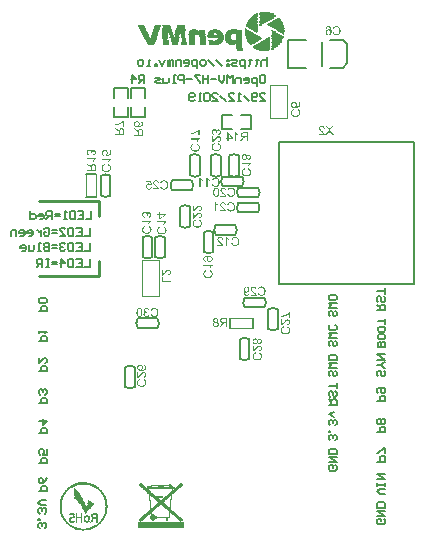
<source format=gbo>
G04 Layer_Color=32896*
%FSLAX25Y25*%
%MOIN*%
G70*
G01*
G75*
%ADD44C,0.00500*%
%ADD46C,0.01000*%
%ADD47C,0.00800*%
%ADD118C,0.00200*%
%ADD120C,0.00544*%
%ADD121C,0.00510*%
%ADD178C,0.00472*%
%ADD179R,0.01600X0.00100*%
%ADD180R,0.02800X0.00100*%
%ADD181R,0.03400X0.00100*%
%ADD182R,0.03700X0.00100*%
%ADD183R,0.04000X0.00100*%
%ADD184R,0.00200X0.00100*%
%ADD185R,0.04200X0.00100*%
%ADD186R,0.00400X0.00100*%
%ADD187R,0.04500X0.00100*%
%ADD188R,0.00600X0.00100*%
%ADD189R,0.04700X0.00100*%
%ADD190R,0.00800X0.00100*%
%ADD191R,0.04900X0.00100*%
%ADD192R,0.01000X0.00100*%
%ADD193R,0.05000X0.00100*%
%ADD194R,0.01100X0.00100*%
%ADD195R,0.05200X0.00100*%
%ADD196R,0.01300X0.00100*%
%ADD197R,0.05300X0.00100*%
%ADD198R,0.01400X0.00100*%
%ADD199R,0.05500X0.00100*%
%ADD200R,0.05600X0.00100*%
%ADD201R,0.01700X0.00100*%
%ADD202R,0.01800X0.00100*%
%ADD203R,0.01900X0.00100*%
%ADD204R,0.02000X0.00100*%
%ADD205R,0.02100X0.00100*%
%ADD206R,0.04800X0.00100*%
%ADD207R,0.02200X0.00100*%
%ADD208R,0.04600X0.00100*%
%ADD209R,0.02300X0.00100*%
%ADD210R,0.02400X0.00100*%
%ADD211R,0.04300X0.00100*%
%ADD212R,0.00500X0.00100*%
%ADD213R,0.02500X0.00100*%
%ADD214R,0.04100X0.00100*%
%ADD215R,0.02600X0.00100*%
%ADD216R,0.03900X0.00100*%
%ADD217R,0.02700X0.00100*%
%ADD218R,0.03800X0.00100*%
%ADD219R,0.03600X0.00100*%
%ADD220R,0.01500X0.00100*%
%ADD221R,0.02900X0.00100*%
%ADD222R,0.03200X0.00100*%
%ADD223R,0.03000X0.00100*%
%ADD224R,0.03100X0.00100*%
%ADD225R,0.03300X0.00100*%
%ADD226R,0.03500X0.00100*%
%ADD227R,0.01200X0.00100*%
%ADD228R,0.05100X0.00100*%
%ADD229R,0.00300X0.00100*%
%ADD230R,0.00100X0.00100*%
%ADD231R,0.04400X0.00100*%
%ADD232R,0.00700X0.00100*%
%ADD233R,0.00900X0.00100*%
%ADD234R,0.05400X0.00100*%
%ADD235R,0.00650X0.00100*%
%ADD236R,0.00100X0.00150*%
%ADD237R,0.15050X0.00150*%
%ADD238R,0.15050X0.00100*%
%ADD239R,0.09100X0.00100*%
%ADD240R,0.09200X0.00100*%
%ADD241R,0.08700X0.00100*%
G36*
X81334Y121341D02*
X81264Y121324D01*
X81198Y121302D01*
X81137Y121280D01*
X81080Y121258D01*
X81028Y121232D01*
X80984Y121206D01*
X80940Y121175D01*
X80901Y121149D01*
X80866Y121127D01*
X80840Y121101D01*
X80813Y121079D01*
X80792Y121062D01*
X80778Y121044D01*
X80765Y121031D01*
X80761Y121027D01*
X80757Y121022D01*
X80722Y120979D01*
X80695Y120931D01*
X80647Y120835D01*
X80612Y120743D01*
X80591Y120651D01*
X80573Y120572D01*
X80569Y120542D01*
Y120511D01*
X80564Y120485D01*
Y120467D01*
Y120459D01*
Y120454D01*
X80569Y120354D01*
X80586Y120258D01*
X80608Y120170D01*
X80634Y120092D01*
X80661Y120030D01*
X80674Y120004D01*
X80682Y119982D01*
X80691Y119965D01*
X80700Y119952D01*
X80704Y119943D01*
Y119939D01*
X80765Y119856D01*
X80831Y119786D01*
X80905Y119725D01*
X80975Y119676D01*
X81036Y119637D01*
X81089Y119611D01*
X81111Y119602D01*
X81124Y119593D01*
X81133Y119589D01*
X81137D01*
X81251Y119554D01*
X81364Y119528D01*
X81478Y119506D01*
X81583Y119493D01*
X81631Y119489D01*
X81674Y119484D01*
X81714D01*
X81744Y119480D01*
X81810D01*
X81924Y119484D01*
X82028Y119493D01*
X82125Y119510D01*
X82212Y119528D01*
X82286Y119541D01*
X82317Y119550D01*
X82343Y119558D01*
X82365Y119563D01*
X82378Y119567D01*
X82387Y119572D01*
X82391D01*
X82492Y119615D01*
X82583Y119663D01*
X82658Y119716D01*
X82723Y119773D01*
X82776Y119821D01*
X82811Y119860D01*
X82832Y119891D01*
X82841Y119895D01*
Y119899D01*
X82898Y119991D01*
X82942Y120092D01*
X82972Y120188D01*
X82990Y120280D01*
X83003Y120362D01*
X83007Y120397D01*
Y120428D01*
X83012Y120450D01*
Y120467D01*
Y120481D01*
Y120485D01*
X83007Y120594D01*
X82990Y120695D01*
X82964Y120778D01*
X82937Y120852D01*
X82907Y120909D01*
X82885Y120952D01*
X82867Y120979D01*
X82859Y120987D01*
X82793Y121057D01*
X82719Y121123D01*
X82640Y121175D01*
X82561Y121219D01*
X82492Y121254D01*
X82457Y121267D01*
X82430Y121276D01*
X82409Y121285D01*
X82391Y121293D01*
X82382Y121298D01*
X82378D01*
X82470Y121691D01*
X82548Y121665D01*
X82618Y121639D01*
X82684Y121604D01*
X82749Y121573D01*
X82806Y121538D01*
X82859Y121499D01*
X82911Y121464D01*
X82955Y121429D01*
X82990Y121394D01*
X83025Y121363D01*
X83055Y121333D01*
X83077Y121311D01*
X83099Y121289D01*
X83112Y121272D01*
X83117Y121263D01*
X83121Y121258D01*
X83160Y121197D01*
X83200Y121136D01*
X83230Y121075D01*
X83256Y121009D01*
X83296Y120878D01*
X83322Y120760D01*
X83335Y120703D01*
X83339Y120655D01*
X83344Y120607D01*
X83348Y120568D01*
X83353Y120537D01*
Y120516D01*
Y120498D01*
Y120494D01*
X83344Y120349D01*
X83322Y120210D01*
X83296Y120087D01*
X83278Y120030D01*
X83261Y119978D01*
X83243Y119930D01*
X83226Y119886D01*
X83213Y119851D01*
X83200Y119816D01*
X83186Y119794D01*
X83178Y119777D01*
X83173Y119764D01*
X83169Y119760D01*
X83095Y119641D01*
X83007Y119541D01*
X82920Y119454D01*
X82832Y119379D01*
X82754Y119323D01*
X82719Y119301D01*
X82688Y119283D01*
X82666Y119266D01*
X82649Y119257D01*
X82636Y119253D01*
X82631Y119248D01*
X82496Y119187D01*
X82356Y119143D01*
X82216Y119113D01*
X82090Y119091D01*
X82033Y119082D01*
X81976Y119078D01*
X81932Y119073D01*
X81889D01*
X81858Y119069D01*
X81810D01*
X81652Y119078D01*
X81500Y119095D01*
X81364Y119117D01*
X81299Y119134D01*
X81242Y119148D01*
X81189Y119161D01*
X81141Y119178D01*
X81098Y119191D01*
X81063Y119200D01*
X81036Y119213D01*
X81015Y119218D01*
X81001Y119226D01*
X80997D01*
X80866Y119292D01*
X80748Y119366D01*
X80647Y119445D01*
X80608Y119484D01*
X80569Y119519D01*
X80534Y119554D01*
X80503Y119589D01*
X80477Y119620D01*
X80459Y119646D01*
X80442Y119663D01*
X80429Y119681D01*
X80425Y119690D01*
X80420Y119694D01*
X80385Y119755D01*
X80355Y119816D01*
X80307Y119947D01*
X80272Y120079D01*
X80250Y120205D01*
X80241Y120266D01*
X80232Y120319D01*
X80228Y120367D01*
Y120406D01*
X80224Y120441D01*
Y120467D01*
Y120485D01*
Y120489D01*
X80228Y120577D01*
X80237Y120660D01*
X80245Y120738D01*
X80263Y120813D01*
X80285Y120882D01*
X80307Y120948D01*
X80328Y121009D01*
X80355Y121066D01*
X80376Y121114D01*
X80398Y121162D01*
X80420Y121197D01*
X80442Y121232D01*
X80459Y121254D01*
X80468Y121276D01*
X80477Y121285D01*
X80481Y121289D01*
X80534Y121350D01*
X80586Y121403D01*
X80647Y121451D01*
X80709Y121499D01*
X80831Y121577D01*
X80953Y121639D01*
X81010Y121665D01*
X81063Y121687D01*
X81111Y121704D01*
X81150Y121717D01*
X81185Y121730D01*
X81211Y121739D01*
X81229Y121743D01*
X81233D01*
X81334Y121341D01*
D02*
G37*
G36*
X53142Y106596D02*
X55100D01*
Y106294D01*
X53142Y104909D01*
X52801D01*
Y106224D01*
X52076D01*
Y106596D01*
X52801D01*
Y107006D01*
X53142D01*
Y106596D01*
D02*
G37*
G36*
X83313Y123242D02*
X83239Y123199D01*
X83169Y123151D01*
X83099Y123094D01*
X83038Y123041D01*
X82985Y122989D01*
X82942Y122950D01*
X82929Y122932D01*
X82916Y122919D01*
X82911Y122915D01*
X82907Y122910D01*
X82832Y122819D01*
X82762Y122727D01*
X82701Y122639D01*
X82653Y122552D01*
X82610Y122478D01*
X82592Y122447D01*
X82579Y122421D01*
X82566Y122399D01*
X82561Y122381D01*
X82553Y122373D01*
Y122368D01*
X82194D01*
X82221Y122434D01*
X82251Y122500D01*
X82282Y122565D01*
X82312Y122626D01*
X82339Y122679D01*
X82361Y122722D01*
X82378Y122748D01*
X82382Y122753D01*
Y122757D01*
X82430Y122836D01*
X82478Y122906D01*
X82522Y122967D01*
X82561Y123015D01*
X82592Y123059D01*
X82618Y123085D01*
X82636Y123107D01*
X82640Y123111D01*
X80276D01*
Y123483D01*
X83313D01*
Y123242D01*
D02*
G37*
G36*
X64233Y129541D02*
X64164Y129524D01*
X64098Y129502D01*
X64037Y129480D01*
X63980Y129458D01*
X63928Y129432D01*
X63884Y129406D01*
X63840Y129375D01*
X63801Y129349D01*
X63766Y129327D01*
X63740Y129301D01*
X63714Y129279D01*
X63692Y129262D01*
X63678Y129244D01*
X63665Y129231D01*
X63661Y129227D01*
X63657Y129222D01*
X63622Y129179D01*
X63595Y129131D01*
X63547Y129034D01*
X63512Y128943D01*
X63491Y128851D01*
X63473Y128772D01*
X63469Y128742D01*
Y128711D01*
X63464Y128685D01*
Y128667D01*
Y128659D01*
Y128654D01*
X63469Y128554D01*
X63486Y128458D01*
X63508Y128370D01*
X63534Y128292D01*
X63561Y128230D01*
X63574Y128204D01*
X63582Y128182D01*
X63591Y128165D01*
X63600Y128152D01*
X63604Y128143D01*
Y128139D01*
X63665Y128056D01*
X63731Y127986D01*
X63805Y127925D01*
X63875Y127876D01*
X63936Y127837D01*
X63989Y127811D01*
X64011Y127802D01*
X64024Y127793D01*
X64033Y127789D01*
X64037D01*
X64151Y127754D01*
X64264Y127728D01*
X64378Y127706D01*
X64483Y127693D01*
X64531Y127689D01*
X64574Y127684D01*
X64614D01*
X64644Y127680D01*
X64710D01*
X64824Y127684D01*
X64928Y127693D01*
X65025Y127710D01*
X65112Y127728D01*
X65186Y127741D01*
X65217Y127750D01*
X65243Y127758D01*
X65265Y127763D01*
X65278Y127767D01*
X65287Y127772D01*
X65291D01*
X65392Y127815D01*
X65483Y127863D01*
X65558Y127916D01*
X65623Y127973D01*
X65676Y128021D01*
X65711Y128060D01*
X65732Y128091D01*
X65741Y128095D01*
Y128099D01*
X65798Y128191D01*
X65842Y128292D01*
X65872Y128388D01*
X65890Y128480D01*
X65903Y128562D01*
X65907Y128597D01*
Y128628D01*
X65912Y128650D01*
Y128667D01*
Y128681D01*
Y128685D01*
X65907Y128794D01*
X65890Y128895D01*
X65864Y128978D01*
X65837Y129052D01*
X65807Y129109D01*
X65785Y129153D01*
X65767Y129179D01*
X65759Y129187D01*
X65693Y129257D01*
X65619Y129323D01*
X65540Y129375D01*
X65461Y129419D01*
X65392Y129454D01*
X65357Y129467D01*
X65330Y129476D01*
X65309Y129485D01*
X65291Y129493D01*
X65282Y129498D01*
X65278D01*
X65370Y129891D01*
X65448Y129865D01*
X65518Y129839D01*
X65584Y129804D01*
X65649Y129773D01*
X65706Y129738D01*
X65759Y129699D01*
X65811Y129664D01*
X65855Y129629D01*
X65890Y129594D01*
X65925Y129563D01*
X65955Y129533D01*
X65977Y129511D01*
X65999Y129489D01*
X66012Y129472D01*
X66017Y129463D01*
X66021Y129458D01*
X66060Y129397D01*
X66100Y129336D01*
X66130Y129275D01*
X66156Y129209D01*
X66196Y129078D01*
X66222Y128960D01*
X66235Y128903D01*
X66239Y128855D01*
X66244Y128807D01*
X66248Y128768D01*
X66252Y128737D01*
Y128716D01*
Y128698D01*
Y128694D01*
X66244Y128549D01*
X66222Y128410D01*
X66196Y128287D01*
X66178Y128230D01*
X66161Y128178D01*
X66143Y128130D01*
X66126Y128086D01*
X66113Y128051D01*
X66100Y128016D01*
X66086Y127994D01*
X66078Y127977D01*
X66073Y127964D01*
X66069Y127960D01*
X65995Y127841D01*
X65907Y127741D01*
X65820Y127654D01*
X65732Y127579D01*
X65654Y127523D01*
X65619Y127501D01*
X65588Y127483D01*
X65566Y127466D01*
X65549Y127457D01*
X65536Y127453D01*
X65531Y127448D01*
X65396Y127387D01*
X65256Y127343D01*
X65116Y127313D01*
X64990Y127291D01*
X64933Y127282D01*
X64876Y127278D01*
X64832Y127273D01*
X64789D01*
X64758Y127269D01*
X64710D01*
X64552Y127278D01*
X64400Y127295D01*
X64264Y127317D01*
X64199Y127334D01*
X64142Y127348D01*
X64089Y127361D01*
X64041Y127378D01*
X63998Y127391D01*
X63963Y127400D01*
X63936Y127413D01*
X63915Y127418D01*
X63901Y127426D01*
X63897D01*
X63766Y127492D01*
X63648Y127566D01*
X63547Y127645D01*
X63508Y127684D01*
X63469Y127719D01*
X63434Y127754D01*
X63403Y127789D01*
X63377Y127820D01*
X63359Y127846D01*
X63342Y127863D01*
X63329Y127881D01*
X63325Y127890D01*
X63320Y127894D01*
X63285Y127955D01*
X63255Y128016D01*
X63207Y128147D01*
X63172Y128279D01*
X63150Y128405D01*
X63141Y128466D01*
X63132Y128519D01*
X63128Y128567D01*
Y128606D01*
X63124Y128641D01*
Y128667D01*
Y128685D01*
Y128689D01*
X63128Y128777D01*
X63137Y128860D01*
X63145Y128938D01*
X63163Y129013D01*
X63185Y129083D01*
X63207Y129148D01*
X63228Y129209D01*
X63255Y129266D01*
X63276Y129314D01*
X63298Y129362D01*
X63320Y129397D01*
X63342Y129432D01*
X63359Y129454D01*
X63368Y129476D01*
X63377Y129485D01*
X63381Y129489D01*
X63434Y129550D01*
X63486Y129603D01*
X63547Y129651D01*
X63609Y129699D01*
X63731Y129777D01*
X63853Y129839D01*
X63910Y129865D01*
X63963Y129887D01*
X64011Y129904D01*
X64050Y129917D01*
X64085Y129930D01*
X64111Y129939D01*
X64129Y129943D01*
X64133D01*
X64233Y129541D01*
D02*
G37*
G36*
X81237Y126419D02*
X81329Y126402D01*
X81412Y126376D01*
X81482Y126349D01*
X81539Y126323D01*
X81583Y126297D01*
X81609Y126279D01*
X81613Y126275D01*
X81618D01*
X81687Y126214D01*
X81749Y126148D01*
X81797Y126078D01*
X81840Y126013D01*
X81871Y125952D01*
X81893Y125899D01*
X81902Y125882D01*
X81906Y125869D01*
X81910Y125860D01*
Y125856D01*
X81945Y125934D01*
X81985Y126000D01*
X82024Y126057D01*
X82063Y126105D01*
X82098Y126140D01*
X82125Y126166D01*
X82142Y126183D01*
X82151Y126188D01*
X82212Y126227D01*
X82273Y126253D01*
X82334Y126275D01*
X82395Y126288D01*
X82443Y126297D01*
X82483Y126301D01*
X82518D01*
X82579Y126297D01*
X82636Y126293D01*
X82745Y126262D01*
X82841Y126223D01*
X82924Y126179D01*
X82990Y126135D01*
X83016Y126113D01*
X83042Y126096D01*
X83060Y126078D01*
X83073Y126065D01*
X83077Y126061D01*
X83082Y126057D01*
X83121Y126009D01*
X83160Y125961D01*
X83191Y125908D01*
X83217Y125856D01*
X83256Y125751D01*
X83283Y125646D01*
X83296Y125602D01*
X83300Y125558D01*
X83304Y125519D01*
X83309Y125484D01*
X83313Y125458D01*
Y125436D01*
Y125423D01*
Y125419D01*
X83309Y125349D01*
X83304Y125279D01*
X83278Y125156D01*
X83261Y125100D01*
X83243Y125047D01*
X83221Y124999D01*
X83200Y124955D01*
X83178Y124920D01*
X83156Y124885D01*
X83138Y124855D01*
X83121Y124833D01*
X83108Y124816D01*
X83095Y124802D01*
X83090Y124794D01*
X83086Y124789D01*
X83042Y124750D01*
X82999Y124711D01*
X82950Y124680D01*
X82902Y124654D01*
X82811Y124610D01*
X82723Y124584D01*
X82649Y124566D01*
X82614Y124562D01*
X82588Y124558D01*
X82561Y124553D01*
X82531D01*
X82452Y124558D01*
X82378Y124571D01*
X82312Y124588D01*
X82256Y124610D01*
X82212Y124628D01*
X82177Y124645D01*
X82160Y124658D01*
X82151Y124663D01*
X82098Y124711D01*
X82050Y124763D01*
X82007Y124820D01*
X81972Y124877D01*
X81945Y124929D01*
X81928Y124969D01*
X81919Y124986D01*
X81915Y124999D01*
X81910Y125004D01*
Y125008D01*
X81880Y124907D01*
X81840Y124824D01*
X81792Y124750D01*
X81749Y124689D01*
X81705Y124641D01*
X81670Y124606D01*
X81648Y124588D01*
X81644Y124580D01*
X81639D01*
X81561Y124531D01*
X81478Y124492D01*
X81399Y124466D01*
X81320Y124449D01*
X81251Y124440D01*
X81220Y124435D01*
X81194D01*
X81176Y124431D01*
X81146D01*
X81076Y124435D01*
X81006Y124444D01*
X80940Y124457D01*
X80875Y124475D01*
X80765Y124518D01*
X80713Y124540D01*
X80669Y124566D01*
X80626Y124593D01*
X80591Y124615D01*
X80560Y124641D01*
X80534Y124658D01*
X80512Y124676D01*
X80499Y124689D01*
X80490Y124698D01*
X80486Y124702D01*
X80438Y124754D01*
X80398Y124811D01*
X80363Y124872D01*
X80333Y124934D01*
X80311Y124990D01*
X80289Y125051D01*
X80259Y125170D01*
X80245Y125222D01*
X80237Y125270D01*
X80232Y125314D01*
X80228Y125353D01*
X80224Y125384D01*
Y125406D01*
Y125423D01*
Y125427D01*
X80228Y125510D01*
X80237Y125585D01*
X80250Y125659D01*
X80263Y125729D01*
X80285Y125790D01*
X80307Y125851D01*
X80328Y125908D01*
X80355Y125956D01*
X80381Y126000D01*
X80403Y126039D01*
X80425Y126070D01*
X80446Y126100D01*
X80459Y126122D01*
X80473Y126135D01*
X80481Y126144D01*
X80486Y126148D01*
X80538Y126197D01*
X80591Y126240D01*
X80643Y126275D01*
X80700Y126306D01*
X80752Y126336D01*
X80809Y126358D01*
X80910Y126389D01*
X80958Y126402D01*
X81001Y126411D01*
X81041Y126415D01*
X81071Y126419D01*
X81098Y126424D01*
X81137D01*
X81237Y126419D01*
D02*
G37*
G36*
X36613Y124642D02*
X36539Y124599D01*
X36469Y124551D01*
X36399Y124494D01*
X36338Y124441D01*
X36285Y124389D01*
X36242Y124350D01*
X36229Y124332D01*
X36215Y124319D01*
X36211Y124315D01*
X36207Y124310D01*
X36132Y124218D01*
X36062Y124127D01*
X36001Y124039D01*
X35953Y123952D01*
X35910Y123878D01*
X35892Y123847D01*
X35879Y123821D01*
X35866Y123799D01*
X35862Y123782D01*
X35853Y123773D01*
Y123768D01*
X35494D01*
X35521Y123834D01*
X35551Y123899D01*
X35582Y123965D01*
X35612Y124026D01*
X35639Y124079D01*
X35660Y124122D01*
X35678Y124148D01*
X35682Y124153D01*
Y124157D01*
X35730Y124236D01*
X35778Y124306D01*
X35822Y124367D01*
X35862Y124415D01*
X35892Y124459D01*
X35918Y124485D01*
X35936Y124507D01*
X35940Y124511D01*
X33576D01*
Y124883D01*
X36613D01*
Y124642D01*
D02*
G37*
G36*
X34633Y122741D02*
X34564Y122724D01*
X34498Y122702D01*
X34437Y122680D01*
X34380Y122658D01*
X34328Y122632D01*
X34284Y122606D01*
X34240Y122575D01*
X34201Y122549D01*
X34166Y122527D01*
X34140Y122501D01*
X34113Y122479D01*
X34092Y122462D01*
X34079Y122444D01*
X34065Y122431D01*
X34061Y122427D01*
X34057Y122422D01*
X34022Y122379D01*
X33996Y122331D01*
X33947Y122234D01*
X33913Y122143D01*
X33891Y122051D01*
X33873Y121972D01*
X33869Y121942D01*
Y121911D01*
X33864Y121885D01*
Y121867D01*
Y121859D01*
Y121854D01*
X33869Y121754D01*
X33886Y121658D01*
X33908Y121570D01*
X33934Y121492D01*
X33961Y121430D01*
X33974Y121404D01*
X33982Y121382D01*
X33991Y121365D01*
X34000Y121352D01*
X34004Y121343D01*
Y121339D01*
X34065Y121256D01*
X34131Y121186D01*
X34205Y121124D01*
X34275Y121076D01*
X34336Y121037D01*
X34389Y121011D01*
X34411Y121002D01*
X34424Y120993D01*
X34433Y120989D01*
X34437D01*
X34550Y120954D01*
X34664Y120928D01*
X34778Y120906D01*
X34883Y120893D01*
X34931Y120888D01*
X34974Y120884D01*
X35014D01*
X35044Y120880D01*
X35110D01*
X35223Y120884D01*
X35328Y120893D01*
X35425Y120910D01*
X35512Y120928D01*
X35586Y120941D01*
X35617Y120950D01*
X35643Y120958D01*
X35665Y120963D01*
X35678Y120967D01*
X35687Y120972D01*
X35691D01*
X35792Y121015D01*
X35883Y121063D01*
X35958Y121116D01*
X36023Y121173D01*
X36076Y121221D01*
X36111Y121260D01*
X36132Y121291D01*
X36141Y121295D01*
Y121299D01*
X36198Y121391D01*
X36242Y121492D01*
X36272Y121588D01*
X36290Y121679D01*
X36303Y121763D01*
X36307Y121798D01*
Y121828D01*
X36312Y121850D01*
Y121867D01*
Y121880D01*
Y121885D01*
X36307Y121994D01*
X36290Y122095D01*
X36263Y122178D01*
X36237Y122252D01*
X36207Y122309D01*
X36185Y122353D01*
X36167Y122379D01*
X36159Y122387D01*
X36093Y122457D01*
X36019Y122523D01*
X35940Y122575D01*
X35862Y122619D01*
X35792Y122654D01*
X35757Y122667D01*
X35730Y122676D01*
X35709Y122685D01*
X35691Y122693D01*
X35682Y122698D01*
X35678D01*
X35770Y123091D01*
X35848Y123065D01*
X35918Y123039D01*
X35984Y123004D01*
X36049Y122973D01*
X36106Y122938D01*
X36159Y122899D01*
X36211Y122864D01*
X36255Y122829D01*
X36290Y122794D01*
X36325Y122763D01*
X36355Y122733D01*
X36377Y122711D01*
X36399Y122689D01*
X36412Y122671D01*
X36417Y122663D01*
X36421Y122658D01*
X36460Y122597D01*
X36500Y122536D01*
X36530Y122475D01*
X36556Y122409D01*
X36596Y122278D01*
X36622Y122160D01*
X36635Y122103D01*
X36639Y122055D01*
X36644Y122007D01*
X36648Y121968D01*
X36652Y121937D01*
Y121915D01*
Y121898D01*
Y121894D01*
X36644Y121749D01*
X36622Y121610D01*
X36596Y121487D01*
X36578Y121430D01*
X36561Y121378D01*
X36543Y121330D01*
X36526Y121286D01*
X36513Y121251D01*
X36500Y121216D01*
X36486Y121194D01*
X36478Y121177D01*
X36473Y121164D01*
X36469Y121160D01*
X36395Y121042D01*
X36307Y120941D01*
X36220Y120854D01*
X36132Y120779D01*
X36054Y120722D01*
X36019Y120701D01*
X35988Y120683D01*
X35966Y120666D01*
X35949Y120657D01*
X35936Y120652D01*
X35931Y120648D01*
X35796Y120587D01*
X35656Y120543D01*
X35516Y120513D01*
X35390Y120491D01*
X35333Y120482D01*
X35276Y120478D01*
X35232Y120473D01*
X35188D01*
X35158Y120469D01*
X35110D01*
X34953Y120478D01*
X34800Y120495D01*
X34664Y120517D01*
X34599Y120535D01*
X34542Y120548D01*
X34489Y120561D01*
X34441Y120578D01*
X34398Y120591D01*
X34363Y120600D01*
X34336Y120613D01*
X34315Y120618D01*
X34301Y120626D01*
X34297D01*
X34166Y120692D01*
X34048Y120766D01*
X33947Y120845D01*
X33908Y120884D01*
X33869Y120919D01*
X33834Y120954D01*
X33803Y120989D01*
X33777Y121020D01*
X33759Y121046D01*
X33742Y121063D01*
X33729Y121081D01*
X33725Y121089D01*
X33720Y121094D01*
X33685Y121155D01*
X33655Y121216D01*
X33607Y121347D01*
X33572Y121478D01*
X33550Y121605D01*
X33541Y121666D01*
X33532Y121719D01*
X33528Y121767D01*
Y121806D01*
X33524Y121841D01*
Y121867D01*
Y121885D01*
Y121889D01*
X33528Y121977D01*
X33537Y122060D01*
X33545Y122138D01*
X33563Y122213D01*
X33585Y122283D01*
X33607Y122348D01*
X33628Y122409D01*
X33655Y122466D01*
X33676Y122514D01*
X33698Y122562D01*
X33720Y122597D01*
X33742Y122632D01*
X33759Y122654D01*
X33768Y122676D01*
X33777Y122685D01*
X33781Y122689D01*
X33834Y122750D01*
X33886Y122803D01*
X33947Y122851D01*
X34009Y122899D01*
X34131Y122977D01*
X34253Y123039D01*
X34310Y123065D01*
X34363Y123087D01*
X34411Y123104D01*
X34450Y123117D01*
X34485Y123130D01*
X34511Y123139D01*
X34529Y123143D01*
X34533D01*
X34633Y122741D01*
D02*
G37*
G36*
X34677Y127837D02*
X34751Y127828D01*
X34826Y127815D01*
X34891Y127797D01*
X34953Y127776D01*
X35014Y127754D01*
X35066Y127728D01*
X35114Y127706D01*
X35158Y127680D01*
X35197Y127653D01*
X35228Y127631D01*
X35258Y127610D01*
X35280Y127592D01*
X35293Y127579D01*
X35302Y127570D01*
X35307Y127566D01*
X35355Y127513D01*
X35398Y127461D01*
X35433Y127404D01*
X35464Y127347D01*
X35494Y127291D01*
X35516Y127234D01*
X35547Y127129D01*
X35560Y127081D01*
X35569Y127037D01*
X35573Y126998D01*
X35577Y126963D01*
X35582Y126937D01*
Y126915D01*
Y126902D01*
Y126897D01*
Y126840D01*
X35573Y126788D01*
X35551Y126683D01*
X35521Y126587D01*
X35486Y126500D01*
X35451Y126430D01*
X35433Y126399D01*
X35420Y126373D01*
X35407Y126351D01*
X35398Y126338D01*
X35394Y126329D01*
X35390Y126325D01*
X36207Y126487D01*
Y127697D01*
X36561D01*
Y126194D01*
X35005Y125901D01*
X34957Y126251D01*
X35005Y126281D01*
X35044Y126320D01*
X35084Y126355D01*
X35114Y126390D01*
X35136Y126425D01*
X35158Y126452D01*
X35167Y126469D01*
X35171Y126473D01*
X35197Y126530D01*
X35219Y126587D01*
X35232Y126639D01*
X35245Y126692D01*
X35250Y126736D01*
X35254Y126770D01*
Y126792D01*
Y126801D01*
Y126854D01*
X35245Y126906D01*
X35223Y126998D01*
X35193Y127076D01*
X35162Y127146D01*
X35127Y127199D01*
X35097Y127238D01*
X35075Y127260D01*
X35070Y127269D01*
X35066D01*
X34992Y127330D01*
X34913Y127374D01*
X34830Y127404D01*
X34747Y127426D01*
X34677Y127439D01*
X34647Y127444D01*
X34620D01*
X34599Y127448D01*
X34507D01*
X34450Y127439D01*
X34341Y127417D01*
X34249Y127387D01*
X34175Y127356D01*
X34113Y127321D01*
X34065Y127291D01*
X34052Y127278D01*
X34039Y127269D01*
X34035Y127264D01*
X34031Y127260D01*
X33996Y127225D01*
X33965Y127190D01*
X33913Y127111D01*
X33878Y127037D01*
X33856Y126963D01*
X33838Y126902D01*
X33834Y126849D01*
X33830Y126832D01*
Y126819D01*
Y126810D01*
Y126805D01*
X33834Y126723D01*
X33851Y126648D01*
X33873Y126583D01*
X33899Y126530D01*
X33926Y126482D01*
X33947Y126447D01*
X33965Y126430D01*
X33969Y126421D01*
X34031Y126368D01*
X34096Y126325D01*
X34170Y126290D01*
X34236Y126264D01*
X34301Y126246D01*
X34350Y126233D01*
X34371Y126229D01*
X34384Y126224D01*
X34398D01*
X34367Y125835D01*
X34297Y125844D01*
X34231Y125857D01*
X34109Y125897D01*
X34004Y125945D01*
X33956Y125971D01*
X33917Y125997D01*
X33878Y126019D01*
X33843Y126045D01*
X33816Y126067D01*
X33795Y126089D01*
X33777Y126106D01*
X33759Y126115D01*
X33755Y126124D01*
X33751Y126128D01*
X33711Y126181D01*
X33676Y126233D01*
X33646Y126290D01*
X33620Y126347D01*
X33580Y126456D01*
X33554Y126565D01*
X33541Y126613D01*
X33537Y126661D01*
X33532Y126701D01*
X33528Y126736D01*
X33524Y126766D01*
Y126788D01*
Y126801D01*
Y126805D01*
X33528Y126897D01*
X33541Y126985D01*
X33558Y127068D01*
X33580Y127142D01*
X33611Y127212D01*
X33642Y127278D01*
X33672Y127339D01*
X33707Y127391D01*
X33742Y127439D01*
X33773Y127483D01*
X33808Y127518D01*
X33834Y127548D01*
X33856Y127570D01*
X33873Y127588D01*
X33886Y127596D01*
X33891Y127601D01*
X33947Y127645D01*
X34009Y127680D01*
X34065Y127715D01*
X34127Y127741D01*
X34245Y127784D01*
X34358Y127811D01*
X34406Y127819D01*
X34454Y127828D01*
X34494Y127832D01*
X34529Y127837D01*
X34559Y127841D01*
X34599D01*
X34677Y127837D01*
D02*
G37*
G36*
X55113Y103842D02*
X55039Y103799D01*
X54969Y103751D01*
X54899Y103694D01*
X54838Y103641D01*
X54785Y103589D01*
X54742Y103550D01*
X54729Y103532D01*
X54716Y103519D01*
X54711Y103515D01*
X54707Y103510D01*
X54632Y103419D01*
X54562Y103327D01*
X54501Y103239D01*
X54453Y103152D01*
X54410Y103078D01*
X54392Y103047D01*
X54379Y103021D01*
X54366Y102999D01*
X54361Y102981D01*
X54353Y102973D01*
Y102968D01*
X53994D01*
X54021Y103034D01*
X54051Y103100D01*
X54082Y103165D01*
X54112Y103226D01*
X54139Y103279D01*
X54160Y103322D01*
X54178Y103349D01*
X54182Y103353D01*
Y103357D01*
X54230Y103436D01*
X54278Y103506D01*
X54322Y103567D01*
X54361Y103615D01*
X54392Y103659D01*
X54418Y103685D01*
X54436Y103707D01*
X54440Y103711D01*
X52076D01*
Y104083D01*
X55113D01*
Y103842D01*
D02*
G37*
G36*
X53133Y101941D02*
X53064Y101924D01*
X52998Y101902D01*
X52937Y101880D01*
X52880Y101858D01*
X52828Y101832D01*
X52784Y101806D01*
X52740Y101775D01*
X52701Y101749D01*
X52666Y101727D01*
X52640Y101701D01*
X52614Y101679D01*
X52592Y101662D01*
X52579Y101644D01*
X52565Y101631D01*
X52561Y101627D01*
X52557Y101622D01*
X52522Y101579D01*
X52495Y101531D01*
X52447Y101435D01*
X52412Y101343D01*
X52391Y101251D01*
X52373Y101172D01*
X52369Y101142D01*
Y101111D01*
X52364Y101085D01*
Y101067D01*
Y101059D01*
Y101054D01*
X52369Y100954D01*
X52386Y100858D01*
X52408Y100770D01*
X52434Y100692D01*
X52461Y100630D01*
X52474Y100604D01*
X52482Y100582D01*
X52491Y100565D01*
X52500Y100552D01*
X52504Y100543D01*
Y100539D01*
X52565Y100456D01*
X52631Y100386D01*
X52705Y100324D01*
X52775Y100276D01*
X52836Y100237D01*
X52889Y100211D01*
X52911Y100202D01*
X52924Y100193D01*
X52933Y100189D01*
X52937D01*
X53051Y100154D01*
X53164Y100128D01*
X53278Y100106D01*
X53383Y100093D01*
X53431Y100089D01*
X53474Y100084D01*
X53514D01*
X53544Y100080D01*
X53610D01*
X53724Y100084D01*
X53828Y100093D01*
X53925Y100110D01*
X54012Y100128D01*
X54086Y100141D01*
X54117Y100150D01*
X54143Y100158D01*
X54165Y100163D01*
X54178Y100167D01*
X54187Y100172D01*
X54191D01*
X54292Y100215D01*
X54383Y100263D01*
X54458Y100316D01*
X54523Y100373D01*
X54576Y100421D01*
X54611Y100460D01*
X54632Y100491D01*
X54641Y100495D01*
Y100499D01*
X54698Y100591D01*
X54742Y100692D01*
X54772Y100788D01*
X54790Y100880D01*
X54803Y100962D01*
X54807Y100997D01*
Y101028D01*
X54812Y101050D01*
Y101067D01*
Y101081D01*
Y101085D01*
X54807Y101194D01*
X54790Y101295D01*
X54764Y101378D01*
X54737Y101452D01*
X54707Y101509D01*
X54685Y101552D01*
X54667Y101579D01*
X54659Y101587D01*
X54593Y101657D01*
X54519Y101723D01*
X54440Y101775D01*
X54361Y101819D01*
X54292Y101854D01*
X54257Y101867D01*
X54230Y101876D01*
X54209Y101885D01*
X54191Y101893D01*
X54182Y101898D01*
X54178D01*
X54270Y102291D01*
X54348Y102265D01*
X54418Y102239D01*
X54484Y102204D01*
X54549Y102173D01*
X54606Y102138D01*
X54659Y102099D01*
X54711Y102064D01*
X54755Y102029D01*
X54790Y101994D01*
X54825Y101963D01*
X54855Y101933D01*
X54877Y101911D01*
X54899Y101889D01*
X54912Y101872D01*
X54917Y101863D01*
X54921Y101858D01*
X54960Y101797D01*
X55000Y101736D01*
X55030Y101675D01*
X55056Y101609D01*
X55096Y101478D01*
X55122Y101360D01*
X55135Y101303D01*
X55139Y101255D01*
X55144Y101207D01*
X55148Y101168D01*
X55152Y101137D01*
Y101116D01*
Y101098D01*
Y101094D01*
X55144Y100949D01*
X55122Y100810D01*
X55096Y100687D01*
X55078Y100630D01*
X55061Y100578D01*
X55043Y100530D01*
X55026Y100486D01*
X55013Y100451D01*
X55000Y100416D01*
X54986Y100394D01*
X54978Y100377D01*
X54973Y100364D01*
X54969Y100359D01*
X54895Y100241D01*
X54807Y100141D01*
X54720Y100054D01*
X54632Y99979D01*
X54554Y99923D01*
X54519Y99901D01*
X54488Y99883D01*
X54466Y99866D01*
X54449Y99857D01*
X54436Y99853D01*
X54431Y99848D01*
X54296Y99787D01*
X54156Y99743D01*
X54016Y99713D01*
X53890Y99691D01*
X53833Y99682D01*
X53776Y99678D01*
X53732Y99673D01*
X53689D01*
X53658Y99669D01*
X53610D01*
X53452Y99678D01*
X53300Y99695D01*
X53164Y99717D01*
X53099Y99735D01*
X53042Y99748D01*
X52989Y99761D01*
X52941Y99778D01*
X52898Y99791D01*
X52863Y99800D01*
X52836Y99813D01*
X52815Y99818D01*
X52801Y99826D01*
X52797D01*
X52666Y99892D01*
X52548Y99966D01*
X52447Y100045D01*
X52408Y100084D01*
X52369Y100119D01*
X52334Y100154D01*
X52303Y100189D01*
X52277Y100220D01*
X52259Y100246D01*
X52242Y100263D01*
X52229Y100281D01*
X52225Y100289D01*
X52220Y100294D01*
X52185Y100355D01*
X52155Y100416D01*
X52107Y100547D01*
X52072Y100679D01*
X52050Y100805D01*
X52041Y100866D01*
X52032Y100919D01*
X52028Y100967D01*
Y101006D01*
X52024Y101041D01*
Y101067D01*
Y101085D01*
Y101089D01*
X52028Y101177D01*
X52037Y101260D01*
X52045Y101338D01*
X52063Y101413D01*
X52085Y101483D01*
X52107Y101548D01*
X52128Y101609D01*
X52155Y101666D01*
X52176Y101714D01*
X52198Y101762D01*
X52220Y101797D01*
X52242Y101832D01*
X52259Y101854D01*
X52268Y101876D01*
X52277Y101885D01*
X52281Y101889D01*
X52334Y101950D01*
X52386Y102003D01*
X52447Y102051D01*
X52509Y102099D01*
X52631Y102177D01*
X52753Y102239D01*
X52810Y102265D01*
X52863Y102287D01*
X52911Y102304D01*
X52950Y102317D01*
X52985Y102330D01*
X53011Y102339D01*
X53029Y102343D01*
X53033D01*
X53133Y101941D01*
D02*
G37*
G36*
X66213Y131442D02*
X66139Y131399D01*
X66069Y131351D01*
X65999Y131294D01*
X65938Y131241D01*
X65885Y131189D01*
X65842Y131150D01*
X65829Y131132D01*
X65816Y131119D01*
X65811Y131115D01*
X65807Y131110D01*
X65732Y131018D01*
X65662Y130927D01*
X65601Y130839D01*
X65553Y130752D01*
X65510Y130678D01*
X65492Y130647D01*
X65479Y130621D01*
X65466Y130599D01*
X65461Y130581D01*
X65453Y130573D01*
Y130568D01*
X65094D01*
X65121Y130634D01*
X65151Y130700D01*
X65182Y130765D01*
X65212Y130826D01*
X65239Y130879D01*
X65260Y130922D01*
X65278Y130948D01*
X65282Y130953D01*
Y130957D01*
X65330Y131036D01*
X65378Y131106D01*
X65422Y131167D01*
X65461Y131215D01*
X65492Y131259D01*
X65518Y131285D01*
X65536Y131307D01*
X65540Y131311D01*
X63176D01*
Y131683D01*
X66213D01*
Y131442D01*
D02*
G37*
G36*
X73120Y98863D02*
X73194Y98859D01*
X73264Y98846D01*
X73330Y98833D01*
X73391Y98815D01*
X73448Y98798D01*
X73500Y98776D01*
X73548Y98754D01*
X73592Y98732D01*
X73627Y98710D01*
X73658Y98693D01*
X73684Y98675D01*
X73706Y98662D01*
X73719Y98649D01*
X73728Y98645D01*
X73732Y98640D01*
X73776Y98597D01*
X73815Y98549D01*
X73854Y98496D01*
X73885Y98444D01*
X73937Y98339D01*
X73972Y98234D01*
X73985Y98186D01*
X73998Y98138D01*
X74007Y98098D01*
X74016Y98063D01*
X74020Y98033D01*
Y98011D01*
X74025Y97998D01*
Y97994D01*
X73645Y97954D01*
X73636Y98055D01*
X73618Y98142D01*
X73592Y98221D01*
X73561Y98282D01*
X73535Y98334D01*
X73509Y98369D01*
X73492Y98391D01*
X73483Y98400D01*
X73417Y98453D01*
X73347Y98492D01*
X73273Y98522D01*
X73207Y98540D01*
X73146Y98553D01*
X73094Y98557D01*
X73076Y98562D01*
X73050D01*
X72958Y98557D01*
X72875Y98540D01*
X72805Y98514D01*
X72744Y98487D01*
X72696Y98457D01*
X72666Y98435D01*
X72644Y98418D01*
X72635Y98409D01*
X72583Y98348D01*
X72543Y98286D01*
X72513Y98225D01*
X72495Y98164D01*
X72482Y98116D01*
X72478Y98072D01*
X72473Y98046D01*
Y98042D01*
Y98037D01*
X72482Y97959D01*
X72500Y97876D01*
X72530Y97801D01*
X72561Y97731D01*
X72596Y97675D01*
X72626Y97627D01*
X72635Y97609D01*
X72644Y97596D01*
X72653Y97592D01*
Y97587D01*
X72687Y97539D01*
X72731Y97491D01*
X72779Y97439D01*
X72832Y97386D01*
X72941Y97281D01*
X73050Y97176D01*
X73107Y97128D01*
X73155Y97085D01*
X73203Y97045D01*
X73242Y97010D01*
X73273Y96984D01*
X73299Y96962D01*
X73317Y96949D01*
X73321Y96945D01*
X73430Y96853D01*
X73531Y96766D01*
X73614Y96687D01*
X73679Y96622D01*
X73736Y96565D01*
X73776Y96525D01*
X73797Y96499D01*
X73806Y96495D01*
Y96490D01*
X73867Y96416D01*
X73915Y96346D01*
X73959Y96276D01*
X73994Y96215D01*
X74020Y96163D01*
X74038Y96123D01*
X74046Y96097D01*
X74051Y96093D01*
Y96088D01*
X74068Y96040D01*
X74077Y95996D01*
X74086Y95953D01*
X74090Y95913D01*
X74095Y95878D01*
Y95852D01*
Y95835D01*
Y95831D01*
X72089D01*
Y96189D01*
X73579D01*
X73527Y96263D01*
X73500Y96294D01*
X73478Y96324D01*
X73457Y96351D01*
X73439Y96368D01*
X73426Y96381D01*
X73422Y96386D01*
X73400Y96407D01*
X73374Y96429D01*
X73312Y96486D01*
X73242Y96552D01*
X73168Y96617D01*
X73098Y96674D01*
X73068Y96700D01*
X73041Y96726D01*
X73020Y96744D01*
X73002Y96757D01*
X72993Y96766D01*
X72989Y96770D01*
X72919Y96831D01*
X72849Y96888D01*
X72788Y96945D01*
X72731Y96993D01*
X72679Y97041D01*
X72635Y97085D01*
X72591Y97124D01*
X72556Y97159D01*
X72521Y97194D01*
X72495Y97220D01*
X72473Y97242D01*
X72452Y97264D01*
X72430Y97290D01*
X72421Y97299D01*
X72360Y97373D01*
X72307Y97439D01*
X72263Y97504D01*
X72229Y97557D01*
X72202Y97605D01*
X72185Y97640D01*
X72176Y97662D01*
X72172Y97670D01*
X72146Y97736D01*
X72128Y97801D01*
X72111Y97862D01*
X72102Y97915D01*
X72097Y97963D01*
X72093Y97998D01*
Y98020D01*
Y98029D01*
X72097Y98094D01*
X72106Y98155D01*
X72115Y98216D01*
X72132Y98269D01*
X72176Y98374D01*
X72220Y98457D01*
X72246Y98496D01*
X72268Y98527D01*
X72290Y98557D01*
X72312Y98579D01*
X72329Y98597D01*
X72338Y98614D01*
X72347Y98619D01*
X72351Y98623D01*
X72399Y98667D01*
X72452Y98706D01*
X72508Y98737D01*
X72565Y98763D01*
X72679Y98806D01*
X72792Y98837D01*
X72840Y98846D01*
X72888Y98855D01*
X72932Y98859D01*
X72967Y98863D01*
X72998Y98868D01*
X73041D01*
X73120Y98863D01*
D02*
G37*
G36*
X75279Y98793D02*
X75327Y98723D01*
X75384Y98654D01*
X75436Y98592D01*
X75489Y98540D01*
X75528Y98496D01*
X75545Y98483D01*
X75559Y98470D01*
X75563Y98466D01*
X75567Y98461D01*
X75659Y98387D01*
X75751Y98317D01*
X75838Y98256D01*
X75926Y98208D01*
X76000Y98164D01*
X76030Y98147D01*
X76057Y98133D01*
X76079Y98120D01*
X76096Y98116D01*
X76105Y98107D01*
X76109D01*
Y97749D01*
X76044Y97775D01*
X75978Y97806D01*
X75912Y97836D01*
X75851Y97867D01*
X75799Y97893D01*
X75755Y97915D01*
X75729Y97932D01*
X75725Y97937D01*
X75720D01*
X75642Y97985D01*
X75572Y98033D01*
X75511Y98077D01*
X75462Y98116D01*
X75419Y98147D01*
X75393Y98173D01*
X75371Y98190D01*
X75366Y98195D01*
Y95831D01*
X74995D01*
Y98868D01*
X75235D01*
X75279Y98793D01*
D02*
G37*
G36*
X71596Y118637D02*
X71735Y118615D01*
X71858Y118589D01*
X71915Y118571D01*
X71967Y118554D01*
X72015Y118536D01*
X72059Y118519D01*
X72094Y118506D01*
X72129Y118492D01*
X72151Y118479D01*
X72168Y118471D01*
X72181Y118466D01*
X72185Y118462D01*
X72303Y118388D01*
X72404Y118300D01*
X72491Y118213D01*
X72566Y118125D01*
X72623Y118047D01*
X72644Y118012D01*
X72662Y117981D01*
X72679Y117959D01*
X72688Y117942D01*
X72693Y117929D01*
X72697Y117924D01*
X72758Y117789D01*
X72802Y117649D01*
X72832Y117509D01*
X72854Y117383D01*
X72863Y117326D01*
X72867Y117269D01*
X72872Y117225D01*
Y117182D01*
X72876Y117151D01*
Y117125D01*
Y117107D01*
Y117103D01*
X72867Y116946D01*
X72850Y116793D01*
X72828Y116657D01*
X72811Y116592D01*
X72797Y116535D01*
X72784Y116482D01*
X72767Y116434D01*
X72754Y116391D01*
X72745Y116356D01*
X72732Y116329D01*
X72727Y116307D01*
X72719Y116294D01*
Y116290D01*
X72653Y116159D01*
X72579Y116041D01*
X72500Y115940D01*
X72461Y115901D01*
X72426Y115862D01*
X72391Y115827D01*
X72356Y115796D01*
X72325Y115770D01*
X72299Y115752D01*
X72282Y115735D01*
X72264Y115722D01*
X72255Y115718D01*
X72251Y115713D01*
X72190Y115678D01*
X72129Y115648D01*
X71998Y115600D01*
X71867Y115565D01*
X71740Y115543D01*
X71679Y115534D01*
X71626Y115525D01*
X71578Y115521D01*
X71539D01*
X71504Y115517D01*
X71456D01*
X71368Y115521D01*
X71285Y115530D01*
X71207Y115538D01*
X71132Y115556D01*
X71062Y115578D01*
X70997Y115600D01*
X70936Y115621D01*
X70879Y115648D01*
X70831Y115670D01*
X70783Y115691D01*
X70748Y115713D01*
X70713Y115735D01*
X70691Y115752D01*
X70669Y115761D01*
X70660Y115770D01*
X70656Y115774D01*
X70595Y115827D01*
X70542Y115879D01*
X70494Y115940D01*
X70446Y116002D01*
X70368Y116124D01*
X70306Y116246D01*
X70280Y116303D01*
X70258Y116356D01*
X70241Y116404D01*
X70228Y116443D01*
X70215Y116478D01*
X70206Y116504D01*
X70202Y116522D01*
Y116526D01*
X70604Y116627D01*
X70621Y116557D01*
X70643Y116491D01*
X70665Y116430D01*
X70687Y116373D01*
X70713Y116321D01*
X70739Y116277D01*
X70770Y116233D01*
X70796Y116194D01*
X70818Y116159D01*
X70844Y116133D01*
X70866Y116106D01*
X70883Y116085D01*
X70901Y116072D01*
X70914Y116058D01*
X70918Y116054D01*
X70923Y116050D01*
X70966Y116015D01*
X71014Y115989D01*
X71110Y115940D01*
X71202Y115905D01*
X71294Y115884D01*
X71373Y115866D01*
X71403Y115862D01*
X71434D01*
X71460Y115857D01*
X71491D01*
X71591Y115862D01*
X71687Y115879D01*
X71775Y115901D01*
X71853Y115927D01*
X71915Y115954D01*
X71941Y115967D01*
X71963Y115975D01*
X71980Y115984D01*
X71993Y115993D01*
X72002Y115997D01*
X72006D01*
X72089Y116058D01*
X72159Y116124D01*
X72220Y116198D01*
X72269Y116268D01*
X72308Y116329D01*
X72334Y116382D01*
X72343Y116404D01*
X72352Y116417D01*
X72356Y116426D01*
Y116430D01*
X72391Y116543D01*
X72417Y116657D01*
X72439Y116771D01*
X72452Y116876D01*
X72457Y116924D01*
X72461Y116967D01*
Y117007D01*
X72465Y117037D01*
Y117063D01*
Y117085D01*
Y117098D01*
Y117103D01*
X72461Y117217D01*
X72452Y117321D01*
X72435Y117418D01*
X72417Y117505D01*
X72404Y117579D01*
X72395Y117610D01*
X72387Y117636D01*
X72382Y117658D01*
X72378Y117671D01*
X72373Y117680D01*
Y117684D01*
X72330Y117785D01*
X72282Y117876D01*
X72229Y117951D01*
X72172Y118016D01*
X72124Y118069D01*
X72085Y118104D01*
X72054Y118125D01*
X72050Y118134D01*
X72046D01*
X71954Y118191D01*
X71853Y118235D01*
X71757Y118265D01*
X71666Y118283D01*
X71583Y118296D01*
X71548Y118300D01*
X71517D01*
X71495Y118305D01*
X71460D01*
X71351Y118300D01*
X71250Y118283D01*
X71167Y118256D01*
X71093Y118230D01*
X71036Y118200D01*
X70992Y118178D01*
X70966Y118160D01*
X70958Y118152D01*
X70888Y118086D01*
X70822Y118012D01*
X70770Y117933D01*
X70726Y117854D01*
X70691Y117785D01*
X70678Y117750D01*
X70669Y117723D01*
X70660Y117702D01*
X70652Y117684D01*
X70647Y117675D01*
Y117671D01*
X70254Y117763D01*
X70280Y117841D01*
X70306Y117911D01*
X70341Y117977D01*
X70372Y118042D01*
X70407Y118099D01*
X70446Y118152D01*
X70481Y118204D01*
X70516Y118248D01*
X70551Y118283D01*
X70582Y118318D01*
X70612Y118348D01*
X70634Y118370D01*
X70656Y118392D01*
X70674Y118405D01*
X70682Y118410D01*
X70687Y118414D01*
X70748Y118453D01*
X70809Y118492D01*
X70870Y118523D01*
X70936Y118549D01*
X71067Y118589D01*
X71185Y118615D01*
X71242Y118628D01*
X71290Y118632D01*
X71338Y118637D01*
X71377Y118641D01*
X71408Y118646D01*
X71451D01*
X71596Y118637D01*
D02*
G37*
G36*
X68746Y118532D02*
X68794Y118462D01*
X68851Y118392D01*
X68904Y118331D01*
X68956Y118278D01*
X68995Y118235D01*
X69013Y118222D01*
X69026Y118209D01*
X69030Y118204D01*
X69035Y118200D01*
X69126Y118125D01*
X69218Y118055D01*
X69306Y117994D01*
X69393Y117946D01*
X69467Y117903D01*
X69498Y117885D01*
X69524Y117872D01*
X69546Y117859D01*
X69564Y117854D01*
X69572Y117846D01*
X69577D01*
Y117487D01*
X69511Y117514D01*
X69446Y117544D01*
X69380Y117575D01*
X69319Y117605D01*
X69266Y117632D01*
X69223Y117654D01*
X69196Y117671D01*
X69192Y117675D01*
X69188D01*
X69109Y117723D01*
X69039Y117771D01*
X68978Y117815D01*
X68930Y117854D01*
X68886Y117885D01*
X68860Y117911D01*
X68838Y117929D01*
X68834Y117933D01*
Y115569D01*
X68462D01*
Y118606D01*
X68703D01*
X68746Y118532D01*
D02*
G37*
G36*
X66395D02*
X66443Y118462D01*
X66500Y118392D01*
X66553Y118331D01*
X66605Y118278D01*
X66644Y118235D01*
X66662Y118222D01*
X66675Y118209D01*
X66679Y118204D01*
X66684Y118200D01*
X66776Y118125D01*
X66867Y118055D01*
X66955Y117994D01*
X67042Y117946D01*
X67116Y117903D01*
X67147Y117885D01*
X67173Y117872D01*
X67195Y117859D01*
X67212Y117854D01*
X67221Y117846D01*
X67226D01*
Y117487D01*
X67160Y117514D01*
X67094Y117544D01*
X67029Y117575D01*
X66968Y117605D01*
X66915Y117632D01*
X66872Y117654D01*
X66845Y117671D01*
X66841Y117675D01*
X66837D01*
X66758Y117723D01*
X66688Y117771D01*
X66627Y117815D01*
X66579Y117854D01*
X66535Y117885D01*
X66509Y117911D01*
X66487Y117929D01*
X66483Y117933D01*
Y115569D01*
X66111D01*
Y118606D01*
X66352D01*
X66395Y118532D01*
D02*
G37*
G36*
X48134Y102141D02*
X48064Y102124D01*
X47998Y102102D01*
X47937Y102080D01*
X47880Y102058D01*
X47828Y102032D01*
X47784Y102006D01*
X47740Y101975D01*
X47701Y101949D01*
X47666Y101927D01*
X47640Y101901D01*
X47613Y101879D01*
X47592Y101862D01*
X47579Y101844D01*
X47565Y101831D01*
X47561Y101827D01*
X47557Y101822D01*
X47522Y101779D01*
X47495Y101731D01*
X47447Y101635D01*
X47412Y101543D01*
X47391Y101451D01*
X47373Y101372D01*
X47369Y101342D01*
Y101311D01*
X47364Y101285D01*
Y101267D01*
Y101259D01*
Y101254D01*
X47369Y101154D01*
X47386Y101058D01*
X47408Y100970D01*
X47434Y100892D01*
X47461Y100830D01*
X47474Y100804D01*
X47482Y100782D01*
X47491Y100765D01*
X47500Y100752D01*
X47504Y100743D01*
Y100739D01*
X47565Y100656D01*
X47631Y100586D01*
X47705Y100524D01*
X47775Y100476D01*
X47836Y100437D01*
X47889Y100411D01*
X47911Y100402D01*
X47924Y100393D01*
X47932Y100389D01*
X47937D01*
X48050Y100354D01*
X48164Y100328D01*
X48278Y100306D01*
X48383Y100293D01*
X48431Y100288D01*
X48474Y100284D01*
X48514D01*
X48544Y100280D01*
X48610D01*
X48724Y100284D01*
X48828Y100293D01*
X48924Y100310D01*
X49012Y100328D01*
X49086Y100341D01*
X49117Y100350D01*
X49143Y100358D01*
X49165Y100363D01*
X49178Y100367D01*
X49187Y100372D01*
X49191D01*
X49292Y100415D01*
X49383Y100463D01*
X49458Y100516D01*
X49523Y100573D01*
X49576Y100621D01*
X49611Y100660D01*
X49632Y100691D01*
X49641Y100695D01*
Y100699D01*
X49698Y100791D01*
X49742Y100892D01*
X49772Y100988D01*
X49790Y101079D01*
X49803Y101163D01*
X49807Y101198D01*
Y101228D01*
X49812Y101250D01*
Y101267D01*
Y101280D01*
Y101285D01*
X49807Y101394D01*
X49790Y101495D01*
X49764Y101578D01*
X49737Y101652D01*
X49707Y101709D01*
X49685Y101752D01*
X49667Y101779D01*
X49659Y101787D01*
X49593Y101857D01*
X49519Y101923D01*
X49440Y101975D01*
X49362Y102019D01*
X49292Y102054D01*
X49257Y102067D01*
X49230Y102076D01*
X49209Y102085D01*
X49191Y102093D01*
X49182Y102098D01*
X49178D01*
X49270Y102491D01*
X49348Y102465D01*
X49418Y102439D01*
X49484Y102404D01*
X49549Y102373D01*
X49606Y102338D01*
X49659Y102299D01*
X49711Y102264D01*
X49755Y102229D01*
X49790Y102194D01*
X49825Y102163D01*
X49855Y102133D01*
X49877Y102111D01*
X49899Y102089D01*
X49912Y102071D01*
X49916Y102063D01*
X49921Y102058D01*
X49960Y101997D01*
X49999Y101936D01*
X50030Y101875D01*
X50056Y101809D01*
X50096Y101678D01*
X50122Y101560D01*
X50135Y101503D01*
X50139Y101455D01*
X50144Y101407D01*
X50148Y101368D01*
X50152Y101337D01*
Y101315D01*
Y101298D01*
Y101294D01*
X50144Y101149D01*
X50122Y101010D01*
X50096Y100887D01*
X50078Y100830D01*
X50061Y100778D01*
X50043Y100730D01*
X50026Y100686D01*
X50013Y100651D01*
X49999Y100616D01*
X49986Y100594D01*
X49978Y100577D01*
X49973Y100564D01*
X49969Y100559D01*
X49895Y100442D01*
X49807Y100341D01*
X49720Y100254D01*
X49632Y100179D01*
X49554Y100122D01*
X49519Y100101D01*
X49488Y100083D01*
X49466Y100066D01*
X49449Y100057D01*
X49436Y100052D01*
X49431Y100048D01*
X49296Y99987D01*
X49156Y99943D01*
X49016Y99913D01*
X48890Y99891D01*
X48833Y99882D01*
X48776Y99878D01*
X48732Y99873D01*
X48689D01*
X48658Y99869D01*
X48610D01*
X48453Y99878D01*
X48300Y99895D01*
X48164Y99917D01*
X48099Y99935D01*
X48042Y99948D01*
X47989Y99961D01*
X47941Y99978D01*
X47898Y99991D01*
X47863Y100000D01*
X47836Y100013D01*
X47815Y100018D01*
X47801Y100026D01*
X47797D01*
X47666Y100092D01*
X47548Y100166D01*
X47447Y100245D01*
X47408Y100284D01*
X47369Y100319D01*
X47334Y100354D01*
X47303Y100389D01*
X47277Y100420D01*
X47260Y100446D01*
X47242Y100463D01*
X47229Y100481D01*
X47225Y100489D01*
X47220Y100494D01*
X47185Y100555D01*
X47155Y100616D01*
X47107Y100747D01*
X47072Y100879D01*
X47050Y101005D01*
X47041Y101066D01*
X47032Y101119D01*
X47028Y101167D01*
Y101206D01*
X47024Y101241D01*
Y101267D01*
Y101285D01*
Y101289D01*
X47028Y101377D01*
X47037Y101460D01*
X47045Y101538D01*
X47063Y101613D01*
X47085Y101683D01*
X47107Y101748D01*
X47128Y101809D01*
X47155Y101866D01*
X47177Y101914D01*
X47198Y101962D01*
X47220Y101997D01*
X47242Y102032D01*
X47260Y102054D01*
X47268Y102076D01*
X47277Y102085D01*
X47281Y102089D01*
X47334Y102150D01*
X47386Y102203D01*
X47447Y102251D01*
X47509Y102299D01*
X47631Y102377D01*
X47753Y102439D01*
X47810Y102465D01*
X47863Y102487D01*
X47911Y102504D01*
X47950Y102517D01*
X47985Y102530D01*
X48011Y102539D01*
X48029Y102543D01*
X48033D01*
X48134Y102141D01*
D02*
G37*
G36*
X66161Y132662D02*
X65802D01*
Y134143D01*
X65676Y134038D01*
X65540Y133938D01*
X65409Y133850D01*
X65282Y133767D01*
X65225Y133732D01*
X65173Y133702D01*
X65125Y133671D01*
X65086Y133649D01*
X65051Y133632D01*
X65029Y133619D01*
X65011Y133610D01*
X65007Y133606D01*
X64832Y133518D01*
X64657Y133439D01*
X64491Y133374D01*
X64417Y133348D01*
X64343Y133321D01*
X64277Y133295D01*
X64216Y133278D01*
X64164Y133260D01*
X64120Y133247D01*
X64081Y133234D01*
X64054Y133225D01*
X64037Y133221D01*
X64033D01*
X63853Y133177D01*
X63766Y133160D01*
X63687Y133147D01*
X63613Y133133D01*
X63539Y133120D01*
X63477Y133112D01*
X63416Y133103D01*
X63364Y133099D01*
X63316Y133094D01*
X63272Y133090D01*
X63237D01*
X63211Y133086D01*
X63176D01*
Y133466D01*
X63342Y133479D01*
X63495Y133501D01*
X63635Y133522D01*
X63700Y133536D01*
X63762Y133549D01*
X63814Y133557D01*
X63862Y133571D01*
X63906Y133579D01*
X63941Y133588D01*
X63967Y133597D01*
X63989Y133601D01*
X64002Y133606D01*
X64006D01*
X64207Y133671D01*
X64395Y133741D01*
X64487Y133776D01*
X64574Y133811D01*
X64653Y133850D01*
X64732Y133885D01*
X64802Y133916D01*
X64863Y133946D01*
X64915Y133973D01*
X64963Y133994D01*
X65003Y134016D01*
X65029Y134029D01*
X65046Y134038D01*
X65051Y134043D01*
X65143Y134095D01*
X65234Y134147D01*
X65317Y134200D01*
X65396Y134252D01*
X65466Y134300D01*
X65536Y134348D01*
X65597Y134397D01*
X65649Y134436D01*
X65702Y134475D01*
X65746Y134510D01*
X65781Y134545D01*
X65811Y134571D01*
X65837Y134589D01*
X65855Y134606D01*
X65864Y134615D01*
X65868Y134619D01*
X66161D01*
Y132662D01*
D02*
G37*
G36*
X50113Y104042D02*
X50039Y103999D01*
X49969Y103951D01*
X49899Y103894D01*
X49838Y103841D01*
X49785Y103789D01*
X49742Y103750D01*
X49729Y103732D01*
X49716Y103719D01*
X49711Y103715D01*
X49707Y103710D01*
X49632Y103619D01*
X49562Y103527D01*
X49501Y103439D01*
X49453Y103352D01*
X49410Y103278D01*
X49392Y103247D01*
X49379Y103221D01*
X49366Y103199D01*
X49362Y103182D01*
X49353Y103173D01*
Y103168D01*
X48994D01*
X49021Y103234D01*
X49051Y103299D01*
X49082Y103365D01*
X49112Y103426D01*
X49139Y103479D01*
X49161Y103522D01*
X49178Y103549D01*
X49182Y103553D01*
Y103557D01*
X49230Y103636D01*
X49279Y103706D01*
X49322Y103767D01*
X49362Y103815D01*
X49392Y103859D01*
X49418Y103885D01*
X49436Y103907D01*
X49440Y103911D01*
X47076D01*
Y104283D01*
X50113D01*
Y104042D01*
D02*
G37*
G36*
X78128Y98898D02*
X78268Y98876D01*
X78390Y98850D01*
X78447Y98833D01*
X78500Y98815D01*
X78548Y98798D01*
X78591Y98780D01*
X78626Y98767D01*
X78661Y98754D01*
X78683Y98741D01*
X78701Y98732D01*
X78714Y98728D01*
X78718Y98723D01*
X78836Y98649D01*
X78936Y98562D01*
X79024Y98474D01*
X79098Y98387D01*
X79155Y98308D01*
X79177Y98273D01*
X79194Y98243D01*
X79212Y98221D01*
X79221Y98203D01*
X79225Y98190D01*
X79229Y98186D01*
X79290Y98050D01*
X79334Y97911D01*
X79365Y97771D01*
X79387Y97644D01*
X79395Y97587D01*
X79400Y97530D01*
X79404Y97487D01*
Y97443D01*
X79409Y97412D01*
Y97386D01*
Y97369D01*
Y97364D01*
X79400Y97207D01*
X79382Y97054D01*
X79360Y96919D01*
X79343Y96853D01*
X79330Y96796D01*
X79317Y96744D01*
X79299Y96696D01*
X79286Y96652D01*
X79277Y96617D01*
X79264Y96591D01*
X79260Y96569D01*
X79251Y96556D01*
Y96552D01*
X79186Y96420D01*
X79111Y96302D01*
X79033Y96202D01*
X78993Y96163D01*
X78958Y96123D01*
X78923Y96088D01*
X78888Y96058D01*
X78858Y96031D01*
X78832Y96014D01*
X78814Y95996D01*
X78797Y95983D01*
X78788Y95979D01*
X78784Y95975D01*
X78722Y95940D01*
X78661Y95909D01*
X78530Y95861D01*
X78399Y95826D01*
X78272Y95804D01*
X78211Y95796D01*
X78159Y95787D01*
X78111Y95782D01*
X78071D01*
X78036Y95778D01*
X77988D01*
X77901Y95782D01*
X77818Y95791D01*
X77739Y95800D01*
X77665Y95817D01*
X77595Y95839D01*
X77529Y95861D01*
X77468Y95883D01*
X77411Y95909D01*
X77363Y95931D01*
X77315Y95953D01*
X77280Y95975D01*
X77245Y95996D01*
X77223Y96014D01*
X77202Y96023D01*
X77193Y96031D01*
X77188Y96036D01*
X77127Y96088D01*
X77075Y96141D01*
X77027Y96202D01*
X76979Y96263D01*
X76900Y96386D01*
X76839Y96508D01*
X76813Y96565D01*
X76791Y96617D01*
X76773Y96665D01*
X76760Y96705D01*
X76747Y96739D01*
X76738Y96766D01*
X76734Y96783D01*
Y96788D01*
X77136Y96888D01*
X77154Y96818D01*
X77175Y96753D01*
X77197Y96691D01*
X77219Y96635D01*
X77245Y96582D01*
X77272Y96538D01*
X77302Y96495D01*
X77328Y96455D01*
X77350Y96420D01*
X77376Y96394D01*
X77398Y96368D01*
X77416Y96346D01*
X77433Y96333D01*
X77446Y96320D01*
X77451Y96315D01*
X77455Y96311D01*
X77499Y96276D01*
X77547Y96250D01*
X77643Y96202D01*
X77735Y96167D01*
X77827Y96145D01*
X77905Y96128D01*
X77936Y96123D01*
X77966D01*
X77993Y96119D01*
X78023D01*
X78124Y96123D01*
X78220Y96141D01*
X78307Y96163D01*
X78386Y96189D01*
X78447Y96215D01*
X78473Y96228D01*
X78495Y96237D01*
X78513Y96246D01*
X78526Y96254D01*
X78535Y96259D01*
X78539D01*
X78622Y96320D01*
X78692Y96386D01*
X78753Y96460D01*
X78801Y96530D01*
X78840Y96591D01*
X78867Y96643D01*
X78875Y96665D01*
X78884Y96678D01*
X78888Y96687D01*
Y96691D01*
X78923Y96805D01*
X78950Y96919D01*
X78971Y97032D01*
X78985Y97137D01*
X78989Y97185D01*
X78993Y97229D01*
Y97268D01*
X78998Y97299D01*
Y97325D01*
Y97347D01*
Y97360D01*
Y97364D01*
X78993Y97478D01*
X78985Y97583D01*
X78967Y97679D01*
X78950Y97766D01*
X78936Y97841D01*
X78928Y97871D01*
X78919Y97897D01*
X78915Y97919D01*
X78910Y97932D01*
X78906Y97941D01*
Y97946D01*
X78862Y98046D01*
X78814Y98138D01*
X78762Y98212D01*
X78705Y98278D01*
X78657Y98330D01*
X78618Y98365D01*
X78587Y98387D01*
X78583Y98396D01*
X78578D01*
X78486Y98453D01*
X78386Y98496D01*
X78290Y98527D01*
X78198Y98544D01*
X78115Y98557D01*
X78080Y98562D01*
X78049D01*
X78028Y98566D01*
X77993D01*
X77883Y98562D01*
X77783Y98544D01*
X77700Y98518D01*
X77626Y98492D01*
X77569Y98461D01*
X77525Y98439D01*
X77499Y98422D01*
X77490Y98413D01*
X77420Y98348D01*
X77355Y98273D01*
X77302Y98195D01*
X77258Y98116D01*
X77223Y98046D01*
X77210Y98011D01*
X77202Y97985D01*
X77193Y97963D01*
X77184Y97946D01*
X77180Y97937D01*
Y97932D01*
X76787Y98024D01*
X76813Y98103D01*
X76839Y98173D01*
X76874Y98238D01*
X76904Y98304D01*
X76939Y98361D01*
X76979Y98413D01*
X77014Y98466D01*
X77049Y98509D01*
X77084Y98544D01*
X77114Y98579D01*
X77145Y98610D01*
X77167Y98632D01*
X77188Y98654D01*
X77206Y98667D01*
X77215Y98671D01*
X77219Y98675D01*
X77280Y98715D01*
X77342Y98754D01*
X77403Y98785D01*
X77468Y98811D01*
X77599Y98850D01*
X77717Y98876D01*
X77774Y98889D01*
X77822Y98894D01*
X77870Y98898D01*
X77910Y98903D01*
X77940Y98907D01*
X77984D01*
X78128Y98898D01*
D02*
G37*
G36*
X48072Y107215D02*
X48169Y107197D01*
X48252Y107171D01*
X48321Y107145D01*
X48378Y107119D01*
X48422Y107093D01*
X48448Y107075D01*
X48457Y107071D01*
X48522Y107010D01*
X48579Y106944D01*
X48623Y106874D01*
X48658Y106804D01*
X48684Y106743D01*
X48702Y106695D01*
X48706Y106677D01*
X48710Y106664D01*
X48715Y106656D01*
Y106651D01*
X48754Y106726D01*
X48793Y106787D01*
X48837Y106839D01*
X48876Y106883D01*
X48911Y106918D01*
X48942Y106944D01*
X48959Y106957D01*
X48968Y106962D01*
X49029Y106997D01*
X49091Y107023D01*
X49152Y107044D01*
X49209Y107058D01*
X49257Y107066D01*
X49292Y107071D01*
X49327D01*
X49401Y107066D01*
X49475Y107053D01*
X49541Y107036D01*
X49597Y107014D01*
X49646Y106992D01*
X49685Y106975D01*
X49707Y106962D01*
X49716Y106957D01*
X49781Y106913D01*
X49838Y106861D01*
X49886Y106809D01*
X49930Y106756D01*
X49960Y106712D01*
X49986Y106673D01*
X49999Y106647D01*
X50004Y106642D01*
Y106638D01*
X50039Y106560D01*
X50065Y106481D01*
X50087Y106402D01*
X50100Y106332D01*
X50109Y106275D01*
X50113Y106227D01*
Y106210D01*
Y106197D01*
Y106188D01*
Y106184D01*
Y106118D01*
X50104Y106057D01*
X50083Y105939D01*
X50048Y105838D01*
X50013Y105751D01*
X49991Y105712D01*
X49973Y105681D01*
X49956Y105650D01*
X49938Y105629D01*
X49925Y105611D01*
X49916Y105598D01*
X49912Y105589D01*
X49908Y105585D01*
X49825Y105502D01*
X49733Y105436D01*
X49637Y105384D01*
X49541Y105340D01*
X49458Y105314D01*
X49423Y105301D01*
X49392Y105292D01*
X49366Y105288D01*
X49348Y105283D01*
X49335Y105279D01*
X49331D01*
X49265Y105650D01*
X49362Y105668D01*
X49444Y105694D01*
X49514Y105725D01*
X49571Y105755D01*
X49615Y105786D01*
X49646Y105812D01*
X49667Y105830D01*
X49672Y105834D01*
X49716Y105891D01*
X49750Y105952D01*
X49772Y106009D01*
X49790Y106066D01*
X49799Y106118D01*
X49807Y106157D01*
Y106184D01*
Y106188D01*
Y106192D01*
X49803Y106271D01*
X49785Y106341D01*
X49764Y106402D01*
X49742Y106455D01*
X49716Y106494D01*
X49694Y106525D01*
X49676Y106546D01*
X49672Y106551D01*
X49619Y106599D01*
X49562Y106634D01*
X49506Y106656D01*
X49453Y106673D01*
X49405Y106682D01*
X49370Y106691D01*
X49287D01*
X49244Y106682D01*
X49169Y106660D01*
X49104Y106629D01*
X49047Y106594D01*
X49007Y106560D01*
X48977Y106529D01*
X48959Y106507D01*
X48955Y106503D01*
Y106498D01*
X48916Y106424D01*
X48885Y106354D01*
X48863Y106280D01*
X48850Y106214D01*
X48842Y106157D01*
X48833Y106109D01*
Y106092D01*
Y106079D01*
Y106074D01*
Y106070D01*
Y106052D01*
X48837Y106035D01*
Y106018D01*
Y106013D01*
X48509Y105970D01*
X48522Y106026D01*
X48531Y106079D01*
X48540Y106123D01*
X48544Y106162D01*
X48549Y106192D01*
Y106214D01*
Y106227D01*
Y106232D01*
X48540Y106324D01*
X48522Y106406D01*
X48496Y106481D01*
X48466Y106542D01*
X48435Y106590D01*
X48409Y106625D01*
X48391Y106647D01*
X48383Y106656D01*
X48317Y106712D01*
X48247Y106756D01*
X48177Y106787D01*
X48107Y106804D01*
X48050Y106817D01*
X48002Y106822D01*
X47985Y106826D01*
X47959D01*
X47863Y106817D01*
X47775Y106796D01*
X47701Y106769D01*
X47635Y106734D01*
X47583Y106699D01*
X47544Y106673D01*
X47517Y106651D01*
X47509Y106642D01*
X47447Y106573D01*
X47404Y106498D01*
X47373Y106424D01*
X47351Y106354D01*
X47338Y106293D01*
X47334Y106245D01*
X47330Y106227D01*
Y106214D01*
Y106205D01*
Y106201D01*
X47334Y106123D01*
X47351Y106048D01*
X47373Y105983D01*
X47399Y105930D01*
X47421Y105886D01*
X47443Y105851D01*
X47461Y105834D01*
X47465Y105825D01*
X47526Y105773D01*
X47596Y105729D01*
X47670Y105690D01*
X47749Y105659D01*
X47815Y105637D01*
X47845Y105629D01*
X47871Y105624D01*
X47893Y105620D01*
X47911Y105616D01*
X47919Y105611D01*
X47924D01*
X47876Y105240D01*
X47806Y105248D01*
X47740Y105262D01*
X47618Y105301D01*
X47513Y105349D01*
X47469Y105375D01*
X47426Y105401D01*
X47386Y105428D01*
X47356Y105454D01*
X47325Y105476D01*
X47303Y105498D01*
X47286Y105511D01*
X47273Y105524D01*
X47264Y105533D01*
X47260Y105537D01*
X47220Y105589D01*
X47181Y105642D01*
X47150Y105694D01*
X47124Y105751D01*
X47080Y105860D01*
X47054Y105965D01*
X47045Y106013D01*
X47037Y106057D01*
X47032Y106096D01*
X47028Y106131D01*
X47024Y106157D01*
Y106179D01*
Y106192D01*
Y106197D01*
X47028Y106280D01*
X47037Y106354D01*
X47050Y106428D01*
X47067Y106498D01*
X47089Y106564D01*
X47111Y106621D01*
X47137Y106677D01*
X47163Y106726D01*
X47185Y106774D01*
X47212Y106813D01*
X47233Y106848D01*
X47255Y106874D01*
X47273Y106896D01*
X47286Y106913D01*
X47295Y106922D01*
X47299Y106927D01*
X47351Y106979D01*
X47408Y107023D01*
X47465Y107062D01*
X47522Y107097D01*
X47574Y107123D01*
X47631Y107149D01*
X47736Y107184D01*
X47784Y107193D01*
X47828Y107202D01*
X47867Y107211D01*
X47902Y107215D01*
X47928Y107219D01*
X47967D01*
X48072Y107215D01*
D02*
G37*
G36*
X84934Y59941D02*
X84864Y59924D01*
X84798Y59902D01*
X84737Y59880D01*
X84680Y59858D01*
X84628Y59832D01*
X84584Y59806D01*
X84540Y59775D01*
X84501Y59749D01*
X84466Y59727D01*
X84440Y59701D01*
X84413Y59679D01*
X84392Y59662D01*
X84378Y59644D01*
X84365Y59631D01*
X84361Y59627D01*
X84357Y59622D01*
X84322Y59579D01*
X84295Y59531D01*
X84247Y59434D01*
X84212Y59343D01*
X84191Y59251D01*
X84173Y59172D01*
X84169Y59142D01*
Y59111D01*
X84164Y59085D01*
Y59067D01*
Y59059D01*
Y59054D01*
X84169Y58954D01*
X84186Y58858D01*
X84208Y58770D01*
X84234Y58692D01*
X84261Y58630D01*
X84274Y58604D01*
X84282Y58582D01*
X84291Y58565D01*
X84300Y58552D01*
X84304Y58543D01*
Y58539D01*
X84365Y58456D01*
X84431Y58386D01*
X84505Y58324D01*
X84575Y58276D01*
X84636Y58237D01*
X84689Y58211D01*
X84711Y58202D01*
X84724Y58193D01*
X84733Y58189D01*
X84737D01*
X84851Y58154D01*
X84964Y58128D01*
X85078Y58106D01*
X85183Y58093D01*
X85231Y58088D01*
X85274Y58084D01*
X85314D01*
X85344Y58080D01*
X85410D01*
X85523Y58084D01*
X85628Y58093D01*
X85725Y58110D01*
X85812Y58128D01*
X85886Y58141D01*
X85917Y58150D01*
X85943Y58158D01*
X85965Y58163D01*
X85978Y58167D01*
X85987Y58172D01*
X85991D01*
X86092Y58215D01*
X86183Y58263D01*
X86258Y58316D01*
X86323Y58373D01*
X86376Y58421D01*
X86411Y58460D01*
X86432Y58491D01*
X86441Y58495D01*
Y58499D01*
X86498Y58591D01*
X86542Y58692D01*
X86572Y58788D01*
X86590Y58880D01*
X86603Y58963D01*
X86607Y58997D01*
Y59028D01*
X86612Y59050D01*
Y59067D01*
Y59080D01*
Y59085D01*
X86607Y59194D01*
X86590Y59295D01*
X86563Y59378D01*
X86537Y59452D01*
X86507Y59509D01*
X86485Y59553D01*
X86467Y59579D01*
X86459Y59587D01*
X86393Y59657D01*
X86319Y59723D01*
X86240Y59775D01*
X86162Y59819D01*
X86092Y59854D01*
X86057Y59867D01*
X86030Y59876D01*
X86009Y59885D01*
X85991Y59893D01*
X85982Y59898D01*
X85978D01*
X86070Y60291D01*
X86148Y60265D01*
X86218Y60239D01*
X86284Y60204D01*
X86349Y60173D01*
X86406Y60138D01*
X86459Y60099D01*
X86511Y60064D01*
X86555Y60029D01*
X86590Y59994D01*
X86625Y59963D01*
X86655Y59933D01*
X86677Y59911D01*
X86699Y59889D01*
X86712Y59872D01*
X86717Y59863D01*
X86721Y59858D01*
X86760Y59797D01*
X86800Y59736D01*
X86830Y59675D01*
X86856Y59609D01*
X86896Y59478D01*
X86922Y59360D01*
X86935Y59303D01*
X86939Y59255D01*
X86944Y59207D01*
X86948Y59168D01*
X86953Y59137D01*
Y59115D01*
Y59098D01*
Y59094D01*
X86944Y58949D01*
X86922Y58810D01*
X86896Y58687D01*
X86878Y58630D01*
X86861Y58578D01*
X86843Y58530D01*
X86826Y58486D01*
X86813Y58451D01*
X86800Y58416D01*
X86786Y58394D01*
X86778Y58377D01*
X86773Y58364D01*
X86769Y58359D01*
X86695Y58241D01*
X86607Y58141D01*
X86520Y58054D01*
X86432Y57979D01*
X86354Y57923D01*
X86319Y57901D01*
X86288Y57883D01*
X86266Y57866D01*
X86249Y57857D01*
X86236Y57853D01*
X86231Y57848D01*
X86096Y57787D01*
X85956Y57743D01*
X85816Y57713D01*
X85690Y57691D01*
X85633Y57682D01*
X85576Y57678D01*
X85532Y57673D01*
X85488D01*
X85458Y57669D01*
X85410D01*
X85252Y57678D01*
X85100Y57695D01*
X84964Y57717D01*
X84899Y57735D01*
X84842Y57748D01*
X84789Y57761D01*
X84741Y57778D01*
X84698Y57791D01*
X84663Y57800D01*
X84636Y57813D01*
X84614Y57818D01*
X84601Y57826D01*
X84597D01*
X84466Y57892D01*
X84348Y57966D01*
X84247Y58045D01*
X84208Y58084D01*
X84169Y58119D01*
X84134Y58154D01*
X84103Y58189D01*
X84077Y58220D01*
X84060Y58246D01*
X84042Y58263D01*
X84029Y58281D01*
X84025Y58289D01*
X84020Y58294D01*
X83985Y58355D01*
X83955Y58416D01*
X83907Y58547D01*
X83872Y58679D01*
X83850Y58805D01*
X83841Y58866D01*
X83832Y58919D01*
X83828Y58967D01*
Y59006D01*
X83824Y59041D01*
Y59067D01*
Y59085D01*
Y59089D01*
X83828Y59177D01*
X83837Y59260D01*
X83845Y59338D01*
X83863Y59413D01*
X83885Y59483D01*
X83907Y59548D01*
X83928Y59609D01*
X83955Y59666D01*
X83977Y59714D01*
X83998Y59762D01*
X84020Y59797D01*
X84042Y59832D01*
X84060Y59854D01*
X84068Y59876D01*
X84077Y59885D01*
X84081Y59889D01*
X84134Y59950D01*
X84186Y60003D01*
X84247Y60051D01*
X84309Y60099D01*
X84431Y60177D01*
X84553Y60239D01*
X84610Y60265D01*
X84663Y60287D01*
X84711Y60304D01*
X84750Y60317D01*
X84785Y60330D01*
X84811Y60339D01*
X84829Y60343D01*
X84833D01*
X84934Y59941D01*
D02*
G37*
G36*
X40961Y135588D02*
X40602D01*
Y137070D01*
X40476Y136965D01*
X40340Y136864D01*
X40209Y136777D01*
X40082Y136694D01*
X40025Y136659D01*
X39973Y136628D01*
X39925Y136598D01*
X39886Y136576D01*
X39851Y136558D01*
X39829Y136545D01*
X39811Y136536D01*
X39807Y136532D01*
X39632Y136445D01*
X39457Y136366D01*
X39291Y136301D01*
X39217Y136274D01*
X39143Y136248D01*
X39077Y136222D01*
X39016Y136204D01*
X38964Y136187D01*
X38920Y136174D01*
X38881Y136161D01*
X38854Y136152D01*
X38837Y136147D01*
X38833D01*
X38653Y136104D01*
X38566Y136086D01*
X38487Y136073D01*
X38413Y136060D01*
X38339Y136047D01*
X38278Y136038D01*
X38216Y136030D01*
X38164Y136025D01*
X38116Y136021D01*
X38072Y136016D01*
X38037D01*
X38011Y136012D01*
X37976D01*
Y136392D01*
X38142Y136405D01*
X38295Y136427D01*
X38435Y136449D01*
X38500Y136462D01*
X38562Y136475D01*
X38614Y136484D01*
X38662Y136497D01*
X38706Y136506D01*
X38741Y136515D01*
X38767Y136523D01*
X38789Y136528D01*
X38802Y136532D01*
X38806D01*
X39007Y136598D01*
X39195Y136668D01*
X39287Y136703D01*
X39374Y136738D01*
X39453Y136777D01*
X39532Y136812D01*
X39602Y136842D01*
X39663Y136873D01*
X39715Y136899D01*
X39763Y136921D01*
X39803Y136943D01*
X39829Y136956D01*
X39846Y136965D01*
X39851Y136969D01*
X39942Y137022D01*
X40034Y137074D01*
X40117Y137126D01*
X40196Y137179D01*
X40266Y137227D01*
X40336Y137275D01*
X40397Y137323D01*
X40449Y137362D01*
X40502Y137402D01*
X40546Y137437D01*
X40580Y137472D01*
X40611Y137498D01*
X40637Y137515D01*
X40655Y137533D01*
X40663Y137542D01*
X40668Y137546D01*
X40961D01*
Y135588D01*
D02*
G37*
G36*
X84234Y61147D02*
X84309Y61200D01*
X84339Y61226D01*
X84370Y61248D01*
X84396Y61270D01*
X84413Y61287D01*
X84427Y61300D01*
X84431Y61305D01*
X84453Y61327D01*
X84475Y61353D01*
X84531Y61414D01*
X84597Y61484D01*
X84663Y61558D01*
X84719Y61628D01*
X84746Y61659D01*
X84772Y61685D01*
X84789Y61707D01*
X84802Y61724D01*
X84811Y61733D01*
X84816Y61738D01*
X84877Y61807D01*
X84934Y61877D01*
X84990Y61939D01*
X85038Y61995D01*
X85087Y62048D01*
X85130Y62091D01*
X85170Y62135D01*
X85204Y62170D01*
X85239Y62205D01*
X85266Y62231D01*
X85287Y62253D01*
X85309Y62275D01*
X85336Y62297D01*
X85344Y62306D01*
X85419Y62367D01*
X85484Y62419D01*
X85550Y62463D01*
X85602Y62498D01*
X85650Y62524D01*
X85685Y62542D01*
X85707Y62550D01*
X85716Y62555D01*
X85781Y62581D01*
X85847Y62598D01*
X85908Y62616D01*
X85961Y62625D01*
X86009Y62629D01*
X86044Y62633D01*
X86074D01*
X86140Y62629D01*
X86201Y62620D01*
X86262Y62612D01*
X86314Y62594D01*
X86419Y62550D01*
X86502Y62507D01*
X86542Y62480D01*
X86572Y62458D01*
X86603Y62437D01*
X86625Y62415D01*
X86642Y62397D01*
X86660Y62389D01*
X86664Y62380D01*
X86668Y62375D01*
X86712Y62327D01*
X86752Y62275D01*
X86782Y62218D01*
X86808Y62161D01*
X86852Y62048D01*
X86883Y61934D01*
X86891Y61886D01*
X86900Y61838D01*
X86904Y61794D01*
X86909Y61759D01*
X86913Y61729D01*
Y61703D01*
Y61689D01*
Y61685D01*
X86909Y61606D01*
X86904Y61532D01*
X86891Y61462D01*
X86878Y61397D01*
X86861Y61335D01*
X86843Y61279D01*
X86821Y61226D01*
X86800Y61178D01*
X86778Y61134D01*
X86756Y61099D01*
X86738Y61069D01*
X86721Y61043D01*
X86708Y61021D01*
X86695Y61008D01*
X86690Y60999D01*
X86686Y60995D01*
X86642Y60951D01*
X86594Y60912D01*
X86542Y60872D01*
X86489Y60842D01*
X86384Y60789D01*
X86279Y60754D01*
X86231Y60741D01*
X86183Y60728D01*
X86144Y60719D01*
X86109Y60711D01*
X86079Y60706D01*
X86057D01*
X86044Y60702D01*
X86039D01*
X86000Y61082D01*
X86100Y61091D01*
X86188Y61108D01*
X86266Y61134D01*
X86328Y61165D01*
X86380Y61191D01*
X86415Y61217D01*
X86437Y61235D01*
X86446Y61244D01*
X86498Y61309D01*
X86537Y61379D01*
X86568Y61453D01*
X86585Y61519D01*
X86598Y61580D01*
X86603Y61633D01*
X86607Y61650D01*
Y61663D01*
Y61672D01*
Y61676D01*
X86603Y61768D01*
X86585Y61851D01*
X86559Y61921D01*
X86533Y61982D01*
X86502Y62030D01*
X86480Y62061D01*
X86463Y62083D01*
X86454Y62091D01*
X86393Y62144D01*
X86332Y62183D01*
X86271Y62214D01*
X86210Y62231D01*
X86162Y62244D01*
X86118Y62249D01*
X86092Y62253D01*
X86083D01*
X86004Y62244D01*
X85921Y62227D01*
X85847Y62196D01*
X85777Y62166D01*
X85720Y62131D01*
X85672Y62100D01*
X85655Y62091D01*
X85641Y62083D01*
X85637Y62074D01*
X85633D01*
X85585Y62039D01*
X85537Y61995D01*
X85484Y61947D01*
X85432Y61895D01*
X85327Y61786D01*
X85222Y61676D01*
X85174Y61620D01*
X85130Y61571D01*
X85091Y61523D01*
X85056Y61484D01*
X85030Y61453D01*
X85008Y61427D01*
X84995Y61410D01*
X84990Y61405D01*
X84899Y61296D01*
X84811Y61196D01*
X84733Y61113D01*
X84667Y61047D01*
X84610Y60990D01*
X84571Y60951D01*
X84545Y60929D01*
X84540Y60920D01*
X84536D01*
X84462Y60859D01*
X84392Y60811D01*
X84322Y60767D01*
X84261Y60732D01*
X84208Y60706D01*
X84169Y60689D01*
X84143Y60680D01*
X84138Y60676D01*
X84134D01*
X84086Y60658D01*
X84042Y60649D01*
X83998Y60641D01*
X83959Y60636D01*
X83924Y60632D01*
X83876D01*
Y62638D01*
X84234D01*
Y61147D01*
D02*
G37*
G36*
X94384Y68657D02*
X94314Y68639D01*
X94248Y68617D01*
X94187Y68595D01*
X94130Y68574D01*
X94078Y68547D01*
X94034Y68521D01*
X93990Y68491D01*
X93951Y68464D01*
X93916Y68443D01*
X93890Y68416D01*
X93863Y68395D01*
X93842Y68377D01*
X93828Y68360D01*
X93815Y68347D01*
X93811Y68342D01*
X93807Y68338D01*
X93772Y68294D01*
X93745Y68246D01*
X93698Y68150D01*
X93663Y68058D01*
X93641Y67966D01*
X93623Y67888D01*
X93619Y67857D01*
Y67826D01*
X93614Y67800D01*
Y67783D01*
Y67774D01*
Y67770D01*
X93619Y67669D01*
X93636Y67573D01*
X93658Y67486D01*
X93684Y67407D01*
X93711Y67346D01*
X93724Y67320D01*
X93732Y67298D01*
X93741Y67280D01*
X93750Y67267D01*
X93754Y67258D01*
Y67254D01*
X93815Y67171D01*
X93881Y67101D01*
X93955Y67040D01*
X94025Y66992D01*
X94086Y66952D01*
X94139Y66926D01*
X94161Y66918D01*
X94174Y66909D01*
X94182Y66904D01*
X94187D01*
X94301Y66869D01*
X94414Y66843D01*
X94528Y66821D01*
X94633Y66808D01*
X94681Y66804D01*
X94724Y66799D01*
X94764D01*
X94794Y66795D01*
X94860D01*
X94973Y66799D01*
X95078Y66808D01*
X95174Y66826D01*
X95262Y66843D01*
X95336Y66856D01*
X95367Y66865D01*
X95393Y66874D01*
X95415Y66878D01*
X95428Y66882D01*
X95437Y66887D01*
X95441D01*
X95542Y66931D01*
X95633Y66979D01*
X95708Y67031D01*
X95773Y67088D01*
X95826Y67136D01*
X95861Y67175D01*
X95882Y67206D01*
X95891Y67210D01*
Y67215D01*
X95948Y67306D01*
X95992Y67407D01*
X96022Y67503D01*
X96040Y67595D01*
X96053Y67678D01*
X96057Y67713D01*
Y67743D01*
X96062Y67765D01*
Y67783D01*
Y67796D01*
Y67800D01*
X96057Y67909D01*
X96040Y68010D01*
X96013Y68093D01*
X95987Y68167D01*
X95957Y68224D01*
X95935Y68268D01*
X95917Y68294D01*
X95909Y68303D01*
X95843Y68373D01*
X95769Y68438D01*
X95690Y68491D01*
X95612Y68534D01*
X95542Y68569D01*
X95507Y68582D01*
X95480Y68591D01*
X95459Y68600D01*
X95441Y68609D01*
X95432Y68613D01*
X95428D01*
X95520Y69006D01*
X95598Y68980D01*
X95668Y68954D01*
X95734Y68919D01*
X95799Y68888D01*
X95856Y68853D01*
X95909Y68814D01*
X95961Y68779D01*
X96005Y68744D01*
X96040Y68709D01*
X96075Y68679D01*
X96105Y68648D01*
X96127Y68626D01*
X96149Y68604D01*
X96162Y68587D01*
X96166Y68578D01*
X96171Y68574D01*
X96210Y68512D01*
X96250Y68451D01*
X96280Y68390D01*
X96306Y68325D01*
X96346Y68194D01*
X96372Y68076D01*
X96385Y68019D01*
X96389Y67971D01*
X96394Y67923D01*
X96398Y67883D01*
X96403Y67853D01*
Y67831D01*
Y67813D01*
Y67809D01*
X96394Y67665D01*
X96372Y67525D01*
X96346Y67402D01*
X96328Y67346D01*
X96311Y67293D01*
X96293Y67245D01*
X96276Y67202D01*
X96263Y67167D01*
X96250Y67132D01*
X96236Y67110D01*
X96228Y67092D01*
X96223Y67079D01*
X96219Y67075D01*
X96145Y66957D01*
X96057Y66856D01*
X95970Y66769D01*
X95882Y66695D01*
X95804Y66638D01*
X95769Y66616D01*
X95738Y66598D01*
X95716Y66581D01*
X95699Y66572D01*
X95686Y66568D01*
X95681Y66563D01*
X95546Y66502D01*
X95406Y66459D01*
X95266Y66428D01*
X95139Y66406D01*
X95083Y66397D01*
X95026Y66393D01*
X94982Y66389D01*
X94938D01*
X94908Y66384D01*
X94860D01*
X94703Y66393D01*
X94550Y66410D01*
X94414Y66432D01*
X94349Y66450D01*
X94292Y66463D01*
X94239Y66476D01*
X94191Y66494D01*
X94148Y66507D01*
X94113Y66515D01*
X94086Y66528D01*
X94064Y66533D01*
X94051Y66542D01*
X94047D01*
X93916Y66607D01*
X93798Y66681D01*
X93698Y66760D01*
X93658Y66799D01*
X93619Y66834D01*
X93584Y66869D01*
X93553Y66904D01*
X93527Y66935D01*
X93510Y66961D01*
X93492Y66979D01*
X93479Y66996D01*
X93475Y67005D01*
X93470Y67009D01*
X93435Y67070D01*
X93405Y67132D01*
X93357Y67263D01*
X93322Y67394D01*
X93300Y67520D01*
X93291Y67582D01*
X93282Y67634D01*
X93278Y67682D01*
Y67721D01*
X93274Y67756D01*
Y67783D01*
Y67800D01*
Y67805D01*
X93278Y67892D01*
X93287Y67975D01*
X93295Y68054D01*
X93313Y68128D01*
X93335Y68198D01*
X93357Y68263D01*
X93378Y68325D01*
X93405Y68381D01*
X93427Y68429D01*
X93448Y68477D01*
X93470Y68512D01*
X93492Y68547D01*
X93510Y68569D01*
X93518Y68591D01*
X93527Y68600D01*
X93531Y68604D01*
X93584Y68665D01*
X93636Y68718D01*
X93698Y68766D01*
X93759Y68814D01*
X93881Y68893D01*
X94003Y68954D01*
X94060Y68980D01*
X94113Y69002D01*
X94161Y69019D01*
X94200Y69033D01*
X94235Y69046D01*
X94261Y69054D01*
X94279Y69059D01*
X94283D01*
X94384Y68657D01*
D02*
G37*
G36*
X84837Y65019D02*
X84929Y65002D01*
X85012Y64976D01*
X85082Y64949D01*
X85139Y64923D01*
X85183Y64897D01*
X85209Y64880D01*
X85213Y64875D01*
X85218D01*
X85287Y64814D01*
X85349Y64748D01*
X85397Y64679D01*
X85440Y64613D01*
X85471Y64552D01*
X85493Y64499D01*
X85502Y64482D01*
X85506Y64469D01*
X85510Y64460D01*
Y64456D01*
X85545Y64534D01*
X85585Y64600D01*
X85624Y64657D01*
X85663Y64705D01*
X85698Y64740D01*
X85725Y64766D01*
X85742Y64783D01*
X85751Y64788D01*
X85812Y64827D01*
X85873Y64853D01*
X85934Y64875D01*
X85996Y64888D01*
X86044Y64897D01*
X86083Y64901D01*
X86118D01*
X86179Y64897D01*
X86236Y64893D01*
X86345Y64862D01*
X86441Y64823D01*
X86524Y64779D01*
X86590Y64735D01*
X86616Y64713D01*
X86642Y64696D01*
X86660Y64679D01*
X86673Y64665D01*
X86677Y64661D01*
X86681Y64657D01*
X86721Y64609D01*
X86760Y64561D01*
X86791Y64508D01*
X86817Y64456D01*
X86856Y64351D01*
X86883Y64246D01*
X86896Y64202D01*
X86900Y64158D01*
X86904Y64119D01*
X86909Y64084D01*
X86913Y64058D01*
Y64036D01*
Y64023D01*
Y64019D01*
X86909Y63949D01*
X86904Y63879D01*
X86878Y63756D01*
X86861Y63700D01*
X86843Y63647D01*
X86821Y63599D01*
X86800Y63555D01*
X86778Y63520D01*
X86756Y63485D01*
X86738Y63455D01*
X86721Y63433D01*
X86708Y63415D01*
X86695Y63402D01*
X86690Y63394D01*
X86686Y63389D01*
X86642Y63350D01*
X86598Y63311D01*
X86550Y63280D01*
X86502Y63254D01*
X86411Y63210D01*
X86323Y63184D01*
X86249Y63166D01*
X86214Y63162D01*
X86188Y63158D01*
X86162Y63153D01*
X86131D01*
X86052Y63158D01*
X85978Y63171D01*
X85912Y63188D01*
X85856Y63210D01*
X85812Y63228D01*
X85777Y63245D01*
X85760Y63258D01*
X85751Y63263D01*
X85698Y63311D01*
X85650Y63363D01*
X85606Y63420D01*
X85572Y63477D01*
X85545Y63529D01*
X85528Y63569D01*
X85519Y63586D01*
X85515Y63599D01*
X85510Y63604D01*
Y63608D01*
X85480Y63507D01*
X85440Y63424D01*
X85392Y63350D01*
X85349Y63289D01*
X85305Y63241D01*
X85270Y63206D01*
X85248Y63188D01*
X85244Y63180D01*
X85239D01*
X85161Y63131D01*
X85078Y63092D01*
X84999Y63066D01*
X84920Y63048D01*
X84851Y63040D01*
X84820Y63035D01*
X84794D01*
X84776Y63031D01*
X84746D01*
X84676Y63035D01*
X84606Y63044D01*
X84540Y63057D01*
X84475Y63075D01*
X84365Y63118D01*
X84313Y63140D01*
X84269Y63166D01*
X84226Y63193D01*
X84191Y63214D01*
X84160Y63241D01*
X84134Y63258D01*
X84112Y63276D01*
X84099Y63289D01*
X84090Y63298D01*
X84086Y63302D01*
X84038Y63354D01*
X83998Y63411D01*
X83963Y63472D01*
X83933Y63534D01*
X83911Y63590D01*
X83889Y63652D01*
X83859Y63770D01*
X83845Y63822D01*
X83837Y63870D01*
X83832Y63914D01*
X83828Y63953D01*
X83824Y63984D01*
Y64006D01*
Y64023D01*
Y64027D01*
X83828Y64110D01*
X83837Y64185D01*
X83850Y64259D01*
X83863Y64329D01*
X83885Y64390D01*
X83907Y64451D01*
X83928Y64508D01*
X83955Y64556D01*
X83981Y64600D01*
X84003Y64639D01*
X84025Y64670D01*
X84046Y64700D01*
X84060Y64722D01*
X84073Y64735D01*
X84081Y64744D01*
X84086Y64748D01*
X84138Y64797D01*
X84191Y64840D01*
X84243Y64875D01*
X84300Y64906D01*
X84352Y64936D01*
X84409Y64958D01*
X84510Y64989D01*
X84558Y65002D01*
X84601Y65011D01*
X84641Y65015D01*
X84671Y65019D01*
X84698Y65024D01*
X84737D01*
X84837Y65019D01*
D02*
G37*
G36*
X106978Y135902D02*
X107052Y135897D01*
X107122Y135884D01*
X107188Y135871D01*
X107249Y135854D01*
X107306Y135836D01*
X107358Y135814D01*
X107406Y135793D01*
X107450Y135771D01*
X107485Y135749D01*
X107516Y135731D01*
X107542Y135714D01*
X107563Y135701D01*
X107577Y135688D01*
X107585Y135683D01*
X107590Y135679D01*
X107633Y135635D01*
X107673Y135587D01*
X107712Y135535D01*
X107743Y135482D01*
X107795Y135377D01*
X107830Y135273D01*
X107843Y135224D01*
X107856Y135176D01*
X107865Y135137D01*
X107874Y135102D01*
X107878Y135072D01*
Y135050D01*
X107882Y135037D01*
Y135032D01*
X107502Y134993D01*
X107494Y135093D01*
X107476Y135181D01*
X107450Y135259D01*
X107419Y135321D01*
X107393Y135373D01*
X107367Y135408D01*
X107349Y135430D01*
X107341Y135439D01*
X107275Y135491D01*
X107205Y135530D01*
X107131Y135561D01*
X107065Y135578D01*
X107004Y135591D01*
X106952Y135596D01*
X106934Y135600D01*
X106908D01*
X106816Y135596D01*
X106733Y135578D01*
X106663Y135552D01*
X106602Y135526D01*
X106554Y135495D01*
X106524Y135474D01*
X106502Y135456D01*
X106493Y135447D01*
X106440Y135386D01*
X106401Y135325D01*
X106370Y135264D01*
X106353Y135203D01*
X106340Y135154D01*
X106336Y135111D01*
X106331Y135085D01*
Y135080D01*
Y135076D01*
X106340Y134997D01*
X106357Y134914D01*
X106388Y134840D01*
X106419Y134770D01*
X106454Y134713D01*
X106484Y134665D01*
X106493Y134648D01*
X106502Y134634D01*
X106510Y134630D01*
Y134626D01*
X106545Y134578D01*
X106589Y134530D01*
X106637Y134477D01*
X106690Y134425D01*
X106799Y134320D01*
X106908Y134215D01*
X106965Y134167D01*
X107013Y134123D01*
X107061Y134084D01*
X107100Y134049D01*
X107131Y134023D01*
X107157Y134001D01*
X107175Y133988D01*
X107179Y133983D01*
X107288Y133892D01*
X107389Y133804D01*
X107472Y133726D01*
X107537Y133660D01*
X107594Y133603D01*
X107633Y133564D01*
X107655Y133538D01*
X107664Y133533D01*
Y133529D01*
X107725Y133455D01*
X107773Y133385D01*
X107817Y133315D01*
X107852Y133254D01*
X107878Y133201D01*
X107896Y133162D01*
X107904Y133136D01*
X107909Y133131D01*
Y133127D01*
X107926Y133079D01*
X107935Y133035D01*
X107944Y132991D01*
X107948Y132952D01*
X107952Y132917D01*
Y132891D01*
Y132873D01*
Y132869D01*
X105947D01*
Y133227D01*
X107437D01*
X107384Y133302D01*
X107358Y133332D01*
X107336Y133363D01*
X107315Y133389D01*
X107297Y133406D01*
X107284Y133420D01*
X107280Y133424D01*
X107258Y133446D01*
X107231Y133468D01*
X107170Y133525D01*
X107100Y133590D01*
X107026Y133656D01*
X106956Y133712D01*
X106925Y133739D01*
X106899Y133765D01*
X106877Y133782D01*
X106860Y133795D01*
X106851Y133804D01*
X106847Y133809D01*
X106777Y133870D01*
X106707Y133926D01*
X106646Y133983D01*
X106589Y134031D01*
X106537Y134080D01*
X106493Y134123D01*
X106449Y134162D01*
X106414Y134197D01*
X106379Y134232D01*
X106353Y134259D01*
X106331Y134281D01*
X106309Y134302D01*
X106288Y134329D01*
X106279Y134337D01*
X106218Y134412D01*
X106165Y134477D01*
X106121Y134543D01*
X106087Y134595D01*
X106060Y134643D01*
X106043Y134678D01*
X106034Y134700D01*
X106030Y134709D01*
X106003Y134774D01*
X105986Y134840D01*
X105968Y134901D01*
X105960Y134953D01*
X105955Y135002D01*
X105951Y135037D01*
Y135058D01*
Y135067D01*
X105955Y135133D01*
X105964Y135194D01*
X105973Y135255D01*
X105990Y135308D01*
X106034Y135412D01*
X106078Y135495D01*
X106104Y135535D01*
X106126Y135565D01*
X106148Y135596D01*
X106169Y135618D01*
X106187Y135635D01*
X106196Y135653D01*
X106204Y135657D01*
X106209Y135661D01*
X106257Y135705D01*
X106309Y135745D01*
X106366Y135775D01*
X106423Y135801D01*
X106537Y135845D01*
X106650Y135876D01*
X106698Y135884D01*
X106746Y135893D01*
X106790Y135897D01*
X106825Y135902D01*
X106856Y135906D01*
X106899D01*
X106978Y135902D01*
D02*
G37*
G36*
X109709Y134433D02*
X110876Y132869D01*
X110395D01*
X109631Y133918D01*
X109613Y133944D01*
X109591Y133975D01*
X109543Y134045D01*
X109521Y134080D01*
X109504Y134106D01*
X109491Y134123D01*
X109486Y134128D01*
X109443Y134062D01*
X109403Y134001D01*
X109386Y133979D01*
X109377Y133961D01*
X109368Y133948D01*
X109364Y133944D01*
X108599Y132869D01*
X108105D01*
X109237Y134455D01*
X108188Y135893D01*
X108625D01*
X109229Y135089D01*
X109281Y135023D01*
X109325Y134962D01*
X109368Y134901D01*
X109403Y134853D01*
X109434Y134809D01*
X109456Y134774D01*
X109469Y134757D01*
X109473Y134748D01*
X109504Y134801D01*
X109539Y134857D01*
X109578Y134918D01*
X109617Y134980D01*
X109657Y135032D01*
X109683Y135076D01*
X109696Y135093D01*
X109705Y135106D01*
X109714Y135111D01*
Y135115D01*
X110264Y135893D01*
X110740D01*
X109709Y134433D01*
D02*
G37*
G36*
X71670Y71802D02*
X71740Y71797D01*
X71862Y71771D01*
X71919Y71754D01*
X71971Y71736D01*
X72019Y71714D01*
X72063Y71693D01*
X72098Y71671D01*
X72133Y71649D01*
X72163Y71631D01*
X72185Y71614D01*
X72203Y71601D01*
X72216Y71588D01*
X72225Y71583D01*
X72229Y71579D01*
X72268Y71535D01*
X72308Y71491D01*
X72338Y71443D01*
X72365Y71395D01*
X72408Y71304D01*
X72435Y71216D01*
X72452Y71142D01*
X72456Y71107D01*
X72461Y71081D01*
X72465Y71055D01*
Y71037D01*
Y71028D01*
Y71024D01*
X72461Y70945D01*
X72448Y70871D01*
X72430Y70805D01*
X72408Y70749D01*
X72391Y70705D01*
X72373Y70670D01*
X72360Y70653D01*
X72356Y70644D01*
X72308Y70591D01*
X72255Y70543D01*
X72198Y70499D01*
X72142Y70465D01*
X72089Y70438D01*
X72050Y70421D01*
X72032Y70412D01*
X72019Y70408D01*
X72015Y70403D01*
X72011D01*
X72111Y70373D01*
X72194Y70333D01*
X72268Y70285D01*
X72330Y70242D01*
X72378Y70198D01*
X72413Y70163D01*
X72430Y70141D01*
X72439Y70137D01*
Y70132D01*
X72487Y70054D01*
X72526Y69971D01*
X72553Y69892D01*
X72570Y69813D01*
X72579Y69744D01*
X72583Y69713D01*
Y69687D01*
X72587Y69669D01*
Y69652D01*
Y69643D01*
Y69639D01*
X72583Y69569D01*
X72574Y69499D01*
X72561Y69433D01*
X72544Y69368D01*
X72500Y69258D01*
X72478Y69206D01*
X72452Y69162D01*
X72426Y69119D01*
X72404Y69084D01*
X72378Y69053D01*
X72360Y69027D01*
X72343Y69005D01*
X72330Y68992D01*
X72321Y68983D01*
X72316Y68979D01*
X72264Y68931D01*
X72207Y68891D01*
X72146Y68856D01*
X72085Y68826D01*
X72028Y68804D01*
X71967Y68782D01*
X71849Y68752D01*
X71797Y68738D01*
X71748Y68730D01*
X71705Y68725D01*
X71665Y68721D01*
X71635Y68717D01*
X71591D01*
X71508Y68721D01*
X71434Y68730D01*
X71359Y68743D01*
X71289Y68756D01*
X71228Y68778D01*
X71167Y68800D01*
X71110Y68821D01*
X71062Y68848D01*
X71019Y68874D01*
X70979Y68896D01*
X70949Y68918D01*
X70918Y68939D01*
X70896Y68953D01*
X70883Y68966D01*
X70874Y68974D01*
X70870Y68979D01*
X70822Y69031D01*
X70778Y69084D01*
X70743Y69136D01*
X70713Y69193D01*
X70682Y69245D01*
X70660Y69302D01*
X70630Y69403D01*
X70617Y69451D01*
X70608Y69494D01*
X70603Y69534D01*
X70599Y69564D01*
X70595Y69591D01*
Y69612D01*
Y69626D01*
Y69630D01*
X70599Y69730D01*
X70617Y69822D01*
X70643Y69905D01*
X70669Y69975D01*
X70695Y70032D01*
X70721Y70076D01*
X70739Y70102D01*
X70743Y70106D01*
Y70111D01*
X70805Y70180D01*
X70870Y70242D01*
X70940Y70290D01*
X71005Y70333D01*
X71067Y70364D01*
X71119Y70386D01*
X71137Y70395D01*
X71150Y70399D01*
X71158Y70403D01*
X71163D01*
X71084Y70438D01*
X71019Y70478D01*
X70962Y70517D01*
X70914Y70556D01*
X70879Y70591D01*
X70853Y70618D01*
X70835Y70635D01*
X70831Y70644D01*
X70791Y70705D01*
X70765Y70766D01*
X70743Y70827D01*
X70730Y70889D01*
X70721Y70937D01*
X70717Y70976D01*
Y71002D01*
Y71006D01*
Y71011D01*
X70721Y71072D01*
X70726Y71129D01*
X70756Y71238D01*
X70796Y71334D01*
X70839Y71417D01*
X70883Y71483D01*
X70905Y71509D01*
X70922Y71535D01*
X70940Y71553D01*
X70953Y71566D01*
X70957Y71570D01*
X70962Y71574D01*
X71010Y71614D01*
X71058Y71653D01*
X71110Y71684D01*
X71163Y71710D01*
X71268Y71749D01*
X71373Y71776D01*
X71416Y71789D01*
X71460Y71793D01*
X71499Y71797D01*
X71534Y71802D01*
X71561Y71806D01*
X71600D01*
X71670Y71802D01*
D02*
G37*
G36*
X38798Y134806D02*
X38885Y134745D01*
X38964Y134688D01*
X39029Y134631D01*
X39090Y134583D01*
X39134Y134539D01*
X39169Y134504D01*
X39191Y134483D01*
X39200Y134474D01*
X39226Y134439D01*
X39256Y134399D01*
X39305Y134321D01*
X39322Y134286D01*
X39339Y134260D01*
X39348Y134242D01*
X39353Y134233D01*
X39366Y134312D01*
X39379Y134386D01*
X39401Y134452D01*
X39418Y134518D01*
X39440Y134574D01*
X39466Y134627D01*
X39488Y134675D01*
X39510Y134719D01*
X39536Y134754D01*
X39558Y134788D01*
X39575Y134815D01*
X39593Y134836D01*
X39606Y134854D01*
X39619Y134867D01*
X39623Y134871D01*
X39628Y134876D01*
X39672Y134911D01*
X39715Y134946D01*
X39807Y134998D01*
X39899Y135033D01*
X39986Y135059D01*
X40060Y135077D01*
X40091Y135081D01*
X40122D01*
X40143Y135086D01*
X40174D01*
X40266Y135081D01*
X40349Y135068D01*
X40428Y135046D01*
X40493Y135024D01*
X40550Y134998D01*
X40594Y134981D01*
X40620Y134963D01*
X40624Y134959D01*
X40629D01*
X40699Y134906D01*
X40760Y134854D01*
X40812Y134797D01*
X40852Y134745D01*
X40882Y134697D01*
X40900Y134657D01*
X40913Y134631D01*
X40917Y134627D01*
Y134622D01*
X40930Y134583D01*
X40943Y134535D01*
X40965Y134439D01*
X40978Y134334D01*
X40991Y134238D01*
X40996Y134146D01*
Y134107D01*
X41000Y134072D01*
Y134046D01*
Y134024D01*
Y134011D01*
Y134006D01*
Y132669D01*
X37976D01*
Y133071D01*
X39318D01*
Y133534D01*
Y133587D01*
X39313Y133635D01*
Y133670D01*
X39309Y133700D01*
X39305Y133722D01*
Y133740D01*
X39300Y133748D01*
Y133753D01*
X39278Y133823D01*
X39265Y133853D01*
X39252Y133879D01*
X39239Y133906D01*
X39230Y133923D01*
X39226Y133932D01*
X39221Y133936D01*
X39195Y133971D01*
X39165Y134006D01*
X39099Y134072D01*
X39068Y134102D01*
X39042Y134124D01*
X39025Y134137D01*
X39020Y134142D01*
X38959Y134185D01*
X38894Y134233D01*
X38824Y134282D01*
X38758Y134330D01*
X38697Y134369D01*
X38649Y134399D01*
X38631Y134413D01*
X38618Y134421D01*
X38610Y134430D01*
X38605D01*
X37976Y134828D01*
Y135326D01*
X38798Y134806D01*
D02*
G37*
G36*
X75476Y68769D02*
X75074D01*
Y70111D01*
X74558D01*
X74510Y70106D01*
X74475D01*
X74445Y70102D01*
X74423Y70098D01*
X74405D01*
X74397Y70093D01*
X74392D01*
X74322Y70071D01*
X74292Y70058D01*
X74265Y70045D01*
X74239Y70032D01*
X74222Y70023D01*
X74213Y70019D01*
X74209Y70014D01*
X74174Y69988D01*
X74139Y69958D01*
X74073Y69892D01*
X74043Y69862D01*
X74021Y69835D01*
X74008Y69818D01*
X74003Y69813D01*
X73960Y69752D01*
X73911Y69687D01*
X73864Y69617D01*
X73815Y69551D01*
X73776Y69490D01*
X73746Y69442D01*
X73732Y69424D01*
X73724Y69411D01*
X73715Y69403D01*
Y69398D01*
X73317Y68769D01*
X72819D01*
X73339Y69591D01*
X73400Y69678D01*
X73457Y69757D01*
X73514Y69822D01*
X73562Y69883D01*
X73606Y69927D01*
X73641Y69962D01*
X73663Y69984D01*
X73671Y69993D01*
X73706Y70019D01*
X73746Y70049D01*
X73824Y70098D01*
X73859Y70115D01*
X73885Y70132D01*
X73903Y70141D01*
X73911Y70146D01*
X73833Y70159D01*
X73759Y70172D01*
X73693Y70194D01*
X73628Y70211D01*
X73571Y70233D01*
X73518Y70259D01*
X73470Y70281D01*
X73427Y70303D01*
X73391Y70329D01*
X73357Y70351D01*
X73330Y70368D01*
X73308Y70386D01*
X73291Y70399D01*
X73278Y70412D01*
X73273Y70416D01*
X73269Y70421D01*
X73234Y70465D01*
X73199Y70508D01*
X73147Y70600D01*
X73112Y70692D01*
X73086Y70779D01*
X73068Y70854D01*
X73064Y70884D01*
Y70915D01*
X73059Y70937D01*
Y70954D01*
Y70963D01*
Y70967D01*
X73064Y71059D01*
X73077Y71142D01*
X73099Y71221D01*
X73121Y71286D01*
X73147Y71343D01*
X73164Y71387D01*
X73182Y71413D01*
X73186Y71417D01*
Y71422D01*
X73239Y71491D01*
X73291Y71553D01*
X73348Y71605D01*
X73400Y71645D01*
X73448Y71675D01*
X73488Y71693D01*
X73514Y71706D01*
X73518Y71710D01*
X73523D01*
X73562Y71723D01*
X73610Y71736D01*
X73706Y71758D01*
X73811Y71771D01*
X73907Y71784D01*
X73999Y71789D01*
X74038D01*
X74073Y71793D01*
X75476D01*
Y68769D01*
D02*
G37*
G36*
X93684Y69863D02*
X93759Y69915D01*
X93789Y69942D01*
X93820Y69963D01*
X93846Y69985D01*
X93863Y70003D01*
X93877Y70016D01*
X93881Y70020D01*
X93903Y70042D01*
X93925Y70068D01*
X93981Y70129D01*
X94047Y70199D01*
X94113Y70274D01*
X94169Y70344D01*
X94196Y70374D01*
X94222Y70400D01*
X94239Y70422D01*
X94252Y70440D01*
X94261Y70448D01*
X94266Y70453D01*
X94327Y70523D01*
X94384Y70593D01*
X94440Y70654D01*
X94488Y70711D01*
X94537Y70763D01*
X94580Y70807D01*
X94620Y70850D01*
X94655Y70885D01*
X94689Y70920D01*
X94716Y70947D01*
X94737Y70968D01*
X94759Y70990D01*
X94786Y71012D01*
X94794Y71021D01*
X94869Y71082D01*
X94934Y71135D01*
X95000Y71178D01*
X95052Y71213D01*
X95100Y71239D01*
X95135Y71257D01*
X95157Y71266D01*
X95166Y71270D01*
X95231Y71296D01*
X95297Y71314D01*
X95358Y71331D01*
X95411Y71340D01*
X95459Y71344D01*
X95494Y71349D01*
X95524D01*
X95590Y71344D01*
X95651Y71336D01*
X95712Y71327D01*
X95764Y71309D01*
X95869Y71266D01*
X95952Y71222D01*
X95992Y71196D01*
X96022Y71174D01*
X96053Y71152D01*
X96075Y71130D01*
X96092Y71113D01*
X96110Y71104D01*
X96114Y71095D01*
X96118Y71091D01*
X96162Y71043D01*
X96201Y70990D01*
X96232Y70934D01*
X96258Y70877D01*
X96302Y70763D01*
X96333Y70649D01*
X96341Y70601D01*
X96350Y70553D01*
X96354Y70510D01*
X96359Y70475D01*
X96363Y70444D01*
Y70418D01*
Y70405D01*
Y70400D01*
X96359Y70322D01*
X96354Y70247D01*
X96341Y70178D01*
X96328Y70112D01*
X96311Y70051D01*
X96293Y69994D01*
X96271Y69942D01*
X96250Y69893D01*
X96228Y69850D01*
X96206Y69815D01*
X96188Y69784D01*
X96171Y69758D01*
X96158Y69736D01*
X96145Y69723D01*
X96140Y69714D01*
X96136Y69710D01*
X96092Y69666D01*
X96044Y69627D01*
X95992Y69587D01*
X95939Y69557D01*
X95834Y69504D01*
X95730Y69469D01*
X95681Y69456D01*
X95633Y69443D01*
X95594Y69435D01*
X95559Y69426D01*
X95529Y69421D01*
X95507D01*
X95494Y69417D01*
X95489D01*
X95450Y69797D01*
X95550Y69806D01*
X95638Y69823D01*
X95716Y69850D01*
X95778Y69880D01*
X95830Y69907D01*
X95865Y69933D01*
X95887Y69950D01*
X95896Y69959D01*
X95948Y70025D01*
X95987Y70094D01*
X96018Y70169D01*
X96035Y70234D01*
X96048Y70296D01*
X96053Y70348D01*
X96057Y70365D01*
Y70379D01*
Y70387D01*
Y70392D01*
X96053Y70483D01*
X96035Y70566D01*
X96009Y70636D01*
X95983Y70697D01*
X95952Y70746D01*
X95930Y70776D01*
X95913Y70798D01*
X95904Y70807D01*
X95843Y70859D01*
X95782Y70898D01*
X95721Y70929D01*
X95660Y70947D01*
X95612Y70960D01*
X95568Y70964D01*
X95542Y70968D01*
X95533D01*
X95454Y70960D01*
X95371Y70942D01*
X95297Y70912D01*
X95227Y70881D01*
X95170Y70846D01*
X95122Y70815D01*
X95105Y70807D01*
X95091Y70798D01*
X95087Y70789D01*
X95083D01*
X95035Y70754D01*
X94987Y70711D01*
X94934Y70662D01*
X94882Y70610D01*
X94777Y70501D01*
X94672Y70392D01*
X94624Y70335D01*
X94580Y70287D01*
X94541Y70239D01*
X94506Y70199D01*
X94480Y70169D01*
X94458Y70143D01*
X94445Y70125D01*
X94440Y70121D01*
X94349Y70011D01*
X94261Y69911D01*
X94182Y69828D01*
X94117Y69762D01*
X94060Y69705D01*
X94021Y69666D01*
X93995Y69644D01*
X93990Y69636D01*
X93986D01*
X93912Y69574D01*
X93842Y69526D01*
X93772Y69483D01*
X93711Y69448D01*
X93658Y69421D01*
X93619Y69404D01*
X93593Y69395D01*
X93588Y69391D01*
X93584D01*
X93536Y69373D01*
X93492Y69365D01*
X93448Y69356D01*
X93409Y69352D01*
X93374Y69347D01*
X93326D01*
Y71353D01*
X93684D01*
Y69863D01*
D02*
G37*
G36*
X51739Y117702D02*
X51813Y117697D01*
X51883Y117684D01*
X51948Y117671D01*
X52010Y117654D01*
X52066Y117636D01*
X52119Y117614D01*
X52167Y117593D01*
X52211Y117571D01*
X52246Y117549D01*
X52276Y117531D01*
X52302Y117514D01*
X52324Y117501D01*
X52337Y117488D01*
X52346Y117483D01*
X52350Y117479D01*
X52394Y117435D01*
X52434Y117387D01*
X52473Y117335D01*
X52503Y117282D01*
X52556Y117177D01*
X52591Y117072D01*
X52604Y117024D01*
X52617Y116976D01*
X52626Y116937D01*
X52635Y116902D01*
X52639Y116872D01*
Y116850D01*
X52643Y116837D01*
Y116832D01*
X52263Y116793D01*
X52254Y116893D01*
X52237Y116981D01*
X52211Y117059D01*
X52180Y117121D01*
X52154Y117173D01*
X52128Y117208D01*
X52110Y117230D01*
X52101Y117239D01*
X52036Y117291D01*
X51966Y117330D01*
X51892Y117361D01*
X51826Y117378D01*
X51765Y117392D01*
X51712Y117396D01*
X51695Y117400D01*
X51669D01*
X51577Y117396D01*
X51494Y117378D01*
X51424Y117352D01*
X51363Y117326D01*
X51315Y117295D01*
X51284Y117273D01*
X51262Y117256D01*
X51254Y117247D01*
X51201Y117186D01*
X51162Y117125D01*
X51131Y117064D01*
X51114Y117003D01*
X51101Y116955D01*
X51096Y116911D01*
X51092Y116885D01*
Y116880D01*
Y116876D01*
X51101Y116797D01*
X51118Y116714D01*
X51149Y116640D01*
X51179Y116570D01*
X51214Y116513D01*
X51245Y116465D01*
X51254Y116448D01*
X51262Y116435D01*
X51271Y116430D01*
Y116426D01*
X51306Y116378D01*
X51350Y116330D01*
X51398Y116277D01*
X51450Y116225D01*
X51560Y116120D01*
X51669Y116015D01*
X51726Y115967D01*
X51774Y115923D01*
X51822Y115884D01*
X51861Y115849D01*
X51892Y115823D01*
X51918Y115801D01*
X51935Y115788D01*
X51940Y115783D01*
X52049Y115692D01*
X52149Y115604D01*
X52232Y115525D01*
X52298Y115460D01*
X52355Y115403D01*
X52394Y115364D01*
X52416Y115338D01*
X52425Y115333D01*
Y115329D01*
X52486Y115255D01*
X52534Y115185D01*
X52578Y115115D01*
X52613Y115054D01*
X52639Y115001D01*
X52656Y114962D01*
X52665Y114936D01*
X52669Y114931D01*
Y114927D01*
X52687Y114879D01*
X52696Y114835D01*
X52704Y114791D01*
X52709Y114752D01*
X52713Y114717D01*
Y114691D01*
Y114673D01*
Y114669D01*
X50707D01*
Y115027D01*
X52197D01*
X52145Y115102D01*
X52119Y115132D01*
X52097Y115163D01*
X52075Y115189D01*
X52058Y115207D01*
X52044Y115220D01*
X52040Y115224D01*
X52018Y115246D01*
X51992Y115268D01*
X51931Y115324D01*
X51861Y115390D01*
X51787Y115456D01*
X51717Y115512D01*
X51686Y115539D01*
X51660Y115565D01*
X51638Y115582D01*
X51621Y115595D01*
X51612Y115604D01*
X51608Y115609D01*
X51538Y115670D01*
X51468Y115726D01*
X51407Y115783D01*
X51350Y115831D01*
X51297Y115879D01*
X51254Y115923D01*
X51210Y115963D01*
X51175Y115998D01*
X51140Y116032D01*
X51114Y116059D01*
X51092Y116080D01*
X51070Y116102D01*
X51048Y116129D01*
X51039Y116137D01*
X50978Y116212D01*
X50926Y116277D01*
X50882Y116343D01*
X50847Y116395D01*
X50821Y116443D01*
X50803Y116478D01*
X50795Y116500D01*
X50790Y116509D01*
X50764Y116574D01*
X50747Y116640D01*
X50729Y116701D01*
X50720Y116753D01*
X50716Y116802D01*
X50712Y116837D01*
Y116858D01*
Y116867D01*
X50716Y116933D01*
X50725Y116994D01*
X50734Y117055D01*
X50751Y117107D01*
X50795Y117212D01*
X50838Y117295D01*
X50865Y117335D01*
X50886Y117365D01*
X50908Y117396D01*
X50930Y117418D01*
X50948Y117435D01*
X50956Y117453D01*
X50965Y117457D01*
X50969Y117461D01*
X51018Y117505D01*
X51070Y117544D01*
X51127Y117575D01*
X51184Y117601D01*
X51297Y117645D01*
X51411Y117676D01*
X51459Y117684D01*
X51507Y117693D01*
X51551Y117697D01*
X51586Y117702D01*
X51616Y117706D01*
X51660D01*
X51739Y117702D01*
D02*
G37*
G36*
X50244Y116098D02*
X49894Y116050D01*
X49864Y116098D01*
X49825Y116137D01*
X49790Y116177D01*
X49755Y116207D01*
X49720Y116229D01*
X49694Y116251D01*
X49676Y116260D01*
X49672Y116264D01*
X49615Y116290D01*
X49558Y116312D01*
X49506Y116325D01*
X49453Y116338D01*
X49409Y116343D01*
X49374Y116347D01*
X49291D01*
X49239Y116338D01*
X49147Y116316D01*
X49069Y116286D01*
X48999Y116255D01*
X48946Y116220D01*
X48907Y116190D01*
X48885Y116168D01*
X48876Y116164D01*
Y116159D01*
X48815Y116085D01*
X48771Y116006D01*
X48741Y115923D01*
X48719Y115840D01*
X48706Y115770D01*
X48702Y115740D01*
Y115713D01*
X48697Y115692D01*
Y115674D01*
Y115665D01*
Y115661D01*
Y115600D01*
X48706Y115543D01*
X48728Y115434D01*
X48758Y115342D01*
X48789Y115268D01*
X48824Y115207D01*
X48854Y115158D01*
X48867Y115145D01*
X48876Y115132D01*
X48881Y115128D01*
X48885Y115123D01*
X48920Y115088D01*
X48955Y115058D01*
X49034Y115006D01*
X49108Y114971D01*
X49182Y114949D01*
X49243Y114931D01*
X49296Y114927D01*
X49313Y114922D01*
X49340D01*
X49422Y114927D01*
X49497Y114944D01*
X49562Y114966D01*
X49615Y114992D01*
X49663Y115019D01*
X49698Y115041D01*
X49715Y115058D01*
X49724Y115062D01*
X49777Y115123D01*
X49820Y115189D01*
X49855Y115263D01*
X49881Y115329D01*
X49899Y115394D01*
X49912Y115443D01*
X49916Y115464D01*
X49921Y115477D01*
Y115486D01*
Y115491D01*
X50310Y115460D01*
X50301Y115390D01*
X50288Y115324D01*
X50248Y115202D01*
X50200Y115097D01*
X50174Y115049D01*
X50148Y115010D01*
X50126Y114971D01*
X50100Y114936D01*
X50078Y114909D01*
X50056Y114887D01*
X50039Y114870D01*
X50030Y114852D01*
X50021Y114848D01*
X50017Y114844D01*
X49964Y114804D01*
X49912Y114769D01*
X49855Y114739D01*
X49798Y114713D01*
X49689Y114673D01*
X49580Y114647D01*
X49532Y114634D01*
X49484Y114630D01*
X49444Y114625D01*
X49409Y114621D01*
X49379Y114617D01*
X49340D01*
X49248Y114621D01*
X49160Y114634D01*
X49077Y114652D01*
X49003Y114673D01*
X48933Y114704D01*
X48867Y114734D01*
X48806Y114765D01*
X48754Y114800D01*
X48706Y114835D01*
X48662Y114866D01*
X48627Y114901D01*
X48597Y114927D01*
X48575Y114949D01*
X48557Y114966D01*
X48548Y114979D01*
X48544Y114984D01*
X48500Y115041D01*
X48465Y115102D01*
X48430Y115158D01*
X48404Y115220D01*
X48361Y115338D01*
X48334Y115451D01*
X48326Y115499D01*
X48317Y115547D01*
X48313Y115587D01*
X48308Y115622D01*
X48304Y115652D01*
Y115674D01*
Y115687D01*
Y115692D01*
X48308Y115770D01*
X48317Y115845D01*
X48330Y115919D01*
X48347Y115984D01*
X48369Y116046D01*
X48391Y116107D01*
X48417Y116159D01*
X48439Y116207D01*
X48465Y116251D01*
X48492Y116290D01*
X48514Y116321D01*
X48535Y116351D01*
X48553Y116373D01*
X48566Y116386D01*
X48575Y116395D01*
X48579Y116400D01*
X48632Y116448D01*
X48684Y116491D01*
X48741Y116526D01*
X48798Y116557D01*
X48854Y116587D01*
X48911Y116609D01*
X49016Y116640D01*
X49064Y116653D01*
X49108Y116662D01*
X49147Y116666D01*
X49182Y116671D01*
X49208Y116675D01*
X49305D01*
X49357Y116666D01*
X49462Y116644D01*
X49558Y116614D01*
X49645Y116579D01*
X49715Y116544D01*
X49746Y116526D01*
X49772Y116513D01*
X49794Y116500D01*
X49807Y116491D01*
X49816Y116487D01*
X49820Y116482D01*
X49659Y117300D01*
X48448D01*
Y117654D01*
X49951D01*
X50244Y116098D01*
D02*
G37*
G36*
X71333Y129741D02*
X71264Y129724D01*
X71198Y129702D01*
X71137Y129680D01*
X71080Y129658D01*
X71028Y129632D01*
X70984Y129606D01*
X70940Y129575D01*
X70901Y129549D01*
X70866Y129527D01*
X70840Y129501D01*
X70814Y129479D01*
X70792Y129462D01*
X70779Y129444D01*
X70765Y129431D01*
X70761Y129427D01*
X70757Y129422D01*
X70722Y129379D01*
X70696Y129331D01*
X70648Y129235D01*
X70613Y129143D01*
X70591Y129051D01*
X70573Y128972D01*
X70569Y128942D01*
Y128911D01*
X70564Y128885D01*
Y128867D01*
Y128859D01*
Y128854D01*
X70569Y128754D01*
X70586Y128658D01*
X70608Y128570D01*
X70634Y128492D01*
X70661Y128430D01*
X70674Y128404D01*
X70682Y128382D01*
X70691Y128365D01*
X70700Y128352D01*
X70704Y128343D01*
Y128339D01*
X70765Y128256D01*
X70831Y128186D01*
X70905Y128124D01*
X70975Y128076D01*
X71036Y128037D01*
X71089Y128011D01*
X71111Y128002D01*
X71124Y127993D01*
X71132Y127989D01*
X71137D01*
X71250Y127954D01*
X71364Y127928D01*
X71478Y127906D01*
X71583Y127893D01*
X71631Y127889D01*
X71674Y127884D01*
X71714D01*
X71744Y127880D01*
X71810D01*
X71924Y127884D01*
X72028Y127893D01*
X72124Y127910D01*
X72212Y127928D01*
X72286Y127941D01*
X72317Y127950D01*
X72343Y127958D01*
X72365Y127963D01*
X72378Y127967D01*
X72387Y127972D01*
X72391D01*
X72492Y128015D01*
X72583Y128063D01*
X72658Y128116D01*
X72723Y128173D01*
X72776Y128221D01*
X72811Y128260D01*
X72832Y128291D01*
X72841Y128295D01*
Y128299D01*
X72898Y128391D01*
X72942Y128492D01*
X72972Y128588D01*
X72990Y128680D01*
X73003Y128762D01*
X73007Y128797D01*
Y128828D01*
X73012Y128850D01*
Y128867D01*
Y128881D01*
Y128885D01*
X73007Y128994D01*
X72990Y129095D01*
X72964Y129178D01*
X72937Y129252D01*
X72907Y129309D01*
X72885Y129352D01*
X72867Y129379D01*
X72859Y129387D01*
X72793Y129457D01*
X72719Y129523D01*
X72640Y129575D01*
X72562Y129619D01*
X72492Y129654D01*
X72457Y129667D01*
X72430Y129676D01*
X72409Y129685D01*
X72391Y129693D01*
X72382Y129698D01*
X72378D01*
X72470Y130091D01*
X72548Y130065D01*
X72618Y130039D01*
X72684Y130004D01*
X72749Y129973D01*
X72806Y129938D01*
X72859Y129899D01*
X72911Y129864D01*
X72955Y129829D01*
X72990Y129794D01*
X73025Y129763D01*
X73055Y129733D01*
X73077Y129711D01*
X73099Y129689D01*
X73112Y129672D01*
X73116Y129663D01*
X73121Y129658D01*
X73160Y129597D01*
X73199Y129536D01*
X73230Y129475D01*
X73256Y129409D01*
X73296Y129278D01*
X73322Y129160D01*
X73335Y129103D01*
X73339Y129055D01*
X73344Y129007D01*
X73348Y128968D01*
X73352Y128937D01*
Y128916D01*
Y128898D01*
Y128894D01*
X73344Y128749D01*
X73322Y128610D01*
X73296Y128487D01*
X73278Y128430D01*
X73261Y128378D01*
X73243Y128330D01*
X73226Y128286D01*
X73213Y128251D01*
X73199Y128216D01*
X73186Y128194D01*
X73178Y128177D01*
X73173Y128164D01*
X73169Y128159D01*
X73095Y128042D01*
X73007Y127941D01*
X72920Y127854D01*
X72832Y127779D01*
X72754Y127723D01*
X72719Y127701D01*
X72688Y127683D01*
X72666Y127666D01*
X72649Y127657D01*
X72636Y127653D01*
X72631Y127648D01*
X72496Y127587D01*
X72356Y127543D01*
X72216Y127513D01*
X72089Y127491D01*
X72033Y127482D01*
X71976Y127478D01*
X71932Y127473D01*
X71889D01*
X71858Y127469D01*
X71810D01*
X71653Y127478D01*
X71500Y127495D01*
X71364Y127517D01*
X71299Y127534D01*
X71242Y127548D01*
X71189Y127561D01*
X71141Y127578D01*
X71098Y127591D01*
X71063Y127600D01*
X71036Y127613D01*
X71014Y127618D01*
X71001Y127626D01*
X70997D01*
X70866Y127692D01*
X70748Y127766D01*
X70648Y127845D01*
X70608Y127884D01*
X70569Y127919D01*
X70534Y127954D01*
X70503Y127989D01*
X70477Y128020D01*
X70460Y128046D01*
X70442Y128063D01*
X70429Y128081D01*
X70425Y128089D01*
X70420Y128094D01*
X70385Y128155D01*
X70355Y128216D01*
X70307Y128347D01*
X70272Y128479D01*
X70250Y128605D01*
X70241Y128666D01*
X70232Y128719D01*
X70228Y128767D01*
Y128806D01*
X70224Y128841D01*
Y128867D01*
Y128885D01*
Y128889D01*
X70228Y128977D01*
X70237Y129060D01*
X70245Y129138D01*
X70263Y129213D01*
X70285Y129282D01*
X70307Y129348D01*
X70328Y129409D01*
X70355Y129466D01*
X70376Y129514D01*
X70398Y129562D01*
X70420Y129597D01*
X70442Y129632D01*
X70460Y129654D01*
X70468Y129676D01*
X70477Y129685D01*
X70481Y129689D01*
X70534Y129750D01*
X70586Y129803D01*
X70648Y129851D01*
X70709Y129899D01*
X70831Y129977D01*
X70953Y130039D01*
X71010Y130065D01*
X71063Y130087D01*
X71111Y130104D01*
X71150Y130117D01*
X71185Y130130D01*
X71211Y130139D01*
X71229Y130143D01*
X71233D01*
X71333Y129741D01*
D02*
G37*
G36*
X71272Y134815D02*
X71368Y134798D01*
X71451Y134771D01*
X71522Y134745D01*
X71578Y134719D01*
X71622Y134693D01*
X71648Y134675D01*
X71657Y134671D01*
X71723Y134610D01*
X71779Y134544D01*
X71823Y134474D01*
X71858Y134404D01*
X71884Y134343D01*
X71902Y134295D01*
X71906Y134277D01*
X71910Y134264D01*
X71915Y134256D01*
Y134251D01*
X71954Y134326D01*
X71993Y134387D01*
X72037Y134439D01*
X72076Y134483D01*
X72111Y134518D01*
X72142Y134544D01*
X72159Y134557D01*
X72168Y134562D01*
X72229Y134597D01*
X72291Y134623D01*
X72352Y134644D01*
X72409Y134658D01*
X72457Y134666D01*
X72492Y134671D01*
X72527D01*
X72601Y134666D01*
X72675Y134653D01*
X72741Y134636D01*
X72798Y134614D01*
X72846Y134592D01*
X72885Y134575D01*
X72907Y134562D01*
X72916Y134557D01*
X72981Y134513D01*
X73038Y134461D01*
X73086Y134409D01*
X73130Y134356D01*
X73160Y134312D01*
X73186Y134273D01*
X73199Y134247D01*
X73204Y134242D01*
Y134238D01*
X73239Y134160D01*
X73265Y134081D01*
X73287Y134002D01*
X73300Y133932D01*
X73309Y133875D01*
X73313Y133827D01*
Y133810D01*
Y133797D01*
Y133788D01*
Y133784D01*
Y133718D01*
X73304Y133657D01*
X73283Y133539D01*
X73248Y133438D01*
X73213Y133351D01*
X73191Y133312D01*
X73173Y133281D01*
X73156Y133250D01*
X73138Y133229D01*
X73125Y133211D01*
X73116Y133198D01*
X73112Y133189D01*
X73108Y133185D01*
X73025Y133102D01*
X72933Y133036D01*
X72837Y132984D01*
X72741Y132940D01*
X72658Y132914D01*
X72623Y132901D01*
X72592Y132892D01*
X72566Y132888D01*
X72548Y132883D01*
X72535Y132879D01*
X72531D01*
X72465Y133250D01*
X72562Y133268D01*
X72645Y133294D01*
X72715Y133325D01*
X72771Y133355D01*
X72815Y133386D01*
X72846Y133412D01*
X72867Y133430D01*
X72872Y133434D01*
X72916Y133491D01*
X72950Y133552D01*
X72972Y133609D01*
X72990Y133666D01*
X72998Y133718D01*
X73007Y133757D01*
Y133784D01*
Y133788D01*
Y133792D01*
X73003Y133871D01*
X72985Y133941D01*
X72964Y134002D01*
X72942Y134055D01*
X72916Y134094D01*
X72894Y134125D01*
X72876Y134146D01*
X72872Y134151D01*
X72819Y134199D01*
X72763Y134234D01*
X72706Y134256D01*
X72653Y134273D01*
X72605Y134282D01*
X72570Y134291D01*
X72487D01*
X72443Y134282D01*
X72369Y134260D01*
X72304Y134229D01*
X72247Y134194D01*
X72207Y134160D01*
X72177Y134129D01*
X72159Y134107D01*
X72155Y134103D01*
Y134098D01*
X72116Y134024D01*
X72085Y133954D01*
X72063Y133880D01*
X72050Y133814D01*
X72041Y133757D01*
X72033Y133709D01*
Y133692D01*
Y133679D01*
Y133674D01*
Y133670D01*
Y133652D01*
X72037Y133635D01*
Y133618D01*
Y133613D01*
X71709Y133570D01*
X71723Y133626D01*
X71731Y133679D01*
X71740Y133722D01*
X71744Y133762D01*
X71749Y133792D01*
Y133814D01*
Y133827D01*
Y133832D01*
X71740Y133923D01*
X71723Y134007D01*
X71696Y134081D01*
X71666Y134142D01*
X71635Y134190D01*
X71609Y134225D01*
X71591Y134247D01*
X71583Y134256D01*
X71517Y134312D01*
X71447Y134356D01*
X71377Y134387D01*
X71307Y134404D01*
X71250Y134417D01*
X71202Y134422D01*
X71185Y134426D01*
X71159D01*
X71063Y134417D01*
X70975Y134396D01*
X70901Y134369D01*
X70835Y134334D01*
X70783Y134299D01*
X70744Y134273D01*
X70717Y134251D01*
X70709Y134242D01*
X70648Y134173D01*
X70604Y134098D01*
X70573Y134024D01*
X70551Y133954D01*
X70538Y133893D01*
X70534Y133845D01*
X70530Y133827D01*
Y133814D01*
Y133806D01*
Y133801D01*
X70534Y133722D01*
X70551Y133648D01*
X70573Y133583D01*
X70599Y133530D01*
X70621Y133486D01*
X70643Y133451D01*
X70661Y133434D01*
X70665Y133425D01*
X70726Y133373D01*
X70796Y133329D01*
X70870Y133290D01*
X70949Y133259D01*
X71014Y133237D01*
X71045Y133229D01*
X71071Y133224D01*
X71093Y133220D01*
X71111Y133216D01*
X71119Y133211D01*
X71124D01*
X71076Y132840D01*
X71006Y132849D01*
X70940Y132862D01*
X70818Y132901D01*
X70713Y132949D01*
X70669Y132975D01*
X70626Y133001D01*
X70586Y133028D01*
X70556Y133054D01*
X70525Y133076D01*
X70503Y133098D01*
X70486Y133111D01*
X70473Y133124D01*
X70464Y133133D01*
X70460Y133137D01*
X70420Y133189D01*
X70381Y133242D01*
X70350Y133294D01*
X70324Y133351D01*
X70280Y133460D01*
X70254Y133565D01*
X70245Y133613D01*
X70237Y133657D01*
X70232Y133696D01*
X70228Y133731D01*
X70224Y133757D01*
Y133779D01*
Y133792D01*
Y133797D01*
X70228Y133880D01*
X70237Y133954D01*
X70250Y134028D01*
X70267Y134098D01*
X70289Y134164D01*
X70311Y134221D01*
X70337Y134277D01*
X70363Y134326D01*
X70385Y134374D01*
X70411Y134413D01*
X70433Y134448D01*
X70455Y134474D01*
X70473Y134496D01*
X70486Y134513D01*
X70495Y134522D01*
X70499Y134527D01*
X70551Y134579D01*
X70608Y134623D01*
X70665Y134662D01*
X70722Y134697D01*
X70774Y134723D01*
X70831Y134749D01*
X70936Y134784D01*
X70984Y134793D01*
X71028Y134802D01*
X71067Y134811D01*
X71102Y134815D01*
X71128Y134819D01*
X71167D01*
X71272Y134815D01*
D02*
G37*
G36*
X70634Y130947D02*
X70709Y131000D01*
X70739Y131026D01*
X70770Y131048D01*
X70796Y131070D01*
X70814Y131087D01*
X70827Y131100D01*
X70831Y131105D01*
X70853Y131127D01*
X70875Y131153D01*
X70932Y131214D01*
X70997Y131284D01*
X71063Y131358D01*
X71119Y131428D01*
X71146Y131459D01*
X71172Y131485D01*
X71189Y131507D01*
X71202Y131524D01*
X71211Y131533D01*
X71215Y131537D01*
X71277Y131607D01*
X71333Y131677D01*
X71390Y131738D01*
X71438Y131795D01*
X71487Y131848D01*
X71530Y131891D01*
X71570Y131935D01*
X71605Y131970D01*
X71639Y132005D01*
X71666Y132031D01*
X71688Y132053D01*
X71709Y132075D01*
X71736Y132097D01*
X71744Y132106D01*
X71819Y132167D01*
X71884Y132219D01*
X71950Y132263D01*
X72002Y132298D01*
X72050Y132324D01*
X72085Y132342D01*
X72107Y132350D01*
X72116Y132355D01*
X72181Y132381D01*
X72247Y132398D01*
X72308Y132416D01*
X72360Y132425D01*
X72409Y132429D01*
X72443Y132433D01*
X72474D01*
X72540Y132429D01*
X72601Y132420D01*
X72662Y132412D01*
X72715Y132394D01*
X72819Y132350D01*
X72902Y132307D01*
X72942Y132280D01*
X72972Y132258D01*
X73003Y132237D01*
X73025Y132215D01*
X73042Y132197D01*
X73060Y132189D01*
X73064Y132180D01*
X73068Y132176D01*
X73112Y132127D01*
X73151Y132075D01*
X73182Y132018D01*
X73208Y131961D01*
X73252Y131848D01*
X73283Y131734D01*
X73291Y131686D01*
X73300Y131638D01*
X73304Y131594D01*
X73309Y131559D01*
X73313Y131529D01*
Y131502D01*
Y131489D01*
Y131485D01*
X73309Y131406D01*
X73304Y131332D01*
X73291Y131262D01*
X73278Y131197D01*
X73261Y131135D01*
X73243Y131079D01*
X73221Y131026D01*
X73199Y130978D01*
X73178Y130934D01*
X73156Y130900D01*
X73138Y130869D01*
X73121Y130843D01*
X73108Y130821D01*
X73095Y130808D01*
X73090Y130799D01*
X73086Y130795D01*
X73042Y130751D01*
X72994Y130711D01*
X72942Y130672D01*
X72889Y130642D01*
X72784Y130589D01*
X72680Y130554D01*
X72631Y130541D01*
X72583Y130528D01*
X72544Y130519D01*
X72509Y130510D01*
X72478Y130506D01*
X72457D01*
X72443Y130502D01*
X72439D01*
X72400Y130882D01*
X72500Y130891D01*
X72588Y130908D01*
X72666Y130934D01*
X72728Y130965D01*
X72780Y130991D01*
X72815Y131017D01*
X72837Y131035D01*
X72846Y131044D01*
X72898Y131109D01*
X72937Y131179D01*
X72968Y131253D01*
X72985Y131319D01*
X72998Y131380D01*
X73003Y131433D01*
X73007Y131450D01*
Y131463D01*
Y131472D01*
Y131476D01*
X73003Y131568D01*
X72985Y131651D01*
X72959Y131721D01*
X72933Y131782D01*
X72902Y131830D01*
X72881Y131861D01*
X72863Y131883D01*
X72854Y131891D01*
X72793Y131944D01*
X72732Y131983D01*
X72671Y132014D01*
X72610Y132031D01*
X72562Y132044D01*
X72518Y132049D01*
X72492Y132053D01*
X72483D01*
X72404Y132044D01*
X72321Y132027D01*
X72247Y131996D01*
X72177Y131966D01*
X72120Y131931D01*
X72072Y131900D01*
X72055Y131891D01*
X72041Y131883D01*
X72037Y131874D01*
X72033D01*
X71985Y131839D01*
X71937Y131795D01*
X71884Y131747D01*
X71832Y131695D01*
X71727Y131586D01*
X71622Y131476D01*
X71574Y131420D01*
X71530Y131371D01*
X71491Y131323D01*
X71456Y131284D01*
X71430Y131253D01*
X71408Y131227D01*
X71395Y131210D01*
X71390Y131205D01*
X71299Y131096D01*
X71211Y130996D01*
X71132Y130913D01*
X71067Y130847D01*
X71010Y130790D01*
X70971Y130751D01*
X70945Y130729D01*
X70940Y130720D01*
X70936D01*
X70862Y130659D01*
X70792Y130611D01*
X70722Y130567D01*
X70661Y130532D01*
X70608Y130506D01*
X70569Y130489D01*
X70543Y130480D01*
X70538Y130476D01*
X70534D01*
X70486Y130458D01*
X70442Y130449D01*
X70398Y130441D01*
X70359Y130436D01*
X70324Y130432D01*
X70276D01*
Y132438D01*
X70634D01*
Y130947D01*
D02*
G37*
G36*
X46433Y51141D02*
X46364Y51124D01*
X46298Y51102D01*
X46237Y51080D01*
X46180Y51058D01*
X46128Y51032D01*
X46084Y51006D01*
X46040Y50975D01*
X46001Y50949D01*
X45966Y50927D01*
X45940Y50901D01*
X45913Y50879D01*
X45892Y50862D01*
X45879Y50844D01*
X45865Y50831D01*
X45861Y50827D01*
X45857Y50822D01*
X45822Y50779D01*
X45796Y50731D01*
X45747Y50634D01*
X45713Y50543D01*
X45691Y50451D01*
X45673Y50372D01*
X45669Y50342D01*
Y50311D01*
X45664Y50285D01*
Y50267D01*
Y50259D01*
Y50254D01*
X45669Y50154D01*
X45686Y50058D01*
X45708Y49970D01*
X45734Y49892D01*
X45761Y49830D01*
X45774Y49804D01*
X45782Y49782D01*
X45791Y49765D01*
X45800Y49752D01*
X45804Y49743D01*
Y49739D01*
X45865Y49656D01*
X45931Y49586D01*
X46005Y49525D01*
X46075Y49476D01*
X46136Y49437D01*
X46189Y49411D01*
X46211Y49402D01*
X46224Y49393D01*
X46233Y49389D01*
X46237D01*
X46350Y49354D01*
X46464Y49328D01*
X46578Y49306D01*
X46683Y49293D01*
X46731Y49288D01*
X46774Y49284D01*
X46814D01*
X46844Y49280D01*
X46910D01*
X47023Y49284D01*
X47128Y49293D01*
X47225Y49310D01*
X47312Y49328D01*
X47386Y49341D01*
X47417Y49350D01*
X47443Y49358D01*
X47465Y49363D01*
X47478Y49367D01*
X47487Y49372D01*
X47491D01*
X47592Y49415D01*
X47683Y49463D01*
X47758Y49516D01*
X47823Y49573D01*
X47876Y49621D01*
X47911Y49660D01*
X47932Y49691D01*
X47941Y49695D01*
Y49699D01*
X47998Y49791D01*
X48042Y49892D01*
X48072Y49988D01*
X48090Y50080D01*
X48103Y50163D01*
X48107Y50197D01*
Y50228D01*
X48112Y50250D01*
Y50267D01*
Y50280D01*
Y50285D01*
X48107Y50394D01*
X48090Y50495D01*
X48063Y50578D01*
X48037Y50652D01*
X48007Y50709D01*
X47985Y50753D01*
X47967Y50779D01*
X47959Y50787D01*
X47893Y50857D01*
X47819Y50923D01*
X47740Y50975D01*
X47662Y51019D01*
X47592Y51054D01*
X47557Y51067D01*
X47530Y51076D01*
X47509Y51085D01*
X47491Y51093D01*
X47482Y51098D01*
X47478D01*
X47570Y51491D01*
X47648Y51465D01*
X47718Y51439D01*
X47784Y51404D01*
X47849Y51373D01*
X47906Y51338D01*
X47959Y51299D01*
X48011Y51264D01*
X48055Y51229D01*
X48090Y51194D01*
X48125Y51163D01*
X48155Y51133D01*
X48177Y51111D01*
X48199Y51089D01*
X48212Y51072D01*
X48217Y51063D01*
X48221Y51058D01*
X48260Y50997D01*
X48300Y50936D01*
X48330Y50875D01*
X48356Y50809D01*
X48396Y50678D01*
X48422Y50560D01*
X48435Y50503D01*
X48439Y50455D01*
X48444Y50407D01*
X48448Y50368D01*
X48452Y50337D01*
Y50315D01*
Y50298D01*
Y50294D01*
X48444Y50149D01*
X48422Y50010D01*
X48396Y49887D01*
X48378Y49830D01*
X48361Y49778D01*
X48343Y49730D01*
X48326Y49686D01*
X48313Y49651D01*
X48300Y49616D01*
X48286Y49594D01*
X48278Y49577D01*
X48273Y49564D01*
X48269Y49560D01*
X48195Y49441D01*
X48107Y49341D01*
X48020Y49254D01*
X47932Y49179D01*
X47854Y49123D01*
X47819Y49101D01*
X47788Y49083D01*
X47766Y49066D01*
X47749Y49057D01*
X47736Y49053D01*
X47731Y49048D01*
X47596Y48987D01*
X47456Y48943D01*
X47316Y48913D01*
X47190Y48891D01*
X47133Y48882D01*
X47076Y48878D01*
X47032Y48873D01*
X46988D01*
X46958Y48869D01*
X46910D01*
X46753Y48878D01*
X46600Y48895D01*
X46464Y48917D01*
X46399Y48935D01*
X46342Y48948D01*
X46289Y48961D01*
X46241Y48978D01*
X46198Y48991D01*
X46163Y49000D01*
X46136Y49013D01*
X46115Y49018D01*
X46101Y49026D01*
X46097D01*
X45966Y49092D01*
X45848Y49166D01*
X45747Y49245D01*
X45708Y49284D01*
X45669Y49319D01*
X45634Y49354D01*
X45603Y49389D01*
X45577Y49420D01*
X45559Y49446D01*
X45542Y49463D01*
X45529Y49481D01*
X45525Y49490D01*
X45520Y49494D01*
X45485Y49555D01*
X45455Y49616D01*
X45407Y49747D01*
X45372Y49878D01*
X45350Y50005D01*
X45341Y50066D01*
X45332Y50119D01*
X45328Y50167D01*
Y50206D01*
X45324Y50241D01*
Y50267D01*
Y50285D01*
Y50289D01*
X45328Y50377D01*
X45337Y50460D01*
X45345Y50538D01*
X45363Y50613D01*
X45385Y50682D01*
X45407Y50748D01*
X45428Y50809D01*
X45455Y50866D01*
X45476Y50914D01*
X45498Y50962D01*
X45520Y50997D01*
X45542Y51032D01*
X45559Y51054D01*
X45568Y51076D01*
X45577Y51085D01*
X45581Y51089D01*
X45634Y51150D01*
X45686Y51203D01*
X45747Y51251D01*
X45809Y51299D01*
X45931Y51377D01*
X46053Y51439D01*
X46110Y51465D01*
X46163Y51487D01*
X46211Y51504D01*
X46250Y51517D01*
X46285Y51530D01*
X46311Y51539D01*
X46329Y51543D01*
X46333D01*
X46433Y51141D01*
D02*
G37*
G36*
X96311Y71777D02*
X95952D01*
Y73258D01*
X95826Y73153D01*
X95690Y73053D01*
X95559Y72966D01*
X95432Y72882D01*
X95376Y72848D01*
X95323Y72817D01*
X95275Y72786D01*
X95236Y72764D01*
X95201Y72747D01*
X95179Y72734D01*
X95161Y72725D01*
X95157Y72721D01*
X94982Y72633D01*
X94807Y72555D01*
X94641Y72489D01*
X94567Y72463D01*
X94493Y72437D01*
X94427Y72411D01*
X94366Y72393D01*
X94314Y72376D01*
X94270Y72363D01*
X94231Y72349D01*
X94204Y72341D01*
X94187Y72336D01*
X94182D01*
X94003Y72293D01*
X93916Y72275D01*
X93837Y72262D01*
X93763Y72249D01*
X93689Y72236D01*
X93628Y72227D01*
X93566Y72218D01*
X93514Y72214D01*
X93466Y72210D01*
X93422Y72205D01*
X93387D01*
X93361Y72201D01*
X93326D01*
Y72581D01*
X93492Y72594D01*
X93645Y72616D01*
X93785Y72638D01*
X93850Y72651D01*
X93912Y72664D01*
X93964Y72673D01*
X94012Y72686D01*
X94056Y72695D01*
X94091Y72703D01*
X94117Y72712D01*
X94139Y72716D01*
X94152Y72721D01*
X94156D01*
X94357Y72786D01*
X94545Y72856D01*
X94637Y72891D01*
X94724Y72926D01*
X94803Y72966D01*
X94882Y73001D01*
X94952Y73031D01*
X95013Y73062D01*
X95065Y73088D01*
X95113Y73110D01*
X95153Y73132D01*
X95179Y73145D01*
X95196Y73153D01*
X95201Y73158D01*
X95293Y73210D01*
X95384Y73263D01*
X95467Y73315D01*
X95546Y73368D01*
X95616Y73416D01*
X95686Y73464D01*
X95747Y73512D01*
X95799Y73551D01*
X95852Y73590D01*
X95896Y73625D01*
X95930Y73660D01*
X95961Y73687D01*
X95987Y73704D01*
X96005Y73722D01*
X96013Y73730D01*
X96018Y73735D01*
X96311D01*
Y71777D01*
D02*
G37*
G36*
X45734Y52347D02*
X45809Y52400D01*
X45839Y52426D01*
X45870Y52448D01*
X45896Y52470D01*
X45913Y52487D01*
X45927Y52500D01*
X45931Y52505D01*
X45953Y52527D01*
X45975Y52553D01*
X46031Y52614D01*
X46097Y52684D01*
X46163Y52758D01*
X46219Y52828D01*
X46246Y52859D01*
X46272Y52885D01*
X46289Y52907D01*
X46302Y52924D01*
X46311Y52933D01*
X46316Y52938D01*
X46377Y53007D01*
X46433Y53077D01*
X46490Y53139D01*
X46538Y53195D01*
X46586Y53248D01*
X46630Y53291D01*
X46670Y53335D01*
X46705Y53370D01*
X46739Y53405D01*
X46766Y53431D01*
X46788Y53453D01*
X46809Y53475D01*
X46836Y53497D01*
X46844Y53506D01*
X46919Y53567D01*
X46984Y53619D01*
X47050Y53663D01*
X47102Y53698D01*
X47150Y53724D01*
X47185Y53742D01*
X47207Y53750D01*
X47216Y53755D01*
X47281Y53781D01*
X47347Y53798D01*
X47408Y53816D01*
X47460Y53825D01*
X47509Y53829D01*
X47543Y53833D01*
X47574D01*
X47640Y53829D01*
X47701Y53820D01*
X47762Y53812D01*
X47815Y53794D01*
X47919Y53750D01*
X48002Y53707D01*
X48042Y53680D01*
X48072Y53658D01*
X48103Y53637D01*
X48125Y53615D01*
X48142Y53597D01*
X48160Y53589D01*
X48164Y53580D01*
X48168Y53575D01*
X48212Y53527D01*
X48252Y53475D01*
X48282Y53418D01*
X48308Y53361D01*
X48352Y53248D01*
X48383Y53134D01*
X48391Y53086D01*
X48400Y53038D01*
X48404Y52994D01*
X48409Y52959D01*
X48413Y52929D01*
Y52903D01*
Y52889D01*
Y52885D01*
X48409Y52806D01*
X48404Y52732D01*
X48391Y52662D01*
X48378Y52597D01*
X48361Y52535D01*
X48343Y52479D01*
X48321Y52426D01*
X48300Y52378D01*
X48278Y52334D01*
X48256Y52299D01*
X48238Y52269D01*
X48221Y52243D01*
X48208Y52221D01*
X48195Y52208D01*
X48190Y52199D01*
X48186Y52195D01*
X48142Y52151D01*
X48094Y52112D01*
X48042Y52072D01*
X47989Y52042D01*
X47884Y51989D01*
X47780Y51954D01*
X47731Y51941D01*
X47683Y51928D01*
X47644Y51919D01*
X47609Y51911D01*
X47578Y51906D01*
X47557D01*
X47543Y51902D01*
X47539D01*
X47500Y52282D01*
X47600Y52291D01*
X47688Y52308D01*
X47766Y52334D01*
X47828Y52365D01*
X47880Y52391D01*
X47915Y52417D01*
X47937Y52435D01*
X47946Y52444D01*
X47998Y52509D01*
X48037Y52579D01*
X48068Y52653D01*
X48085Y52719D01*
X48098Y52780D01*
X48103Y52833D01*
X48107Y52850D01*
Y52863D01*
Y52872D01*
Y52876D01*
X48103Y52968D01*
X48085Y53051D01*
X48059Y53121D01*
X48033Y53182D01*
X48002Y53230D01*
X47980Y53261D01*
X47963Y53283D01*
X47954Y53291D01*
X47893Y53344D01*
X47832Y53383D01*
X47771Y53414D01*
X47710Y53431D01*
X47662Y53444D01*
X47618Y53449D01*
X47592Y53453D01*
X47583D01*
X47504Y53444D01*
X47421Y53427D01*
X47347Y53396D01*
X47277Y53366D01*
X47220Y53331D01*
X47172Y53300D01*
X47155Y53291D01*
X47142Y53283D01*
X47137Y53274D01*
X47133D01*
X47085Y53239D01*
X47037Y53195D01*
X46984Y53147D01*
X46932Y53095D01*
X46827Y52986D01*
X46722Y52876D01*
X46674Y52820D01*
X46630Y52771D01*
X46591Y52723D01*
X46556Y52684D01*
X46530Y52653D01*
X46508Y52627D01*
X46495Y52610D01*
X46490Y52605D01*
X46399Y52496D01*
X46311Y52396D01*
X46233Y52313D01*
X46167Y52247D01*
X46110Y52190D01*
X46071Y52151D01*
X46045Y52129D01*
X46040Y52120D01*
X46036D01*
X45962Y52059D01*
X45892Y52011D01*
X45822Y51967D01*
X45761Y51932D01*
X45708Y51906D01*
X45669Y51889D01*
X45643Y51880D01*
X45638Y51876D01*
X45634D01*
X45586Y51858D01*
X45542Y51849D01*
X45498Y51841D01*
X45459Y51836D01*
X45424Y51832D01*
X45376D01*
Y53838D01*
X45734D01*
Y52347D01*
D02*
G37*
G36*
X54396Y117737D02*
X54535Y117715D01*
X54658Y117689D01*
X54715Y117671D01*
X54767Y117654D01*
X54815Y117636D01*
X54859Y117619D01*
X54894Y117606D01*
X54929Y117593D01*
X54951Y117579D01*
X54968Y117571D01*
X54981Y117566D01*
X54985Y117562D01*
X55103Y117488D01*
X55204Y117400D01*
X55291Y117313D01*
X55366Y117226D01*
X55423Y117147D01*
X55444Y117112D01*
X55462Y117081D01*
X55479Y117059D01*
X55488Y117042D01*
X55493Y117029D01*
X55497Y117024D01*
X55558Y116889D01*
X55602Y116749D01*
X55632Y116609D01*
X55654Y116482D01*
X55663Y116426D01*
X55667Y116369D01*
X55672Y116325D01*
Y116281D01*
X55676Y116251D01*
Y116225D01*
Y116207D01*
Y116203D01*
X55667Y116046D01*
X55650Y115893D01*
X55628Y115757D01*
X55611Y115692D01*
X55597Y115635D01*
X55584Y115582D01*
X55567Y115534D01*
X55554Y115491D01*
X55545Y115456D01*
X55532Y115429D01*
X55527Y115408D01*
X55519Y115394D01*
Y115390D01*
X55453Y115259D01*
X55379Y115141D01*
X55300Y115041D01*
X55261Y115001D01*
X55226Y114962D01*
X55191Y114927D01*
X55156Y114896D01*
X55125Y114870D01*
X55099Y114852D01*
X55082Y114835D01*
X55064Y114822D01*
X55055Y114818D01*
X55051Y114813D01*
X54990Y114778D01*
X54929Y114748D01*
X54798Y114700D01*
X54667Y114665D01*
X54540Y114643D01*
X54479Y114634D01*
X54426Y114625D01*
X54378Y114621D01*
X54339D01*
X54304Y114617D01*
X54256D01*
X54168Y114621D01*
X54085Y114630D01*
X54007Y114638D01*
X53932Y114656D01*
X53863Y114678D01*
X53797Y114700D01*
X53736Y114721D01*
X53679Y114748D01*
X53631Y114769D01*
X53583Y114791D01*
X53548Y114813D01*
X53513Y114835D01*
X53491Y114852D01*
X53469Y114861D01*
X53460Y114870D01*
X53456Y114874D01*
X53395Y114927D01*
X53342Y114979D01*
X53294Y115041D01*
X53246Y115102D01*
X53168Y115224D01*
X53106Y115346D01*
X53080Y115403D01*
X53058Y115456D01*
X53041Y115504D01*
X53028Y115543D01*
X53015Y115578D01*
X53006Y115604D01*
X53002Y115622D01*
Y115626D01*
X53404Y115726D01*
X53421Y115657D01*
X53443Y115591D01*
X53465Y115530D01*
X53487Y115473D01*
X53513Y115421D01*
X53539Y115377D01*
X53570Y115333D01*
X53596Y115294D01*
X53618Y115259D01*
X53644Y115233D01*
X53666Y115207D01*
X53683Y115185D01*
X53701Y115172D01*
X53714Y115158D01*
X53718Y115154D01*
X53723Y115150D01*
X53766Y115115D01*
X53814Y115088D01*
X53910Y115041D01*
X54002Y115006D01*
X54094Y114984D01*
X54173Y114966D01*
X54203Y114962D01*
X54234D01*
X54260Y114957D01*
X54291D01*
X54391Y114962D01*
X54487Y114979D01*
X54575Y115001D01*
X54653Y115027D01*
X54715Y115054D01*
X54741Y115067D01*
X54763Y115075D01*
X54780Y115084D01*
X54793Y115093D01*
X54802Y115097D01*
X54806D01*
X54889Y115158D01*
X54959Y115224D01*
X55020Y115298D01*
X55069Y115368D01*
X55108Y115429D01*
X55134Y115482D01*
X55143Y115504D01*
X55152Y115517D01*
X55156Y115525D01*
Y115530D01*
X55191Y115644D01*
X55217Y115757D01*
X55239Y115871D01*
X55252Y115976D01*
X55256Y116024D01*
X55261Y116067D01*
Y116107D01*
X55265Y116137D01*
Y116164D01*
Y116185D01*
Y116199D01*
Y116203D01*
X55261Y116316D01*
X55252Y116421D01*
X55235Y116517D01*
X55217Y116605D01*
X55204Y116679D01*
X55195Y116710D01*
X55187Y116736D01*
X55182Y116758D01*
X55178Y116771D01*
X55173Y116780D01*
Y116784D01*
X55130Y116885D01*
X55082Y116976D01*
X55029Y117051D01*
X54972Y117116D01*
X54924Y117169D01*
X54885Y117204D01*
X54854Y117226D01*
X54850Y117234D01*
X54846D01*
X54754Y117291D01*
X54653Y117335D01*
X54557Y117365D01*
X54466Y117383D01*
X54382Y117396D01*
X54347Y117400D01*
X54317D01*
X54295Y117405D01*
X54260D01*
X54151Y117400D01*
X54050Y117383D01*
X53967Y117357D01*
X53893Y117330D01*
X53836Y117300D01*
X53793Y117278D01*
X53766Y117260D01*
X53758Y117252D01*
X53688Y117186D01*
X53622Y117112D01*
X53570Y117033D01*
X53526Y116955D01*
X53491Y116885D01*
X53478Y116850D01*
X53469Y116823D01*
X53460Y116802D01*
X53452Y116784D01*
X53447Y116775D01*
Y116771D01*
X53054Y116863D01*
X53080Y116941D01*
X53106Y117011D01*
X53141Y117077D01*
X53172Y117142D01*
X53207Y117199D01*
X53246Y117252D01*
X53281Y117304D01*
X53316Y117348D01*
X53351Y117383D01*
X53382Y117418D01*
X53412Y117448D01*
X53434Y117470D01*
X53456Y117492D01*
X53474Y117505D01*
X53482Y117509D01*
X53487Y117514D01*
X53548Y117553D01*
X53609Y117593D01*
X53670Y117623D01*
X53736Y117649D01*
X53867Y117689D01*
X53985Y117715D01*
X54042Y117728D01*
X54090Y117732D01*
X54138Y117737D01*
X54177Y117741D01*
X54208Y117745D01*
X54251D01*
X54396Y117737D01*
D02*
G37*
G36*
X46433Y56215D02*
X46508Y56206D01*
X46582Y56193D01*
X46648Y56180D01*
X46709Y56158D01*
X46770Y56136D01*
X46823Y56115D01*
X46870Y56088D01*
X46914Y56062D01*
X46954Y56040D01*
X46984Y56018D01*
X47015Y55997D01*
X47037Y55983D01*
X47050Y55970D01*
X47058Y55962D01*
X47063Y55957D01*
X47111Y55909D01*
X47155Y55857D01*
X47190Y55800D01*
X47220Y55747D01*
X47251Y55695D01*
X47273Y55642D01*
X47303Y55542D01*
X47316Y55498D01*
X47325Y55455D01*
X47329Y55420D01*
X47334Y55385D01*
X47338Y55358D01*
Y55341D01*
Y55328D01*
Y55323D01*
X47334Y55245D01*
X47321Y55171D01*
X47308Y55101D01*
X47290Y55039D01*
X47268Y54987D01*
X47255Y54948D01*
X47242Y54922D01*
X47238Y54917D01*
Y54913D01*
X47194Y54843D01*
X47146Y54782D01*
X47098Y54725D01*
X47045Y54681D01*
X47002Y54642D01*
X46967Y54611D01*
X46940Y54594D01*
X46936Y54589D01*
X47015D01*
X47093Y54594D01*
X47163Y54598D01*
X47233Y54607D01*
X47294Y54611D01*
X47351Y54620D01*
X47404Y54629D01*
X47452Y54642D01*
X47495Y54650D01*
X47530Y54659D01*
X47561Y54668D01*
X47587Y54672D01*
X47605Y54681D01*
X47618Y54685D01*
X47627Y54690D01*
X47631D01*
X47718Y54734D01*
X47797Y54777D01*
X47858Y54825D01*
X47911Y54869D01*
X47954Y54908D01*
X47985Y54939D01*
X48002Y54961D01*
X48007Y54970D01*
X48042Y55022D01*
X48063Y55074D01*
X48081Y55127D01*
X48094Y55179D01*
X48103Y55219D01*
X48107Y55254D01*
Y55275D01*
Y55284D01*
X48098Y55363D01*
X48081Y55437D01*
X48055Y55498D01*
X48029Y55555D01*
X47998Y55599D01*
X47972Y55629D01*
X47954Y55647D01*
X47946Y55656D01*
X47906Y55686D01*
X47858Y55717D01*
X47806Y55743D01*
X47753Y55761D01*
X47705Y55778D01*
X47666Y55791D01*
X47640Y55796D01*
X47635Y55800D01*
X47631D01*
X47662Y56171D01*
X47784Y56145D01*
X47893Y56106D01*
X47989Y56062D01*
X48068Y56014D01*
X48129Y55966D01*
X48155Y55948D01*
X48177Y55927D01*
X48190Y55913D01*
X48203Y55900D01*
X48208Y55896D01*
X48212Y55892D01*
X48247Y55848D01*
X48278Y55800D01*
X48330Y55704D01*
X48365Y55607D01*
X48387Y55516D01*
X48404Y55433D01*
X48409Y55398D01*
Y55367D01*
X48413Y55341D01*
Y55323D01*
Y55310D01*
Y55306D01*
X48409Y55219D01*
X48400Y55136D01*
X48383Y55057D01*
X48361Y54983D01*
X48330Y54917D01*
X48304Y54852D01*
X48269Y54795D01*
X48238Y54742D01*
X48208Y54699D01*
X48173Y54655D01*
X48147Y54620D01*
X48120Y54594D01*
X48094Y54572D01*
X48077Y54554D01*
X48068Y54546D01*
X48063Y54541D01*
X47985Y54484D01*
X47893Y54436D01*
X47797Y54393D01*
X47697Y54353D01*
X47592Y54323D01*
X47487Y54296D01*
X47377Y54275D01*
X47277Y54257D01*
X47176Y54244D01*
X47085Y54235D01*
X47002Y54227D01*
X46932Y54222D01*
X46870D01*
X46827Y54218D01*
X46788D01*
X46648Y54222D01*
X46517Y54231D01*
X46394Y54244D01*
X46281Y54266D01*
X46180Y54288D01*
X46088Y54310D01*
X46005Y54336D01*
X45931Y54366D01*
X45870Y54393D01*
X45813Y54419D01*
X45769Y54441D01*
X45730Y54467D01*
X45699Y54484D01*
X45682Y54498D01*
X45669Y54506D01*
X45664Y54511D01*
X45603Y54567D01*
X45551Y54629D01*
X45507Y54690D01*
X45468Y54751D01*
X45433Y54817D01*
X45407Y54878D01*
X45385Y54939D01*
X45367Y55000D01*
X45354Y55053D01*
X45341Y55105D01*
X45332Y55149D01*
X45328Y55188D01*
Y55223D01*
X45324Y55245D01*
Y55262D01*
Y55267D01*
X45328Y55367D01*
X45345Y55459D01*
X45363Y55542D01*
X45389Y55616D01*
X45411Y55673D01*
X45433Y55717D01*
X45437Y55734D01*
X45446Y55747D01*
X45450Y55752D01*
Y55756D01*
X45503Y55830D01*
X45564Y55900D01*
X45625Y55957D01*
X45686Y56005D01*
X45743Y56045D01*
X45787Y56071D01*
X45804Y56080D01*
X45817Y56088D01*
X45822Y56093D01*
X45826D01*
X45918Y56136D01*
X46014Y56167D01*
X46101Y56189D01*
X46184Y56202D01*
X46254Y56215D01*
X46281D01*
X46307Y56219D01*
X46355D01*
X46433Y56215D01*
D02*
G37*
G36*
X45098Y134706D02*
X45185Y134645D01*
X45264Y134588D01*
X45329Y134531D01*
X45390Y134483D01*
X45434Y134439D01*
X45469Y134404D01*
X45491Y134382D01*
X45500Y134374D01*
X45526Y134339D01*
X45556Y134300D01*
X45605Y134221D01*
X45622Y134186D01*
X45639Y134160D01*
X45648Y134142D01*
X45653Y134134D01*
X45666Y134212D01*
X45679Y134286D01*
X45701Y134352D01*
X45718Y134417D01*
X45740Y134474D01*
X45766Y134527D01*
X45788Y134575D01*
X45810Y134618D01*
X45836Y134653D01*
X45858Y134688D01*
X45875Y134715D01*
X45893Y134737D01*
X45906Y134754D01*
X45919Y134767D01*
X45924Y134772D01*
X45928Y134776D01*
X45972Y134811D01*
X46015Y134846D01*
X46107Y134898D01*
X46199Y134933D01*
X46286Y134959D01*
X46360Y134977D01*
X46391Y134981D01*
X46422D01*
X46444Y134986D01*
X46474D01*
X46566Y134981D01*
X46649Y134968D01*
X46728Y134946D01*
X46793Y134924D01*
X46850Y134898D01*
X46894Y134881D01*
X46920Y134863D01*
X46924Y134859D01*
X46929D01*
X46999Y134806D01*
X47060Y134754D01*
X47112Y134697D01*
X47151Y134645D01*
X47182Y134597D01*
X47199Y134557D01*
X47213Y134531D01*
X47217Y134527D01*
Y134522D01*
X47230Y134483D01*
X47243Y134435D01*
X47265Y134339D01*
X47278Y134234D01*
X47291Y134138D01*
X47296Y134046D01*
Y134007D01*
X47300Y133972D01*
Y133946D01*
Y133924D01*
Y133911D01*
Y133906D01*
Y132569D01*
X44276D01*
Y132971D01*
X45618D01*
Y133434D01*
Y133487D01*
X45613Y133535D01*
Y133570D01*
X45609Y133600D01*
X45605Y133622D01*
Y133640D01*
X45600Y133648D01*
Y133653D01*
X45578Y133723D01*
X45565Y133753D01*
X45552Y133780D01*
X45539Y133806D01*
X45530Y133823D01*
X45526Y133832D01*
X45521Y133836D01*
X45495Y133871D01*
X45465Y133906D01*
X45399Y133972D01*
X45368Y134002D01*
X45342Y134024D01*
X45325Y134037D01*
X45320Y134042D01*
X45259Y134085D01*
X45194Y134134D01*
X45124Y134181D01*
X45058Y134230D01*
X44997Y134269D01*
X44949Y134300D01*
X44932Y134313D01*
X44918Y134321D01*
X44910Y134330D01*
X44905D01*
X44276Y134728D01*
Y135226D01*
X45098Y134706D01*
D02*
G37*
G36*
X109177Y169102D02*
X109260Y169093D01*
X109339Y169076D01*
X109413Y169054D01*
X109479Y169023D01*
X109545Y168997D01*
X109601Y168962D01*
X109654Y168931D01*
X109697Y168901D01*
X109741Y168866D01*
X109776Y168840D01*
X109802Y168813D01*
X109824Y168787D01*
X109842Y168770D01*
X109850Y168761D01*
X109855Y168756D01*
X109912Y168678D01*
X109960Y168586D01*
X110003Y168490D01*
X110043Y168389D01*
X110073Y168285D01*
X110099Y168180D01*
X110121Y168070D01*
X110139Y167970D01*
X110152Y167869D01*
X110161Y167778D01*
X110169Y167695D01*
X110174Y167625D01*
Y167563D01*
X110178Y167520D01*
Y167502D01*
Y167489D01*
Y167485D01*
Y167481D01*
X110174Y167341D01*
X110165Y167210D01*
X110152Y167087D01*
X110130Y166974D01*
X110108Y166873D01*
X110086Y166781D01*
X110060Y166698D01*
X110030Y166624D01*
X110003Y166563D01*
X109977Y166506D01*
X109955Y166462D01*
X109929Y166423D01*
X109912Y166392D01*
X109898Y166375D01*
X109890Y166362D01*
X109885Y166357D01*
X109829Y166296D01*
X109767Y166244D01*
X109706Y166200D01*
X109645Y166161D01*
X109580Y166126D01*
X109518Y166100D01*
X109457Y166078D01*
X109396Y166060D01*
X109344Y166047D01*
X109291Y166034D01*
X109247Y166025D01*
X109208Y166021D01*
X109173D01*
X109151Y166017D01*
X109129D01*
X109029Y166021D01*
X108937Y166038D01*
X108854Y166056D01*
X108780Y166082D01*
X108723Y166104D01*
X108679Y166126D01*
X108662Y166130D01*
X108649Y166139D01*
X108644Y166143D01*
X108640D01*
X108566Y166196D01*
X108496Y166257D01*
X108439Y166318D01*
X108391Y166379D01*
X108352Y166436D01*
X108325Y166480D01*
X108317Y166497D01*
X108308Y166510D01*
X108303Y166515D01*
Y166519D01*
X108260Y166611D01*
X108229Y166707D01*
X108207Y166794D01*
X108194Y166877D01*
X108181Y166947D01*
Y166974D01*
X108177Y167000D01*
Y167022D01*
Y167035D01*
Y167043D01*
Y167048D01*
X108181Y167127D01*
X108190Y167201D01*
X108203Y167275D01*
X108216Y167341D01*
X108238Y167402D01*
X108260Y167463D01*
X108282Y167516D01*
X108308Y167563D01*
X108334Y167607D01*
X108356Y167647D01*
X108378Y167677D01*
X108400Y167708D01*
X108413Y167730D01*
X108426Y167743D01*
X108434Y167751D01*
X108439Y167756D01*
X108487Y167804D01*
X108539Y167848D01*
X108596Y167883D01*
X108649Y167913D01*
X108701Y167944D01*
X108754Y167966D01*
X108854Y167996D01*
X108898Y168009D01*
X108941Y168018D01*
X108976Y168022D01*
X109011Y168027D01*
X109038Y168031D01*
X109073D01*
X109151Y168027D01*
X109225Y168014D01*
X109295Y168000D01*
X109357Y167983D01*
X109409Y167961D01*
X109448Y167948D01*
X109475Y167935D01*
X109479Y167931D01*
X109483D01*
X109553Y167887D01*
X109615Y167839D01*
X109671Y167791D01*
X109715Y167738D01*
X109754Y167695D01*
X109785Y167660D01*
X109802Y167633D01*
X109807Y167629D01*
Y167708D01*
X109802Y167786D01*
X109798Y167856D01*
X109789Y167926D01*
X109785Y167987D01*
X109776Y168044D01*
X109767Y168097D01*
X109754Y168145D01*
X109746Y168188D01*
X109737Y168223D01*
X109728Y168254D01*
X109724Y168280D01*
X109715Y168298D01*
X109711Y168311D01*
X109706Y168320D01*
Y168324D01*
X109662Y168411D01*
X109619Y168490D01*
X109571Y168551D01*
X109527Y168604D01*
X109488Y168647D01*
X109457Y168678D01*
X109435Y168695D01*
X109426Y168700D01*
X109374Y168735D01*
X109322Y168756D01*
X109269Y168774D01*
X109217Y168787D01*
X109177Y168796D01*
X109142Y168800D01*
X109112D01*
X109033Y168791D01*
X108959Y168774D01*
X108898Y168748D01*
X108841Y168722D01*
X108797Y168691D01*
X108767Y168665D01*
X108749Y168647D01*
X108740Y168639D01*
X108710Y168599D01*
X108679Y168551D01*
X108653Y168499D01*
X108636Y168446D01*
X108618Y168398D01*
X108605Y168359D01*
X108601Y168333D01*
X108596Y168328D01*
Y168324D01*
X108225Y168354D01*
X108251Y168477D01*
X108290Y168586D01*
X108334Y168682D01*
X108382Y168761D01*
X108430Y168822D01*
X108448Y168848D01*
X108469Y168870D01*
X108483Y168883D01*
X108496Y168896D01*
X108500Y168901D01*
X108504Y168905D01*
X108548Y168940D01*
X108596Y168971D01*
X108692Y169023D01*
X108789Y169058D01*
X108880Y169080D01*
X108963Y169097D01*
X108998Y169102D01*
X109029D01*
X109055Y169106D01*
X109090D01*
X109177Y169102D01*
D02*
G37*
G36*
X45333Y137442D02*
X45408Y137433D01*
X45482Y137420D01*
X45548Y137407D01*
X45609Y137385D01*
X45670Y137363D01*
X45722Y137341D01*
X45770Y137315D01*
X45814Y137289D01*
X45854Y137267D01*
X45884Y137245D01*
X45915Y137223D01*
X45937Y137210D01*
X45950Y137197D01*
X45958Y137188D01*
X45963Y137184D01*
X46011Y137136D01*
X46055Y137083D01*
X46090Y137026D01*
X46120Y136974D01*
X46151Y136922D01*
X46173Y136869D01*
X46203Y136769D01*
X46216Y136725D01*
X46225Y136681D01*
X46229Y136646D01*
X46234Y136611D01*
X46238Y136585D01*
Y136568D01*
Y136554D01*
Y136550D01*
X46234Y136471D01*
X46221Y136397D01*
X46207Y136327D01*
X46190Y136266D01*
X46168Y136214D01*
X46155Y136174D01*
X46142Y136148D01*
X46138Y136144D01*
Y136139D01*
X46094Y136069D01*
X46046Y136008D01*
X45998Y135951D01*
X45945Y135908D01*
X45902Y135868D01*
X45867Y135838D01*
X45840Y135820D01*
X45836Y135816D01*
X45915D01*
X45993Y135820D01*
X46063Y135825D01*
X46133Y135833D01*
X46194Y135838D01*
X46251Y135846D01*
X46304Y135855D01*
X46352Y135868D01*
X46395Y135877D01*
X46430Y135886D01*
X46461Y135895D01*
X46487Y135899D01*
X46505Y135908D01*
X46518Y135912D01*
X46527Y135916D01*
X46531D01*
X46618Y135960D01*
X46697Y136004D01*
X46758Y136052D01*
X46811Y136096D01*
X46854Y136135D01*
X46885Y136165D01*
X46902Y136187D01*
X46907Y136196D01*
X46942Y136249D01*
X46964Y136301D01*
X46981Y136353D01*
X46994Y136406D01*
X47003Y136445D01*
X47007Y136480D01*
Y136502D01*
Y136511D01*
X46999Y136589D01*
X46981Y136664D01*
X46955Y136725D01*
X46929Y136782D01*
X46898Y136825D01*
X46872Y136856D01*
X46854Y136873D01*
X46846Y136882D01*
X46806Y136913D01*
X46758Y136943D01*
X46706Y136970D01*
X46653Y136987D01*
X46605Y137004D01*
X46566Y137018D01*
X46540Y137022D01*
X46535Y137026D01*
X46531D01*
X46562Y137398D01*
X46684Y137372D01*
X46793Y137332D01*
X46889Y137289D01*
X46968Y137241D01*
X47029Y137192D01*
X47055Y137175D01*
X47077Y137153D01*
X47090Y137140D01*
X47103Y137127D01*
X47108Y137122D01*
X47112Y137118D01*
X47147Y137074D01*
X47178Y137026D01*
X47230Y136930D01*
X47265Y136834D01*
X47287Y136742D01*
X47304Y136659D01*
X47309Y136624D01*
Y136594D01*
X47313Y136568D01*
Y136550D01*
Y136537D01*
Y136533D01*
X47309Y136445D01*
X47300Y136362D01*
X47283Y136284D01*
X47261Y136209D01*
X47230Y136144D01*
X47204Y136078D01*
X47169Y136021D01*
X47138Y135969D01*
X47108Y135925D01*
X47073Y135881D01*
X47047Y135846D01*
X47020Y135820D01*
X46994Y135798D01*
X46977Y135781D01*
X46968Y135772D01*
X46964Y135768D01*
X46885Y135711D01*
X46793Y135663D01*
X46697Y135619D01*
X46597Y135580D01*
X46492Y135549D01*
X46387Y135523D01*
X46277Y135501D01*
X46177Y135484D01*
X46076Y135471D01*
X45985Y135462D01*
X45902Y135453D01*
X45832Y135449D01*
X45770D01*
X45727Y135444D01*
X45687D01*
X45548Y135449D01*
X45417Y135458D01*
X45294Y135471D01*
X45181Y135493D01*
X45080Y135514D01*
X44988Y135536D01*
X44905Y135562D01*
X44831Y135593D01*
X44770Y135619D01*
X44713Y135645D01*
X44669Y135667D01*
X44630Y135694D01*
X44599Y135711D01*
X44582Y135724D01*
X44569Y135733D01*
X44564Y135737D01*
X44503Y135794D01*
X44451Y135855D01*
X44407Y135916D01*
X44368Y135978D01*
X44333Y136043D01*
X44307Y136104D01*
X44285Y136165D01*
X44267Y136227D01*
X44254Y136279D01*
X44241Y136332D01*
X44232Y136375D01*
X44228Y136415D01*
Y136450D01*
X44224Y136471D01*
Y136489D01*
Y136493D01*
X44228Y136594D01*
X44245Y136686D01*
X44263Y136769D01*
X44289Y136843D01*
X44311Y136900D01*
X44333Y136943D01*
X44337Y136961D01*
X44346Y136974D01*
X44350Y136978D01*
Y136983D01*
X44403Y137057D01*
X44464Y137127D01*
X44525Y137184D01*
X44586Y137232D01*
X44643Y137271D01*
X44687Y137297D01*
X44704Y137306D01*
X44717Y137315D01*
X44722Y137319D01*
X44726D01*
X44818Y137363D01*
X44914Y137393D01*
X45001Y137415D01*
X45084Y137428D01*
X45154Y137442D01*
X45181D01*
X45207Y137446D01*
X45255D01*
X45333Y137442D01*
D02*
G37*
G36*
X31613Y124820D02*
X31539Y124776D01*
X31469Y124728D01*
X31399Y124671D01*
X31338Y124619D01*
X31285Y124566D01*
X31242Y124527D01*
X31229Y124510D01*
X31216Y124497D01*
X31211Y124492D01*
X31207Y124488D01*
X31133Y124396D01*
X31062Y124304D01*
X31001Y124217D01*
X30953Y124129D01*
X30910Y124055D01*
X30892Y124025D01*
X30879Y123998D01*
X30866Y123977D01*
X30861Y123959D01*
X30853Y123950D01*
Y123946D01*
X30494D01*
X30521Y124012D01*
X30551Y124077D01*
X30582Y124143D01*
X30612Y124204D01*
X30639Y124256D01*
X30661Y124300D01*
X30678Y124326D01*
X30682Y124330D01*
Y124335D01*
X30730Y124414D01*
X30779Y124484D01*
X30822Y124545D01*
X30861Y124593D01*
X30892Y124636D01*
X30918Y124663D01*
X30936Y124685D01*
X30940Y124689D01*
X28576D01*
Y125060D01*
X31613D01*
Y124820D01*
D02*
G37*
G36*
X97777Y143886D02*
X97852Y143877D01*
X97926Y143864D01*
X97991Y143846D01*
X98053Y143825D01*
X98114Y143803D01*
X98166Y143777D01*
X98214Y143755D01*
X98258Y143728D01*
X98297Y143702D01*
X98328Y143680D01*
X98359Y143658D01*
X98380Y143641D01*
X98393Y143628D01*
X98402Y143619D01*
X98406Y143615D01*
X98455Y143562D01*
X98498Y143510D01*
X98533Y143453D01*
X98564Y143396D01*
X98594Y143340D01*
X98616Y143283D01*
X98647Y143178D01*
X98660Y143130D01*
X98669Y143086D01*
X98673Y143047D01*
X98677Y143012D01*
X98682Y142985D01*
Y142964D01*
Y142951D01*
Y142946D01*
Y142889D01*
X98673Y142837D01*
X98651Y142732D01*
X98621Y142636D01*
X98586Y142549D01*
X98551Y142479D01*
X98533Y142448D01*
X98520Y142422D01*
X98507Y142400D01*
X98498Y142387D01*
X98494Y142378D01*
X98489Y142374D01*
X99307Y142535D01*
Y143746D01*
X99661D01*
Y142243D01*
X98105Y141950D01*
X98057Y142299D01*
X98105Y142330D01*
X98144Y142369D01*
X98184Y142404D01*
X98214Y142439D01*
X98236Y142474D01*
X98258Y142500D01*
X98267Y142518D01*
X98271Y142522D01*
X98297Y142579D01*
X98319Y142636D01*
X98332Y142688D01*
X98345Y142741D01*
X98350Y142785D01*
X98354Y142819D01*
Y142841D01*
Y142850D01*
Y142903D01*
X98345Y142955D01*
X98324Y143047D01*
X98293Y143125D01*
X98262Y143195D01*
X98227Y143248D01*
X98197Y143287D01*
X98175Y143309D01*
X98171Y143318D01*
X98166D01*
X98092Y143379D01*
X98013Y143422D01*
X97930Y143453D01*
X97847Y143475D01*
X97777Y143488D01*
X97747Y143492D01*
X97720D01*
X97699Y143497D01*
X97607D01*
X97550Y143488D01*
X97441Y143466D01*
X97349Y143436D01*
X97275Y143405D01*
X97214Y143370D01*
X97165Y143340D01*
X97152Y143326D01*
X97139Y143318D01*
X97135Y143313D01*
X97131Y143309D01*
X97096Y143274D01*
X97065Y143239D01*
X97013Y143160D01*
X96978Y143086D01*
X96956Y143012D01*
X96938Y142951D01*
X96934Y142898D01*
X96930Y142881D01*
Y142868D01*
Y142859D01*
Y142854D01*
X96934Y142771D01*
X96951Y142697D01*
X96973Y142632D01*
X96999Y142579D01*
X97026Y142531D01*
X97048Y142496D01*
X97065Y142479D01*
X97069Y142470D01*
X97131Y142417D01*
X97196Y142374D01*
X97270Y142339D01*
X97336Y142313D01*
X97401Y142295D01*
X97449Y142282D01*
X97471Y142278D01*
X97484Y142273D01*
X97498D01*
X97467Y141884D01*
X97397Y141893D01*
X97332Y141906D01*
X97209Y141946D01*
X97104Y141994D01*
X97056Y142020D01*
X97017Y142046D01*
X96978Y142068D01*
X96943Y142094D01*
X96916Y142116D01*
X96895Y142138D01*
X96877Y142155D01*
X96860Y142164D01*
X96855Y142173D01*
X96851Y142177D01*
X96811Y142229D01*
X96776Y142282D01*
X96746Y142339D01*
X96720Y142396D01*
X96680Y142505D01*
X96654Y142614D01*
X96641Y142662D01*
X96637Y142710D01*
X96632Y142750D01*
X96628Y142785D01*
X96624Y142815D01*
Y142837D01*
Y142850D01*
Y142854D01*
X96628Y142946D01*
X96641Y143034D01*
X96658Y143117D01*
X96680Y143191D01*
X96711Y143261D01*
X96741Y143326D01*
X96772Y143388D01*
X96807Y143440D01*
X96842Y143488D01*
X96873Y143532D01*
X96908Y143567D01*
X96934Y143597D01*
X96956Y143619D01*
X96973Y143637D01*
X96986Y143645D01*
X96991Y143650D01*
X97048Y143693D01*
X97109Y143728D01*
X97165Y143763D01*
X97227Y143790D01*
X97345Y143833D01*
X97458Y143860D01*
X97506Y143868D01*
X97554Y143877D01*
X97594Y143881D01*
X97629Y143886D01*
X97659Y143890D01*
X97699D01*
X97777Y143886D01*
D02*
G37*
G36*
X48639Y75197D02*
X48757Y75176D01*
X48858Y75141D01*
X48945Y75106D01*
X48984Y75084D01*
X49015Y75066D01*
X49046Y75049D01*
X49067Y75031D01*
X49085Y75018D01*
X49098Y75010D01*
X49107Y75005D01*
X49111Y75001D01*
X49194Y74918D01*
X49260Y74826D01*
X49312Y74730D01*
X49356Y74634D01*
X49382Y74551D01*
X49395Y74516D01*
X49404Y74485D01*
X49408Y74459D01*
X49413Y74441D01*
X49417Y74428D01*
Y74424D01*
X49046Y74358D01*
X49028Y74454D01*
X49002Y74537D01*
X48971Y74607D01*
X48941Y74664D01*
X48910Y74708D01*
X48884Y74739D01*
X48866Y74760D01*
X48862Y74765D01*
X48805Y74809D01*
X48744Y74843D01*
X48687Y74865D01*
X48630Y74883D01*
X48578Y74892D01*
X48539Y74900D01*
X48504D01*
X48425Y74896D01*
X48355Y74878D01*
X48294Y74857D01*
X48241Y74835D01*
X48202Y74809D01*
X48172Y74787D01*
X48150Y74769D01*
X48145Y74765D01*
X48097Y74712D01*
X48062Y74655D01*
X48040Y74599D01*
X48023Y74546D01*
X48014Y74498D01*
X48006Y74463D01*
Y74437D01*
Y74433D01*
Y74428D01*
Y74380D01*
X48014Y74336D01*
X48036Y74262D01*
X48067Y74197D01*
X48102Y74140D01*
X48137Y74101D01*
X48167Y74070D01*
X48189Y74053D01*
X48193Y74048D01*
X48198D01*
X48272Y74009D01*
X48342Y73978D01*
X48416Y73956D01*
X48482Y73943D01*
X48539Y73935D01*
X48587Y73926D01*
X48643D01*
X48661Y73930D01*
X48683D01*
X48726Y73602D01*
X48670Y73615D01*
X48617Y73624D01*
X48574Y73633D01*
X48534Y73637D01*
X48504Y73642D01*
X48464D01*
X48373Y73633D01*
X48289Y73615D01*
X48215Y73589D01*
X48154Y73559D01*
X48106Y73528D01*
X48071Y73502D01*
X48049Y73484D01*
X48040Y73476D01*
X47984Y73410D01*
X47940Y73340D01*
X47909Y73270D01*
X47892Y73200D01*
X47879Y73144D01*
X47874Y73095D01*
X47870Y73078D01*
Y73065D01*
Y73056D01*
Y73052D01*
X47879Y72956D01*
X47901Y72868D01*
X47927Y72794D01*
X47962Y72728D01*
X47997Y72676D01*
X48023Y72637D01*
X48045Y72610D01*
X48054Y72602D01*
X48123Y72540D01*
X48198Y72497D01*
X48272Y72466D01*
X48342Y72444D01*
X48403Y72431D01*
X48451Y72427D01*
X48469Y72422D01*
X48495D01*
X48574Y72427D01*
X48648Y72444D01*
X48713Y72466D01*
X48766Y72492D01*
X48810Y72514D01*
X48845Y72536D01*
X48862Y72554D01*
X48871Y72558D01*
X48923Y72619D01*
X48967Y72689D01*
X49006Y72763D01*
X49037Y72842D01*
X49059Y72908D01*
X49067Y72938D01*
X49072Y72964D01*
X49076Y72986D01*
X49081Y73004D01*
X49085Y73012D01*
Y73017D01*
X49456Y72969D01*
X49448Y72899D01*
X49435Y72833D01*
X49395Y72711D01*
X49347Y72606D01*
X49321Y72562D01*
X49295Y72519D01*
X49268Y72479D01*
X49242Y72449D01*
X49220Y72418D01*
X49198Y72396D01*
X49185Y72379D01*
X49172Y72366D01*
X49163Y72357D01*
X49159Y72352D01*
X49107Y72313D01*
X49054Y72274D01*
X49002Y72243D01*
X48945Y72217D01*
X48836Y72173D01*
X48731Y72147D01*
X48683Y72138D01*
X48639Y72130D01*
X48600Y72125D01*
X48565Y72121D01*
X48539Y72117D01*
X48499D01*
X48416Y72121D01*
X48342Y72130D01*
X48268Y72143D01*
X48198Y72160D01*
X48132Y72182D01*
X48075Y72204D01*
X48019Y72230D01*
X47971Y72256D01*
X47923Y72278D01*
X47883Y72304D01*
X47848Y72326D01*
X47822Y72348D01*
X47800Y72366D01*
X47783Y72379D01*
X47774Y72387D01*
X47769Y72392D01*
X47717Y72444D01*
X47673Y72501D01*
X47634Y72558D01*
X47599Y72615D01*
X47573Y72667D01*
X47547Y72724D01*
X47512Y72829D01*
X47503Y72877D01*
X47494Y72921D01*
X47486Y72960D01*
X47481Y72995D01*
X47477Y73021D01*
Y73043D01*
Y73056D01*
Y73061D01*
X47481Y73165D01*
X47499Y73261D01*
X47525Y73344D01*
X47551Y73414D01*
X47577Y73471D01*
X47603Y73515D01*
X47621Y73541D01*
X47625Y73550D01*
X47686Y73615D01*
X47752Y73672D01*
X47822Y73716D01*
X47892Y73751D01*
X47953Y73777D01*
X48001Y73795D01*
X48019Y73799D01*
X48032Y73803D01*
X48040Y73808D01*
X48045D01*
X47971Y73847D01*
X47909Y73886D01*
X47857Y73930D01*
X47813Y73969D01*
X47778Y74004D01*
X47752Y74035D01*
X47739Y74053D01*
X47735Y74061D01*
X47700Y74122D01*
X47673Y74184D01*
X47651Y74245D01*
X47638Y74302D01*
X47630Y74350D01*
X47625Y74385D01*
Y74411D01*
Y74420D01*
X47630Y74494D01*
X47643Y74568D01*
X47660Y74634D01*
X47682Y74691D01*
X47704Y74739D01*
X47721Y74778D01*
X47735Y74800D01*
X47739Y74809D01*
X47783Y74874D01*
X47835Y74931D01*
X47888Y74979D01*
X47940Y75023D01*
X47984Y75053D01*
X48023Y75079D01*
X48049Y75093D01*
X48054Y75097D01*
X48058D01*
X48137Y75132D01*
X48215Y75158D01*
X48294Y75180D01*
X48364Y75193D01*
X48421Y75202D01*
X48469Y75206D01*
X48578D01*
X48639Y75197D01*
D02*
G37*
G36*
X111896Y169137D02*
X112035Y169115D01*
X112158Y169089D01*
X112215Y169071D01*
X112267Y169054D01*
X112315Y169036D01*
X112359Y169019D01*
X112394Y169006D01*
X112429Y168992D01*
X112451Y168979D01*
X112468Y168971D01*
X112481Y168966D01*
X112486Y168962D01*
X112603Y168888D01*
X112704Y168800D01*
X112791Y168713D01*
X112866Y168625D01*
X112923Y168547D01*
X112944Y168512D01*
X112962Y168481D01*
X112979Y168459D01*
X112988Y168442D01*
X112993Y168429D01*
X112997Y168424D01*
X113058Y168289D01*
X113102Y168149D01*
X113132Y168009D01*
X113154Y167883D01*
X113163Y167826D01*
X113167Y167769D01*
X113172Y167725D01*
Y167682D01*
X113176Y167651D01*
Y167625D01*
Y167607D01*
Y167603D01*
X113167Y167446D01*
X113150Y167293D01*
X113128Y167157D01*
X113110Y167092D01*
X113097Y167035D01*
X113084Y166982D01*
X113067Y166934D01*
X113054Y166891D01*
X113045Y166856D01*
X113032Y166829D01*
X113027Y166807D01*
X113019Y166794D01*
Y166790D01*
X112953Y166659D01*
X112879Y166541D01*
X112800Y166440D01*
X112761Y166401D01*
X112726Y166362D01*
X112691Y166327D01*
X112656Y166296D01*
X112625Y166270D01*
X112599Y166253D01*
X112582Y166235D01*
X112564Y166222D01*
X112556Y166218D01*
X112551Y166213D01*
X112490Y166178D01*
X112429Y166148D01*
X112298Y166100D01*
X112167Y166065D01*
X112040Y166043D01*
X111979Y166034D01*
X111926Y166025D01*
X111878Y166021D01*
X111839D01*
X111804Y166017D01*
X111756D01*
X111668Y166021D01*
X111585Y166030D01*
X111507Y166038D01*
X111432Y166056D01*
X111362Y166078D01*
X111297Y166100D01*
X111236Y166121D01*
X111179Y166148D01*
X111131Y166170D01*
X111083Y166191D01*
X111048Y166213D01*
X111013Y166235D01*
X110991Y166253D01*
X110969Y166261D01*
X110960Y166270D01*
X110956Y166274D01*
X110895Y166327D01*
X110842Y166379D01*
X110794Y166440D01*
X110746Y166502D01*
X110668Y166624D01*
X110606Y166746D01*
X110580Y166803D01*
X110558Y166856D01*
X110541Y166904D01*
X110528Y166943D01*
X110515Y166978D01*
X110506Y167004D01*
X110502Y167022D01*
Y167026D01*
X110904Y167127D01*
X110921Y167057D01*
X110943Y166991D01*
X110965Y166930D01*
X110987Y166873D01*
X111013Y166821D01*
X111039Y166777D01*
X111070Y166733D01*
X111096Y166694D01*
X111118Y166659D01*
X111144Y166633D01*
X111166Y166606D01*
X111183Y166585D01*
X111201Y166572D01*
X111214Y166558D01*
X111218Y166554D01*
X111223Y166550D01*
X111266Y166515D01*
X111314Y166489D01*
X111410Y166440D01*
X111502Y166405D01*
X111594Y166384D01*
X111673Y166366D01*
X111703Y166362D01*
X111734D01*
X111760Y166357D01*
X111791D01*
X111891Y166362D01*
X111987Y166379D01*
X112075Y166401D01*
X112153Y166427D01*
X112215Y166454D01*
X112241Y166467D01*
X112263Y166475D01*
X112280Y166484D01*
X112293Y166493D01*
X112302Y166497D01*
X112306D01*
X112389Y166558D01*
X112459Y166624D01*
X112521Y166698D01*
X112569Y166768D01*
X112608Y166829D01*
X112634Y166882D01*
X112643Y166904D01*
X112652Y166917D01*
X112656Y166926D01*
Y166930D01*
X112691Y167043D01*
X112717Y167157D01*
X112739Y167271D01*
X112752Y167376D01*
X112757Y167424D01*
X112761Y167467D01*
Y167507D01*
X112765Y167537D01*
Y167563D01*
Y167585D01*
Y167598D01*
Y167603D01*
X112761Y167717D01*
X112752Y167821D01*
X112735Y167918D01*
X112717Y168005D01*
X112704Y168079D01*
X112695Y168110D01*
X112687Y168136D01*
X112682Y168158D01*
X112678Y168171D01*
X112673Y168180D01*
Y168184D01*
X112630Y168285D01*
X112582Y168376D01*
X112529Y168451D01*
X112472Y168516D01*
X112424Y168569D01*
X112385Y168604D01*
X112354Y168625D01*
X112350Y168634D01*
X112346D01*
X112254Y168691D01*
X112153Y168735D01*
X112057Y168765D01*
X111966Y168783D01*
X111882Y168796D01*
X111847Y168800D01*
X111817D01*
X111795Y168805D01*
X111760D01*
X111651Y168800D01*
X111550Y168783D01*
X111467Y168756D01*
X111393Y168730D01*
X111336Y168700D01*
X111293Y168678D01*
X111266Y168660D01*
X111258Y168652D01*
X111188Y168586D01*
X111122Y168512D01*
X111070Y168433D01*
X111026Y168354D01*
X110991Y168285D01*
X110978Y168250D01*
X110969Y168223D01*
X110960Y168202D01*
X110952Y168184D01*
X110947Y168175D01*
Y168171D01*
X110554Y168263D01*
X110580Y168341D01*
X110606Y168411D01*
X110641Y168477D01*
X110672Y168542D01*
X110707Y168599D01*
X110746Y168652D01*
X110781Y168704D01*
X110816Y168748D01*
X110851Y168783D01*
X110882Y168818D01*
X110912Y168848D01*
X110934Y168870D01*
X110956Y168892D01*
X110974Y168905D01*
X110982Y168910D01*
X110987Y168914D01*
X111048Y168953D01*
X111109Y168992D01*
X111170Y169023D01*
X111236Y169049D01*
X111367Y169089D01*
X111485Y169115D01*
X111542Y169128D01*
X111590Y169132D01*
X111638Y169137D01*
X111677Y169141D01*
X111708Y169146D01*
X111751D01*
X111896Y169137D01*
D02*
G37*
G36*
X51196Y75237D02*
X51335Y75215D01*
X51458Y75189D01*
X51515Y75171D01*
X51567Y75154D01*
X51615Y75136D01*
X51659Y75119D01*
X51694Y75106D01*
X51729Y75093D01*
X51751Y75079D01*
X51768Y75071D01*
X51781Y75066D01*
X51785Y75062D01*
X51903Y74988D01*
X52004Y74900D01*
X52091Y74813D01*
X52166Y74726D01*
X52223Y74647D01*
X52244Y74612D01*
X52262Y74581D01*
X52279Y74559D01*
X52288Y74542D01*
X52293Y74529D01*
X52297Y74524D01*
X52358Y74389D01*
X52402Y74249D01*
X52432Y74109D01*
X52454Y73983D01*
X52463Y73926D01*
X52467Y73869D01*
X52472Y73825D01*
Y73782D01*
X52476Y73751D01*
Y73725D01*
Y73707D01*
Y73703D01*
X52467Y73546D01*
X52450Y73393D01*
X52428Y73257D01*
X52411Y73192D01*
X52397Y73135D01*
X52384Y73082D01*
X52367Y73034D01*
X52354Y72991D01*
X52345Y72956D01*
X52332Y72929D01*
X52327Y72908D01*
X52319Y72894D01*
Y72890D01*
X52253Y72759D01*
X52179Y72641D01*
X52100Y72540D01*
X52061Y72501D01*
X52026Y72462D01*
X51991Y72427D01*
X51956Y72396D01*
X51925Y72370D01*
X51899Y72352D01*
X51882Y72335D01*
X51864Y72322D01*
X51855Y72318D01*
X51851Y72313D01*
X51790Y72278D01*
X51729Y72248D01*
X51598Y72200D01*
X51467Y72165D01*
X51340Y72143D01*
X51279Y72134D01*
X51226Y72125D01*
X51178Y72121D01*
X51139D01*
X51104Y72117D01*
X51056D01*
X50968Y72121D01*
X50885Y72130D01*
X50807Y72138D01*
X50732Y72156D01*
X50662Y72178D01*
X50597Y72200D01*
X50536Y72221D01*
X50479Y72248D01*
X50431Y72269D01*
X50383Y72291D01*
X50348Y72313D01*
X50313Y72335D01*
X50291Y72352D01*
X50269Y72361D01*
X50260Y72370D01*
X50256Y72374D01*
X50195Y72427D01*
X50142Y72479D01*
X50094Y72540D01*
X50046Y72602D01*
X49968Y72724D01*
X49906Y72846D01*
X49880Y72903D01*
X49858Y72956D01*
X49841Y73004D01*
X49828Y73043D01*
X49815Y73078D01*
X49806Y73104D01*
X49802Y73122D01*
Y73126D01*
X50204Y73226D01*
X50221Y73157D01*
X50243Y73091D01*
X50265Y73030D01*
X50287Y72973D01*
X50313Y72921D01*
X50339Y72877D01*
X50370Y72833D01*
X50396Y72794D01*
X50418Y72759D01*
X50444Y72733D01*
X50466Y72707D01*
X50483Y72685D01*
X50501Y72672D01*
X50514Y72658D01*
X50518Y72654D01*
X50523Y72650D01*
X50566Y72615D01*
X50614Y72588D01*
X50710Y72540D01*
X50802Y72505D01*
X50894Y72484D01*
X50973Y72466D01*
X51003Y72462D01*
X51034D01*
X51060Y72457D01*
X51091D01*
X51191Y72462D01*
X51287Y72479D01*
X51375Y72501D01*
X51453Y72527D01*
X51515Y72554D01*
X51541Y72567D01*
X51563Y72575D01*
X51580Y72584D01*
X51593Y72593D01*
X51602Y72597D01*
X51606D01*
X51689Y72658D01*
X51759Y72724D01*
X51820Y72798D01*
X51869Y72868D01*
X51908Y72929D01*
X51934Y72982D01*
X51943Y73004D01*
X51952Y73017D01*
X51956Y73026D01*
Y73030D01*
X51991Y73144D01*
X52017Y73257D01*
X52039Y73371D01*
X52052Y73476D01*
X52056Y73524D01*
X52061Y73567D01*
Y73607D01*
X52065Y73637D01*
Y73664D01*
Y73685D01*
Y73699D01*
Y73703D01*
X52061Y73817D01*
X52052Y73921D01*
X52035Y74018D01*
X52017Y74105D01*
X52004Y74179D01*
X51995Y74210D01*
X51987Y74236D01*
X51982Y74258D01*
X51978Y74271D01*
X51973Y74280D01*
Y74284D01*
X51930Y74385D01*
X51882Y74476D01*
X51829Y74551D01*
X51772Y74616D01*
X51724Y74669D01*
X51685Y74704D01*
X51654Y74726D01*
X51650Y74734D01*
X51646D01*
X51554Y74791D01*
X51453Y74835D01*
X51357Y74865D01*
X51266Y74883D01*
X51183Y74896D01*
X51148Y74900D01*
X51117D01*
X51095Y74905D01*
X51060D01*
X50951Y74900D01*
X50850Y74883D01*
X50767Y74857D01*
X50693Y74830D01*
X50636Y74800D01*
X50592Y74778D01*
X50566Y74760D01*
X50558Y74752D01*
X50488Y74686D01*
X50422Y74612D01*
X50370Y74533D01*
X50326Y74454D01*
X50291Y74385D01*
X50278Y74350D01*
X50269Y74323D01*
X50260Y74302D01*
X50252Y74284D01*
X50247Y74275D01*
Y74271D01*
X49854Y74363D01*
X49880Y74441D01*
X49906Y74511D01*
X49941Y74577D01*
X49972Y74642D01*
X50007Y74699D01*
X50046Y74752D01*
X50081Y74804D01*
X50116Y74848D01*
X50151Y74883D01*
X50182Y74918D01*
X50212Y74948D01*
X50234Y74970D01*
X50256Y74992D01*
X50274Y75005D01*
X50282Y75010D01*
X50287Y75014D01*
X50348Y75053D01*
X50409Y75093D01*
X50470Y75123D01*
X50536Y75149D01*
X50667Y75189D01*
X50785Y75215D01*
X50842Y75228D01*
X50890Y75232D01*
X50938Y75237D01*
X50977Y75241D01*
X51008Y75245D01*
X51051D01*
X51196Y75237D01*
D02*
G37*
G36*
X46240Y75197D02*
X46349Y75180D01*
X46441Y75149D01*
X46520Y75119D01*
X46585Y75084D01*
X46611Y75071D01*
X46633Y75053D01*
X46651Y75045D01*
X46664Y75036D01*
X46668Y75027D01*
X46673D01*
X46751Y74957D01*
X46817Y74874D01*
X46874Y74791D01*
X46917Y74712D01*
X46952Y74638D01*
X46970Y74607D01*
X46979Y74577D01*
X46987Y74555D01*
X46996Y74537D01*
X47000Y74529D01*
Y74524D01*
X47018Y74459D01*
X47035Y74393D01*
X47062Y74249D01*
X47083Y74105D01*
X47096Y73969D01*
X47101Y73904D01*
X47105Y73847D01*
Y73795D01*
X47110Y73747D01*
Y73712D01*
Y73681D01*
Y73664D01*
Y73659D01*
X47105Y73506D01*
X47096Y73362D01*
X47083Y73231D01*
X47062Y73109D01*
X47040Y72995D01*
X47014Y72894D01*
X46987Y72803D01*
X46961Y72724D01*
X46935Y72654D01*
X46904Y72593D01*
X46882Y72540D01*
X46861Y72501D01*
X46839Y72466D01*
X46826Y72444D01*
X46817Y72431D01*
X46812Y72427D01*
X46764Y72374D01*
X46712Y72326D01*
X46655Y72283D01*
X46598Y72248D01*
X46542Y72217D01*
X46485Y72191D01*
X46428Y72173D01*
X46376Y72156D01*
X46323Y72143D01*
X46275Y72134D01*
X46231Y72125D01*
X46196Y72121D01*
X46166Y72117D01*
X46122D01*
X46004Y72125D01*
X45895Y72143D01*
X45803Y72173D01*
X45724Y72204D01*
X45659Y72235D01*
X45637Y72252D01*
X45615Y72265D01*
X45598Y72274D01*
X45584Y72283D01*
X45580Y72291D01*
X45576D01*
X45497Y72366D01*
X45432Y72444D01*
X45375Y72532D01*
X45331Y72610D01*
X45296Y72685D01*
X45279Y72715D01*
X45270Y72746D01*
X45261Y72768D01*
X45252Y72785D01*
X45248Y72794D01*
Y72798D01*
X45226Y72864D01*
X45209Y72929D01*
X45182Y73069D01*
X45161Y73213D01*
X45147Y73353D01*
X45143Y73414D01*
X45139Y73471D01*
Y73524D01*
X45134Y73572D01*
Y73607D01*
Y73637D01*
Y73655D01*
Y73659D01*
Y73742D01*
X45139Y73821D01*
Y73891D01*
X45143Y73961D01*
X45152Y74022D01*
X45156Y74083D01*
X45161Y74136D01*
X45169Y74184D01*
X45174Y74227D01*
X45182Y74267D01*
X45187Y74297D01*
X45191Y74323D01*
X45196Y74345D01*
X45200Y74358D01*
X45204Y74367D01*
Y74371D01*
X45230Y74468D01*
X45261Y74555D01*
X45296Y74629D01*
X45322Y74695D01*
X45353Y74752D01*
X45370Y74791D01*
X45388Y74813D01*
X45392Y74822D01*
X45440Y74887D01*
X45488Y74944D01*
X45541Y74992D01*
X45589Y75036D01*
X45633Y75066D01*
X45667Y75088D01*
X45689Y75101D01*
X45694Y75106D01*
X45698D01*
X45768Y75141D01*
X45842Y75163D01*
X45912Y75180D01*
X45978Y75193D01*
X46035Y75202D01*
X46083Y75206D01*
X46122D01*
X46240Y75197D01*
D02*
G37*
G36*
X81936Y82302D02*
X82006Y82293D01*
X82076Y82280D01*
X82137Y82262D01*
X82255Y82214D01*
X82307Y82192D01*
X82351Y82166D01*
X82394Y82136D01*
X82429Y82114D01*
X82464Y82088D01*
X82491Y82066D01*
X82512Y82048D01*
X82526Y82035D01*
X82534Y82026D01*
X82539Y82022D01*
X82587Y81970D01*
X82626Y81909D01*
X82665Y81852D01*
X82696Y81791D01*
X82722Y81725D01*
X82744Y81664D01*
X82775Y81550D01*
X82788Y81493D01*
X82797Y81445D01*
X82801Y81397D01*
X82805Y81358D01*
X82810Y81327D01*
Y81305D01*
Y81288D01*
Y81284D01*
X82805Y81200D01*
X82797Y81126D01*
X82788Y81052D01*
X82770Y80982D01*
X82749Y80921D01*
X82727Y80860D01*
X82705Y80807D01*
X82679Y80759D01*
X82657Y80716D01*
X82635Y80676D01*
X82613Y80646D01*
X82591Y80615D01*
X82574Y80593D01*
X82565Y80580D01*
X82556Y80571D01*
X82552Y80567D01*
X82504Y80519D01*
X82451Y80480D01*
X82399Y80440D01*
X82342Y80410D01*
X82290Y80383D01*
X82237Y80361D01*
X82137Y80331D01*
X82093Y80318D01*
X82049Y80309D01*
X82014Y80305D01*
X81979Y80300D01*
X81953Y80296D01*
X81918D01*
X81835Y80300D01*
X81757Y80313D01*
X81687Y80331D01*
X81621Y80353D01*
X81573Y80370D01*
X81534Y80388D01*
X81507Y80401D01*
X81499Y80405D01*
X81429Y80449D01*
X81367Y80497D01*
X81315Y80545D01*
X81271Y80589D01*
X81241Y80632D01*
X81215Y80663D01*
X81197Y80685D01*
X81193Y80694D01*
Y80659D01*
Y80637D01*
Y80624D01*
Y80619D01*
X81197Y80532D01*
X81201Y80449D01*
X81210Y80375D01*
X81219Y80305D01*
X81232Y80248D01*
X81241Y80204D01*
X81245Y80187D01*
Y80174D01*
X81249Y80169D01*
Y80165D01*
X81271Y80086D01*
X81293Y80016D01*
X81315Y79955D01*
X81337Y79903D01*
X81354Y79863D01*
X81372Y79833D01*
X81381Y79811D01*
X81385Y79807D01*
X81420Y79758D01*
X81455Y79719D01*
X81490Y79684D01*
X81525Y79654D01*
X81551Y79627D01*
X81577Y79610D01*
X81595Y79601D01*
X81599Y79597D01*
X81647Y79571D01*
X81700Y79553D01*
X81748Y79540D01*
X81796Y79531D01*
X81835Y79527D01*
X81866Y79523D01*
X81896D01*
X81966Y79527D01*
X82032Y79540D01*
X82089Y79557D01*
X82137Y79579D01*
X82172Y79597D01*
X82202Y79614D01*
X82220Y79627D01*
X82224Y79632D01*
X82268Y79680D01*
X82303Y79737D01*
X82333Y79798D01*
X82355Y79859D01*
X82373Y79911D01*
X82386Y79959D01*
X82390Y79977D01*
Y79986D01*
X82394Y79994D01*
Y79999D01*
X82753Y79968D01*
X82727Y79842D01*
X82692Y79732D01*
X82648Y79636D01*
X82604Y79557D01*
X82561Y79496D01*
X82539Y79470D01*
X82521Y79448D01*
X82508Y79435D01*
X82495Y79422D01*
X82491Y79418D01*
X82486Y79413D01*
X82443Y79378D01*
X82394Y79348D01*
X82298Y79300D01*
X82202Y79265D01*
X82110Y79243D01*
X82027Y79225D01*
X81992Y79221D01*
X81962D01*
X81940Y79217D01*
X81905D01*
X81783Y79225D01*
X81673Y79243D01*
X81573Y79273D01*
X81490Y79308D01*
X81455Y79321D01*
X81420Y79339D01*
X81394Y79356D01*
X81367Y79369D01*
X81350Y79378D01*
X81337Y79387D01*
X81328Y79396D01*
X81324D01*
X81236Y79470D01*
X81158Y79553D01*
X81097Y79640D01*
X81044Y79724D01*
X81001Y79798D01*
X80983Y79833D01*
X80970Y79859D01*
X80961Y79885D01*
X80952Y79903D01*
X80948Y79911D01*
Y79916D01*
X80926Y79981D01*
X80904Y80056D01*
X80874Y80204D01*
X80852Y80361D01*
X80839Y80510D01*
X80830Y80576D01*
X80826Y80641D01*
Y80698D01*
X80821Y80746D01*
Y80785D01*
Y80816D01*
Y80838D01*
Y80842D01*
Y80943D01*
X80826Y81039D01*
X80834Y81126D01*
X80843Y81209D01*
X80852Y81284D01*
X80861Y81353D01*
X80874Y81419D01*
X80887Y81476D01*
X80900Y81524D01*
X80909Y81568D01*
X80922Y81607D01*
X80931Y81638D01*
X80939Y81659D01*
X80948Y81677D01*
X80952Y81686D01*
Y81690D01*
X81005Y81795D01*
X81062Y81887D01*
X81127Y81965D01*
X81184Y82031D01*
X81241Y82079D01*
X81284Y82114D01*
X81302Y82127D01*
X81315Y82136D01*
X81319Y82144D01*
X81324D01*
X81416Y82197D01*
X81507Y82236D01*
X81599Y82267D01*
X81682Y82284D01*
X81757Y82297D01*
X81787Y82302D01*
X81809D01*
X81831Y82306D01*
X81861D01*
X81936Y82302D01*
D02*
G37*
G36*
X84239D02*
X84313Y82297D01*
X84383Y82284D01*
X84448Y82271D01*
X84510Y82254D01*
X84566Y82236D01*
X84619Y82214D01*
X84667Y82192D01*
X84711Y82171D01*
X84746Y82149D01*
X84776Y82131D01*
X84802Y82114D01*
X84824Y82101D01*
X84837Y82088D01*
X84846Y82083D01*
X84850Y82079D01*
X84894Y82035D01*
X84934Y81987D01*
X84973Y81935D01*
X85003Y81882D01*
X85056Y81777D01*
X85091Y81673D01*
X85104Y81624D01*
X85117Y81576D01*
X85126Y81537D01*
X85135Y81502D01*
X85139Y81472D01*
Y81450D01*
X85143Y81437D01*
Y81432D01*
X84763Y81393D01*
X84754Y81493D01*
X84737Y81581D01*
X84711Y81659D01*
X84680Y81721D01*
X84654Y81773D01*
X84628Y81808D01*
X84610Y81830D01*
X84601Y81839D01*
X84536Y81891D01*
X84466Y81930D01*
X84392Y81961D01*
X84326Y81978D01*
X84265Y81991D01*
X84212Y81996D01*
X84195Y82000D01*
X84169D01*
X84077Y81996D01*
X83994Y81978D01*
X83924Y81952D01*
X83863Y81926D01*
X83815Y81895D01*
X83784Y81874D01*
X83762Y81856D01*
X83754Y81847D01*
X83701Y81786D01*
X83662Y81725D01*
X83631Y81664D01*
X83614Y81603D01*
X83601Y81555D01*
X83596Y81511D01*
X83592Y81485D01*
Y81480D01*
Y81476D01*
X83601Y81397D01*
X83618Y81314D01*
X83649Y81240D01*
X83679Y81170D01*
X83714Y81113D01*
X83745Y81065D01*
X83754Y81048D01*
X83762Y81034D01*
X83771Y81030D01*
Y81026D01*
X83806Y80978D01*
X83850Y80930D01*
X83898Y80877D01*
X83950Y80825D01*
X84060Y80720D01*
X84169Y80615D01*
X84225Y80567D01*
X84274Y80523D01*
X84322Y80484D01*
X84361Y80449D01*
X84392Y80423D01*
X84418Y80401D01*
X84435Y80388D01*
X84440Y80383D01*
X84549Y80292D01*
X84649Y80204D01*
X84732Y80125D01*
X84798Y80060D01*
X84855Y80003D01*
X84894Y79964D01*
X84916Y79938D01*
X84925Y79933D01*
Y79929D01*
X84986Y79855D01*
X85034Y79785D01*
X85078Y79715D01*
X85113Y79654D01*
X85139Y79601D01*
X85156Y79562D01*
X85165Y79536D01*
X85169Y79531D01*
Y79527D01*
X85187Y79479D01*
X85196Y79435D01*
X85204Y79391D01*
X85209Y79352D01*
X85213Y79317D01*
Y79291D01*
Y79273D01*
Y79269D01*
X83207D01*
Y79627D01*
X84698D01*
X84645Y79702D01*
X84619Y79732D01*
X84597Y79763D01*
X84575Y79789D01*
X84558Y79807D01*
X84544Y79820D01*
X84540Y79824D01*
X84518Y79846D01*
X84492Y79868D01*
X84431Y79924D01*
X84361Y79990D01*
X84287Y80056D01*
X84217Y80112D01*
X84186Y80139D01*
X84160Y80165D01*
X84138Y80182D01*
X84121Y80195D01*
X84112Y80204D01*
X84108Y80209D01*
X84038Y80270D01*
X83968Y80326D01*
X83907Y80383D01*
X83850Y80431D01*
X83797Y80480D01*
X83754Y80523D01*
X83710Y80563D01*
X83675Y80598D01*
X83640Y80632D01*
X83614Y80659D01*
X83592Y80681D01*
X83570Y80702D01*
X83548Y80729D01*
X83539Y80737D01*
X83478Y80812D01*
X83426Y80877D01*
X83382Y80943D01*
X83347Y80995D01*
X83321Y81043D01*
X83303Y81078D01*
X83295Y81100D01*
X83290Y81109D01*
X83264Y81174D01*
X83247Y81240D01*
X83229Y81301D01*
X83220Y81353D01*
X83216Y81402D01*
X83212Y81437D01*
Y81458D01*
Y81467D01*
X83216Y81533D01*
X83225Y81594D01*
X83233Y81655D01*
X83251Y81708D01*
X83295Y81812D01*
X83338Y81895D01*
X83365Y81935D01*
X83386Y81965D01*
X83408Y81996D01*
X83430Y82018D01*
X83448Y82035D01*
X83456Y82053D01*
X83465Y82057D01*
X83469Y82061D01*
X83518Y82105D01*
X83570Y82144D01*
X83627Y82175D01*
X83684Y82201D01*
X83797Y82245D01*
X83911Y82276D01*
X83959Y82284D01*
X84007Y82293D01*
X84051Y82297D01*
X84086Y82302D01*
X84116Y82306D01*
X84160D01*
X84239Y82302D01*
D02*
G37*
G36*
X29572Y127993D02*
X29669Y127975D01*
X29752Y127949D01*
X29821Y127923D01*
X29878Y127896D01*
X29922Y127870D01*
X29948Y127853D01*
X29957Y127848D01*
X30022Y127787D01*
X30079Y127722D01*
X30123Y127652D01*
X30158Y127582D01*
X30184Y127521D01*
X30202Y127473D01*
X30206Y127455D01*
X30210Y127442D01*
X30215Y127433D01*
Y127429D01*
X30254Y127503D01*
X30293Y127564D01*
X30337Y127617D01*
X30376Y127661D01*
X30411Y127696D01*
X30442Y127722D01*
X30459Y127735D01*
X30468Y127739D01*
X30529Y127774D01*
X30591Y127800D01*
X30652Y127822D01*
X30709Y127835D01*
X30757Y127844D01*
X30792Y127848D01*
X30827D01*
X30901Y127844D01*
X30975Y127831D01*
X31041Y127813D01*
X31097Y127792D01*
X31146Y127770D01*
X31185Y127752D01*
X31207Y127739D01*
X31216Y127735D01*
X31281Y127691D01*
X31338Y127639D01*
X31386Y127586D01*
X31430Y127534D01*
X31460Y127490D01*
X31486Y127451D01*
X31499Y127425D01*
X31504Y127420D01*
Y127416D01*
X31539Y127337D01*
X31565Y127258D01*
X31587Y127180D01*
X31600Y127110D01*
X31609Y127053D01*
X31613Y127005D01*
Y126988D01*
Y126974D01*
Y126966D01*
Y126961D01*
Y126896D01*
X31604Y126835D01*
X31583Y126717D01*
X31548Y126616D01*
X31513Y126529D01*
X31491Y126489D01*
X31473Y126459D01*
X31456Y126428D01*
X31438Y126406D01*
X31425Y126389D01*
X31416Y126376D01*
X31412Y126367D01*
X31408Y126363D01*
X31325Y126280D01*
X31233Y126214D01*
X31137Y126162D01*
X31041Y126118D01*
X30958Y126092D01*
X30923Y126078D01*
X30892Y126070D01*
X30866Y126065D01*
X30848Y126061D01*
X30835Y126057D01*
X30831D01*
X30765Y126428D01*
X30861Y126446D01*
X30944Y126472D01*
X31014Y126502D01*
X31071Y126533D01*
X31115Y126564D01*
X31146Y126590D01*
X31167Y126607D01*
X31172Y126612D01*
X31216Y126669D01*
X31250Y126730D01*
X31272Y126786D01*
X31290Y126843D01*
X31299Y126896D01*
X31307Y126935D01*
Y126961D01*
Y126966D01*
Y126970D01*
X31303Y127049D01*
X31285Y127119D01*
X31264Y127180D01*
X31242Y127232D01*
X31216Y127272D01*
X31194Y127302D01*
X31176Y127324D01*
X31172Y127328D01*
X31119Y127376D01*
X31062Y127411D01*
X31006Y127433D01*
X30953Y127451D01*
X30905Y127460D01*
X30870Y127468D01*
X30787D01*
X30744Y127460D01*
X30669Y127438D01*
X30604Y127407D01*
X30547Y127372D01*
X30507Y127337D01*
X30477Y127306D01*
X30459Y127285D01*
X30455Y127280D01*
Y127276D01*
X30416Y127202D01*
X30385Y127132D01*
X30363Y127057D01*
X30350Y126992D01*
X30342Y126935D01*
X30333Y126887D01*
Y126869D01*
Y126856D01*
Y126852D01*
Y126848D01*
Y126830D01*
X30337Y126813D01*
Y126795D01*
Y126791D01*
X30009Y126747D01*
X30022Y126804D01*
X30031Y126856D01*
X30040Y126900D01*
X30044Y126939D01*
X30049Y126970D01*
Y126992D01*
Y127005D01*
Y127009D01*
X30040Y127101D01*
X30022Y127184D01*
X29996Y127258D01*
X29966Y127320D01*
X29935Y127368D01*
X29909Y127403D01*
X29891Y127425D01*
X29883Y127433D01*
X29817Y127490D01*
X29747Y127534D01*
X29677Y127564D01*
X29607Y127582D01*
X29550Y127595D01*
X29502Y127599D01*
X29485Y127604D01*
X29459D01*
X29363Y127595D01*
X29275Y127573D01*
X29201Y127547D01*
X29135Y127512D01*
X29083Y127477D01*
X29044Y127451D01*
X29017Y127429D01*
X29009Y127420D01*
X28947Y127350D01*
X28904Y127276D01*
X28873Y127202D01*
X28851Y127132D01*
X28838Y127070D01*
X28834Y127023D01*
X28830Y127005D01*
Y126992D01*
Y126983D01*
Y126979D01*
X28834Y126900D01*
X28851Y126826D01*
X28873Y126760D01*
X28899Y126708D01*
X28921Y126664D01*
X28943Y126629D01*
X28961Y126612D01*
X28965Y126603D01*
X29026Y126550D01*
X29096Y126507D01*
X29170Y126468D01*
X29249Y126437D01*
X29315Y126415D01*
X29345Y126406D01*
X29371Y126402D01*
X29393Y126398D01*
X29411Y126393D01*
X29419Y126389D01*
X29424D01*
X29376Y126017D01*
X29306Y126026D01*
X29240Y126039D01*
X29118Y126078D01*
X29013Y126127D01*
X28969Y126153D01*
X28926Y126179D01*
X28886Y126205D01*
X28856Y126232D01*
X28825Y126253D01*
X28803Y126275D01*
X28786Y126288D01*
X28773Y126301D01*
X28764Y126310D01*
X28760Y126314D01*
X28720Y126367D01*
X28681Y126419D01*
X28650Y126472D01*
X28624Y126529D01*
X28580Y126638D01*
X28554Y126743D01*
X28545Y126791D01*
X28537Y126835D01*
X28532Y126874D01*
X28528Y126909D01*
X28524Y126935D01*
Y126957D01*
Y126970D01*
Y126974D01*
X28528Y127057D01*
X28537Y127132D01*
X28550Y127206D01*
X28567Y127276D01*
X28589Y127341D01*
X28611Y127398D01*
X28637Y127455D01*
X28663Y127503D01*
X28685Y127551D01*
X28712Y127591D01*
X28733Y127626D01*
X28755Y127652D01*
X28773Y127674D01*
X28786Y127691D01*
X28795Y127700D01*
X28799Y127704D01*
X28851Y127757D01*
X28908Y127800D01*
X28965Y127840D01*
X29022Y127875D01*
X29074Y127901D01*
X29131Y127927D01*
X29236Y127962D01*
X29284Y127971D01*
X29328Y127980D01*
X29367Y127988D01*
X29402Y127993D01*
X29428Y127997D01*
X29467D01*
X29572Y127993D01*
D02*
G37*
G36*
X53934Y84171D02*
X56600D01*
Y83769D01*
X53576D01*
Y85661D01*
X53934D01*
Y84171D01*
D02*
G37*
G36*
X77159Y131735D02*
Y131394D01*
X75843D01*
Y130669D01*
X75472D01*
Y131394D01*
X75061D01*
Y131735D01*
X75472D01*
Y133693D01*
X75773D01*
X77159Y131735D01*
D02*
G37*
G36*
X86896Y82337D02*
X87035Y82315D01*
X87158Y82289D01*
X87215Y82271D01*
X87267Y82254D01*
X87315Y82236D01*
X87359Y82219D01*
X87394Y82206D01*
X87429Y82192D01*
X87451Y82179D01*
X87468Y82171D01*
X87481Y82166D01*
X87485Y82162D01*
X87603Y82088D01*
X87704Y82000D01*
X87791Y81913D01*
X87866Y81826D01*
X87923Y81747D01*
X87944Y81712D01*
X87962Y81681D01*
X87979Y81659D01*
X87988Y81642D01*
X87993Y81629D01*
X87997Y81624D01*
X88058Y81489D01*
X88102Y81349D01*
X88132Y81209D01*
X88154Y81083D01*
X88163Y81026D01*
X88167Y80969D01*
X88172Y80925D01*
Y80882D01*
X88176Y80851D01*
Y80825D01*
Y80807D01*
Y80803D01*
X88167Y80646D01*
X88150Y80493D01*
X88128Y80357D01*
X88111Y80292D01*
X88097Y80235D01*
X88084Y80182D01*
X88067Y80134D01*
X88054Y80091D01*
X88045Y80056D01*
X88032Y80029D01*
X88027Y80007D01*
X88019Y79994D01*
Y79990D01*
X87953Y79859D01*
X87879Y79741D01*
X87800Y79640D01*
X87761Y79601D01*
X87726Y79562D01*
X87691Y79527D01*
X87656Y79496D01*
X87625Y79470D01*
X87599Y79453D01*
X87582Y79435D01*
X87564Y79422D01*
X87555Y79418D01*
X87551Y79413D01*
X87490Y79378D01*
X87429Y79348D01*
X87298Y79300D01*
X87167Y79265D01*
X87040Y79243D01*
X86979Y79234D01*
X86926Y79225D01*
X86878Y79221D01*
X86839D01*
X86804Y79217D01*
X86756D01*
X86668Y79221D01*
X86585Y79230D01*
X86507Y79238D01*
X86432Y79256D01*
X86362Y79278D01*
X86297Y79300D01*
X86236Y79321D01*
X86179Y79348D01*
X86131Y79369D01*
X86083Y79391D01*
X86048Y79413D01*
X86013Y79435D01*
X85991Y79453D01*
X85969Y79461D01*
X85960Y79470D01*
X85956Y79474D01*
X85895Y79527D01*
X85842Y79579D01*
X85794Y79640D01*
X85746Y79702D01*
X85668Y79824D01*
X85606Y79946D01*
X85580Y80003D01*
X85558Y80056D01*
X85541Y80104D01*
X85528Y80143D01*
X85515Y80178D01*
X85506Y80204D01*
X85502Y80222D01*
Y80226D01*
X85904Y80326D01*
X85921Y80257D01*
X85943Y80191D01*
X85965Y80130D01*
X85987Y80073D01*
X86013Y80021D01*
X86039Y79977D01*
X86070Y79933D01*
X86096Y79894D01*
X86118Y79859D01*
X86144Y79833D01*
X86166Y79807D01*
X86183Y79785D01*
X86201Y79772D01*
X86214Y79758D01*
X86218Y79754D01*
X86223Y79750D01*
X86266Y79715D01*
X86314Y79689D01*
X86410Y79640D01*
X86502Y79606D01*
X86594Y79584D01*
X86673Y79566D01*
X86703Y79562D01*
X86734D01*
X86760Y79557D01*
X86791D01*
X86891Y79562D01*
X86987Y79579D01*
X87075Y79601D01*
X87153Y79627D01*
X87215Y79654D01*
X87241Y79667D01*
X87263Y79675D01*
X87280Y79684D01*
X87293Y79693D01*
X87302Y79697D01*
X87306D01*
X87389Y79758D01*
X87459Y79824D01*
X87520Y79898D01*
X87569Y79968D01*
X87608Y80029D01*
X87634Y80082D01*
X87643Y80104D01*
X87652Y80117D01*
X87656Y80125D01*
Y80130D01*
X87691Y80243D01*
X87717Y80357D01*
X87739Y80471D01*
X87752Y80576D01*
X87757Y80624D01*
X87761Y80667D01*
Y80707D01*
X87765Y80737D01*
Y80764D01*
Y80785D01*
Y80799D01*
Y80803D01*
X87761Y80917D01*
X87752Y81021D01*
X87735Y81117D01*
X87717Y81205D01*
X87704Y81279D01*
X87695Y81310D01*
X87687Y81336D01*
X87682Y81358D01*
X87678Y81371D01*
X87673Y81380D01*
Y81384D01*
X87630Y81485D01*
X87582Y81576D01*
X87529Y81651D01*
X87472Y81716D01*
X87424Y81769D01*
X87385Y81804D01*
X87354Y81826D01*
X87350Y81834D01*
X87346D01*
X87254Y81891D01*
X87153Y81935D01*
X87057Y81965D01*
X86966Y81983D01*
X86883Y81996D01*
X86848Y82000D01*
X86817D01*
X86795Y82005D01*
X86760D01*
X86651Y82000D01*
X86550Y81983D01*
X86467Y81957D01*
X86393Y81930D01*
X86336Y81900D01*
X86292Y81878D01*
X86266Y81860D01*
X86258Y81852D01*
X86188Y81786D01*
X86122Y81712D01*
X86070Y81633D01*
X86026Y81555D01*
X85991Y81485D01*
X85978Y81450D01*
X85969Y81423D01*
X85960Y81402D01*
X85952Y81384D01*
X85947Y81375D01*
Y81371D01*
X85554Y81463D01*
X85580Y81541D01*
X85606Y81611D01*
X85641Y81677D01*
X85672Y81742D01*
X85707Y81799D01*
X85746Y81852D01*
X85781Y81904D01*
X85816Y81948D01*
X85851Y81983D01*
X85882Y82018D01*
X85912Y82048D01*
X85934Y82070D01*
X85956Y82092D01*
X85974Y82105D01*
X85982Y82109D01*
X85987Y82114D01*
X86048Y82153D01*
X86109Y82192D01*
X86170Y82223D01*
X86236Y82249D01*
X86367Y82289D01*
X86485Y82315D01*
X86542Y82328D01*
X86590Y82332D01*
X86638Y82337D01*
X86677Y82341D01*
X86708Y82345D01*
X86751D01*
X86896Y82337D01*
D02*
G37*
G36*
X53934Y86448D02*
X54009Y86500D01*
X54039Y86527D01*
X54070Y86548D01*
X54096Y86570D01*
X54114Y86588D01*
X54127Y86601D01*
X54131Y86605D01*
X54153Y86627D01*
X54175Y86653D01*
X54232Y86714D01*
X54297Y86784D01*
X54363Y86859D01*
X54419Y86928D01*
X54446Y86959D01*
X54472Y86985D01*
X54489Y87007D01*
X54502Y87025D01*
X54511Y87033D01*
X54515Y87038D01*
X54577Y87108D01*
X54633Y87178D01*
X54690Y87239D01*
X54738Y87296D01*
X54786Y87348D01*
X54830Y87392D01*
X54870Y87435D01*
X54905Y87470D01*
X54939Y87505D01*
X54966Y87532D01*
X54988Y87553D01*
X55009Y87575D01*
X55036Y87597D01*
X55044Y87606D01*
X55119Y87667D01*
X55184Y87720D01*
X55250Y87763D01*
X55302Y87798D01*
X55350Y87824D01*
X55385Y87842D01*
X55407Y87851D01*
X55416Y87855D01*
X55481Y87881D01*
X55547Y87899D01*
X55608Y87916D01*
X55660Y87925D01*
X55709Y87929D01*
X55743Y87934D01*
X55774D01*
X55840Y87929D01*
X55901Y87920D01*
X55962Y87912D01*
X56015Y87894D01*
X56119Y87851D01*
X56202Y87807D01*
X56242Y87781D01*
X56272Y87759D01*
X56303Y87737D01*
X56325Y87715D01*
X56342Y87698D01*
X56360Y87689D01*
X56364Y87680D01*
X56368Y87676D01*
X56412Y87628D01*
X56451Y87575D01*
X56482Y87519D01*
X56508Y87462D01*
X56552Y87348D01*
X56583Y87234D01*
X56591Y87186D01*
X56600Y87138D01*
X56604Y87095D01*
X56609Y87060D01*
X56613Y87029D01*
Y87003D01*
Y86990D01*
Y86985D01*
X56609Y86907D01*
X56604Y86832D01*
X56591Y86762D01*
X56578Y86697D01*
X56561Y86636D01*
X56543Y86579D01*
X56521Y86527D01*
X56499Y86478D01*
X56478Y86435D01*
X56456Y86400D01*
X56438Y86369D01*
X56421Y86343D01*
X56408Y86321D01*
X56395Y86308D01*
X56390Y86299D01*
X56386Y86295D01*
X56342Y86251D01*
X56294Y86212D01*
X56242Y86172D01*
X56189Y86142D01*
X56084Y86089D01*
X55980Y86054D01*
X55931Y86041D01*
X55883Y86028D01*
X55844Y86020D01*
X55809Y86011D01*
X55778Y86006D01*
X55757D01*
X55743Y86002D01*
X55739D01*
X55700Y86382D01*
X55800Y86391D01*
X55888Y86409D01*
X55966Y86435D01*
X56028Y86465D01*
X56080Y86492D01*
X56115Y86518D01*
X56137Y86535D01*
X56146Y86544D01*
X56198Y86610D01*
X56237Y86679D01*
X56268Y86754D01*
X56285Y86819D01*
X56299Y86880D01*
X56303Y86933D01*
X56307Y86950D01*
Y86963D01*
Y86972D01*
Y86977D01*
X56303Y87068D01*
X56285Y87151D01*
X56259Y87221D01*
X56233Y87283D01*
X56202Y87331D01*
X56181Y87361D01*
X56163Y87383D01*
X56154Y87392D01*
X56093Y87444D01*
X56032Y87484D01*
X55971Y87514D01*
X55910Y87532D01*
X55862Y87545D01*
X55818Y87549D01*
X55792Y87553D01*
X55783D01*
X55704Y87545D01*
X55621Y87527D01*
X55547Y87497D01*
X55477Y87466D01*
X55420Y87431D01*
X55372Y87401D01*
X55355Y87392D01*
X55342Y87383D01*
X55337Y87374D01*
X55333D01*
X55285Y87339D01*
X55237Y87296D01*
X55184Y87248D01*
X55132Y87195D01*
X55027Y87086D01*
X54922Y86977D01*
X54874Y86920D01*
X54830Y86872D01*
X54791Y86824D01*
X54756Y86784D01*
X54730Y86754D01*
X54708Y86727D01*
X54695Y86710D01*
X54690Y86706D01*
X54599Y86596D01*
X54511Y86496D01*
X54432Y86413D01*
X54367Y86347D01*
X54310Y86291D01*
X54271Y86251D01*
X54245Y86229D01*
X54240Y86221D01*
X54236D01*
X54162Y86159D01*
X54092Y86111D01*
X54022Y86068D01*
X53961Y86033D01*
X53908Y86006D01*
X53869Y85989D01*
X53843Y85980D01*
X53838Y85976D01*
X53834D01*
X53786Y85958D01*
X53742Y85950D01*
X53698Y85941D01*
X53659Y85936D01*
X53624Y85932D01*
X53576D01*
Y87938D01*
X53934D01*
Y86448D01*
D02*
G37*
G36*
X97733Y141141D02*
X97664Y141124D01*
X97598Y141102D01*
X97537Y141080D01*
X97480Y141058D01*
X97428Y141032D01*
X97384Y141006D01*
X97340Y140975D01*
X97301Y140949D01*
X97266Y140927D01*
X97240Y140901D01*
X97214Y140879D01*
X97192Y140862D01*
X97179Y140844D01*
X97165Y140831D01*
X97161Y140827D01*
X97157Y140822D01*
X97122Y140779D01*
X97096Y140731D01*
X97048Y140635D01*
X97013Y140543D01*
X96991Y140451D01*
X96973Y140372D01*
X96969Y140342D01*
Y140311D01*
X96964Y140285D01*
Y140267D01*
Y140259D01*
Y140254D01*
X96969Y140154D01*
X96986Y140058D01*
X97008Y139970D01*
X97034Y139892D01*
X97061Y139830D01*
X97074Y139804D01*
X97082Y139782D01*
X97091Y139765D01*
X97100Y139752D01*
X97104Y139743D01*
Y139739D01*
X97165Y139656D01*
X97231Y139586D01*
X97305Y139524D01*
X97375Y139476D01*
X97436Y139437D01*
X97489Y139411D01*
X97511Y139402D01*
X97524Y139393D01*
X97532Y139389D01*
X97537D01*
X97650Y139354D01*
X97764Y139328D01*
X97878Y139306D01*
X97983Y139293D01*
X98031Y139288D01*
X98074Y139284D01*
X98114D01*
X98144Y139280D01*
X98210D01*
X98324Y139284D01*
X98428Y139293D01*
X98524Y139310D01*
X98612Y139328D01*
X98686Y139341D01*
X98717Y139350D01*
X98743Y139358D01*
X98765Y139363D01*
X98778Y139367D01*
X98787Y139372D01*
X98791D01*
X98892Y139415D01*
X98983Y139463D01*
X99058Y139516D01*
X99123Y139573D01*
X99176Y139621D01*
X99211Y139660D01*
X99232Y139691D01*
X99241Y139695D01*
Y139699D01*
X99298Y139791D01*
X99342Y139892D01*
X99372Y139988D01*
X99390Y140079D01*
X99403Y140163D01*
X99407Y140198D01*
Y140228D01*
X99412Y140250D01*
Y140267D01*
Y140280D01*
Y140285D01*
X99407Y140394D01*
X99390Y140495D01*
X99363Y140578D01*
X99337Y140652D01*
X99307Y140709D01*
X99285Y140752D01*
X99267Y140779D01*
X99259Y140787D01*
X99193Y140857D01*
X99119Y140923D01*
X99040Y140975D01*
X98962Y141019D01*
X98892Y141054D01*
X98857Y141067D01*
X98830Y141076D01*
X98809Y141085D01*
X98791Y141093D01*
X98782Y141098D01*
X98778D01*
X98870Y141491D01*
X98948Y141465D01*
X99018Y141439D01*
X99084Y141404D01*
X99149Y141373D01*
X99206Y141338D01*
X99259Y141299D01*
X99311Y141264D01*
X99355Y141229D01*
X99390Y141194D01*
X99425Y141163D01*
X99455Y141133D01*
X99477Y141111D01*
X99499Y141089D01*
X99512Y141071D01*
X99516Y141063D01*
X99521Y141058D01*
X99560Y140997D01*
X99599Y140936D01*
X99630Y140875D01*
X99656Y140809D01*
X99696Y140678D01*
X99722Y140560D01*
X99735Y140503D01*
X99739Y140455D01*
X99744Y140407D01*
X99748Y140368D01*
X99752Y140337D01*
Y140315D01*
Y140298D01*
Y140294D01*
X99744Y140149D01*
X99722Y140010D01*
X99696Y139887D01*
X99678Y139830D01*
X99661Y139778D01*
X99643Y139730D01*
X99626Y139686D01*
X99613Y139651D01*
X99599Y139616D01*
X99586Y139594D01*
X99578Y139577D01*
X99573Y139564D01*
X99569Y139559D01*
X99495Y139442D01*
X99407Y139341D01*
X99320Y139254D01*
X99232Y139179D01*
X99154Y139122D01*
X99119Y139101D01*
X99088Y139083D01*
X99066Y139066D01*
X99049Y139057D01*
X99036Y139052D01*
X99031Y139048D01*
X98896Y138987D01*
X98756Y138943D01*
X98616Y138913D01*
X98489Y138891D01*
X98433Y138882D01*
X98376Y138878D01*
X98332Y138873D01*
X98289D01*
X98258Y138869D01*
X98210D01*
X98053Y138878D01*
X97900Y138895D01*
X97764Y138917D01*
X97699Y138935D01*
X97642Y138948D01*
X97589Y138961D01*
X97541Y138978D01*
X97498Y138991D01*
X97463Y139000D01*
X97436Y139013D01*
X97414Y139018D01*
X97401Y139026D01*
X97397D01*
X97266Y139092D01*
X97148Y139166D01*
X97048Y139245D01*
X97008Y139284D01*
X96969Y139319D01*
X96934Y139354D01*
X96903Y139389D01*
X96877Y139420D01*
X96860Y139446D01*
X96842Y139463D01*
X96829Y139481D01*
X96825Y139489D01*
X96820Y139494D01*
X96785Y139555D01*
X96755Y139616D01*
X96707Y139747D01*
X96672Y139878D01*
X96650Y140005D01*
X96641Y140066D01*
X96632Y140119D01*
X96628Y140167D01*
Y140206D01*
X96624Y140241D01*
Y140267D01*
Y140285D01*
Y140289D01*
X96628Y140377D01*
X96637Y140460D01*
X96645Y140538D01*
X96663Y140613D01*
X96685Y140682D01*
X96707Y140748D01*
X96728Y140809D01*
X96755Y140866D01*
X96776Y140914D01*
X96798Y140962D01*
X96820Y140997D01*
X96842Y141032D01*
X96860Y141054D01*
X96868Y141076D01*
X96877Y141085D01*
X96881Y141089D01*
X96934Y141150D01*
X96986Y141203D01*
X97048Y141251D01*
X97109Y141299D01*
X97231Y141377D01*
X97353Y141439D01*
X97410Y141465D01*
X97463Y141487D01*
X97511Y141504D01*
X97550Y141517D01*
X97585Y141530D01*
X97611Y141539D01*
X97629Y141543D01*
X97633D01*
X97733Y141141D01*
D02*
G37*
G36*
X29398Y122906D02*
X29485Y122845D01*
X29564Y122788D01*
X29629Y122731D01*
X29690Y122683D01*
X29734Y122639D01*
X29769Y122604D01*
X29791Y122582D01*
X29800Y122574D01*
X29826Y122539D01*
X29856Y122500D01*
X29904Y122421D01*
X29922Y122386D01*
X29939Y122360D01*
X29948Y122342D01*
X29953Y122334D01*
X29966Y122412D01*
X29979Y122486D01*
X30001Y122552D01*
X30018Y122617D01*
X30040Y122674D01*
X30066Y122727D01*
X30088Y122775D01*
X30110Y122819D01*
X30136Y122854D01*
X30158Y122888D01*
X30175Y122915D01*
X30193Y122936D01*
X30206Y122954D01*
X30219Y122967D01*
X30224Y122971D01*
X30228Y122976D01*
X30272Y123011D01*
X30315Y123046D01*
X30407Y123098D01*
X30499Y123133D01*
X30586Y123159D01*
X30661Y123177D01*
X30691Y123181D01*
X30722D01*
X30744Y123186D01*
X30774D01*
X30866Y123181D01*
X30949Y123168D01*
X31028Y123146D01*
X31093Y123124D01*
X31150Y123098D01*
X31194Y123081D01*
X31220Y123063D01*
X31224Y123059D01*
X31229D01*
X31299Y123006D01*
X31360Y122954D01*
X31412Y122897D01*
X31451Y122845D01*
X31482Y122797D01*
X31499Y122757D01*
X31513Y122731D01*
X31517Y122727D01*
Y122722D01*
X31530Y122683D01*
X31543Y122635D01*
X31565Y122539D01*
X31578Y122434D01*
X31591Y122338D01*
X31596Y122246D01*
Y122207D01*
X31600Y122172D01*
Y122146D01*
Y122124D01*
Y122111D01*
Y122106D01*
Y120769D01*
X28576D01*
Y121171D01*
X29918D01*
Y121634D01*
Y121687D01*
X29913Y121735D01*
Y121770D01*
X29909Y121800D01*
X29904Y121822D01*
Y121840D01*
X29900Y121848D01*
Y121853D01*
X29878Y121923D01*
X29865Y121953D01*
X29852Y121979D01*
X29839Y122006D01*
X29830Y122023D01*
X29826Y122032D01*
X29821Y122036D01*
X29795Y122071D01*
X29765Y122106D01*
X29699Y122172D01*
X29669Y122202D01*
X29642Y122224D01*
X29625Y122237D01*
X29620Y122242D01*
X29559Y122285D01*
X29494Y122334D01*
X29424Y122381D01*
X29358Y122430D01*
X29297Y122469D01*
X29249Y122500D01*
X29232Y122513D01*
X29218Y122521D01*
X29210Y122530D01*
X29205D01*
X28576Y122928D01*
Y123426D01*
X29398Y122906D01*
D02*
G37*
G36*
X71840Y115297D02*
X71949Y115280D01*
X72041Y115249D01*
X72120Y115219D01*
X72185Y115184D01*
X72211Y115171D01*
X72233Y115153D01*
X72251Y115145D01*
X72264Y115136D01*
X72268Y115127D01*
X72273D01*
X72351Y115057D01*
X72417Y114974D01*
X72474Y114891D01*
X72517Y114812D01*
X72552Y114738D01*
X72570Y114708D01*
X72579Y114677D01*
X72587Y114655D01*
X72596Y114637D01*
X72600Y114629D01*
Y114624D01*
X72618Y114559D01*
X72635Y114493D01*
X72662Y114349D01*
X72683Y114205D01*
X72697Y114069D01*
X72701Y114004D01*
X72705Y113947D01*
Y113895D01*
X72710Y113847D01*
Y113812D01*
Y113781D01*
Y113763D01*
Y113759D01*
X72705Y113606D01*
X72697Y113462D01*
X72683Y113331D01*
X72662Y113208D01*
X72640Y113095D01*
X72614Y112994D01*
X72587Y112903D01*
X72561Y112824D01*
X72535Y112754D01*
X72504Y112693D01*
X72482Y112641D01*
X72461Y112601D01*
X72439Y112566D01*
X72426Y112544D01*
X72417Y112531D01*
X72413Y112527D01*
X72364Y112474D01*
X72312Y112426D01*
X72255Y112383D01*
X72198Y112348D01*
X72141Y112317D01*
X72085Y112291D01*
X72028Y112273D01*
X71975Y112256D01*
X71923Y112243D01*
X71875Y112234D01*
X71831Y112225D01*
X71796Y112221D01*
X71766Y112217D01*
X71722D01*
X71604Y112225D01*
X71495Y112243D01*
X71403Y112273D01*
X71324Y112304D01*
X71259Y112335D01*
X71237Y112352D01*
X71215Y112365D01*
X71198Y112374D01*
X71184Y112383D01*
X71180Y112391D01*
X71176D01*
X71097Y112466D01*
X71032Y112544D01*
X70975Y112632D01*
X70931Y112710D01*
X70896Y112785D01*
X70879Y112815D01*
X70870Y112846D01*
X70861Y112868D01*
X70852Y112885D01*
X70848Y112894D01*
Y112898D01*
X70826Y112964D01*
X70809Y113029D01*
X70783Y113169D01*
X70761Y113313D01*
X70748Y113453D01*
X70743Y113514D01*
X70739Y113571D01*
Y113624D01*
X70734Y113672D01*
Y113707D01*
Y113737D01*
Y113755D01*
Y113759D01*
Y113842D01*
X70739Y113921D01*
Y113991D01*
X70743Y114061D01*
X70752Y114122D01*
X70756Y114183D01*
X70761Y114235D01*
X70769Y114284D01*
X70774Y114327D01*
X70783Y114367D01*
X70787Y114397D01*
X70791Y114423D01*
X70796Y114445D01*
X70800Y114458D01*
X70804Y114467D01*
Y114471D01*
X70831Y114568D01*
X70861Y114655D01*
X70896Y114729D01*
X70922Y114795D01*
X70953Y114852D01*
X70970Y114891D01*
X70988Y114913D01*
X70992Y114922D01*
X71040Y114987D01*
X71088Y115044D01*
X71141Y115092D01*
X71189Y115136D01*
X71233Y115166D01*
X71267Y115188D01*
X71289Y115201D01*
X71294Y115206D01*
X71298D01*
X71368Y115241D01*
X71442Y115262D01*
X71512Y115280D01*
X71578Y115293D01*
X71635Y115302D01*
X71683Y115306D01*
X71722D01*
X71840Y115297D01*
D02*
G37*
G36*
X74139Y115302D02*
X74213Y115297D01*
X74283Y115284D01*
X74348Y115271D01*
X74410Y115254D01*
X74466Y115236D01*
X74519Y115214D01*
X74567Y115192D01*
X74611Y115171D01*
X74646Y115149D01*
X74676Y115131D01*
X74702Y115114D01*
X74724Y115101D01*
X74737Y115088D01*
X74746Y115083D01*
X74750Y115079D01*
X74794Y115035D01*
X74834Y114987D01*
X74873Y114935D01*
X74903Y114882D01*
X74956Y114777D01*
X74991Y114673D01*
X75004Y114624D01*
X75017Y114576D01*
X75026Y114537D01*
X75034Y114502D01*
X75039Y114471D01*
Y114450D01*
X75043Y114436D01*
Y114432D01*
X74663Y114393D01*
X74654Y114493D01*
X74637Y114581D01*
X74611Y114659D01*
X74580Y114721D01*
X74554Y114773D01*
X74528Y114808D01*
X74510Y114830D01*
X74501Y114839D01*
X74436Y114891D01*
X74366Y114930D01*
X74292Y114961D01*
X74226Y114978D01*
X74165Y114991D01*
X74112Y114996D01*
X74095Y115000D01*
X74069D01*
X73977Y114996D01*
X73894Y114978D01*
X73824Y114952D01*
X73763Y114926D01*
X73715Y114895D01*
X73684Y114874D01*
X73662Y114856D01*
X73654Y114847D01*
X73601Y114786D01*
X73562Y114725D01*
X73531Y114664D01*
X73514Y114603D01*
X73501Y114555D01*
X73496Y114511D01*
X73492Y114485D01*
Y114480D01*
Y114476D01*
X73501Y114397D01*
X73518Y114314D01*
X73549Y114240D01*
X73579Y114170D01*
X73614Y114113D01*
X73645Y114065D01*
X73654Y114048D01*
X73662Y114034D01*
X73671Y114030D01*
Y114026D01*
X73706Y113978D01*
X73750Y113930D01*
X73798Y113877D01*
X73850Y113825D01*
X73959Y113720D01*
X74069Y113615D01*
X74125Y113567D01*
X74174Y113523D01*
X74222Y113484D01*
X74261Y113449D01*
X74292Y113423D01*
X74318Y113401D01*
X74335Y113388D01*
X74340Y113383D01*
X74449Y113292D01*
X74549Y113204D01*
X74632Y113126D01*
X74698Y113060D01*
X74755Y113003D01*
X74794Y112964D01*
X74816Y112938D01*
X74825Y112933D01*
Y112929D01*
X74886Y112855D01*
X74934Y112785D01*
X74978Y112715D01*
X75013Y112654D01*
X75039Y112601D01*
X75056Y112562D01*
X75065Y112536D01*
X75069Y112531D01*
Y112527D01*
X75087Y112479D01*
X75096Y112435D01*
X75104Y112391D01*
X75109Y112352D01*
X75113Y112317D01*
Y112291D01*
Y112273D01*
Y112269D01*
X73107D01*
Y112627D01*
X74598D01*
X74545Y112702D01*
X74519Y112732D01*
X74497Y112763D01*
X74475Y112789D01*
X74458Y112806D01*
X74445Y112820D01*
X74440Y112824D01*
X74418Y112846D01*
X74392Y112868D01*
X74331Y112925D01*
X74261Y112990D01*
X74187Y113056D01*
X74117Y113112D01*
X74086Y113139D01*
X74060Y113165D01*
X74038Y113182D01*
X74021Y113195D01*
X74012Y113204D01*
X74007Y113208D01*
X73938Y113270D01*
X73868Y113327D01*
X73807Y113383D01*
X73750Y113431D01*
X73697Y113479D01*
X73654Y113523D01*
X73610Y113563D01*
X73575Y113598D01*
X73540Y113632D01*
X73514Y113659D01*
X73492Y113681D01*
X73470Y113702D01*
X73448Y113729D01*
X73439Y113737D01*
X73378Y113812D01*
X73326Y113877D01*
X73282Y113943D01*
X73247Y113995D01*
X73221Y114043D01*
X73203Y114078D01*
X73195Y114100D01*
X73190Y114109D01*
X73164Y114174D01*
X73147Y114240D01*
X73129Y114301D01*
X73120Y114354D01*
X73116Y114402D01*
X73112Y114436D01*
Y114458D01*
Y114467D01*
X73116Y114533D01*
X73125Y114594D01*
X73133Y114655D01*
X73151Y114708D01*
X73195Y114812D01*
X73238Y114895D01*
X73265Y114935D01*
X73286Y114965D01*
X73308Y114996D01*
X73330Y115018D01*
X73348Y115035D01*
X73356Y115053D01*
X73365Y115057D01*
X73369Y115061D01*
X73418Y115105D01*
X73470Y115145D01*
X73527Y115175D01*
X73584Y115201D01*
X73697Y115245D01*
X73811Y115276D01*
X73859Y115284D01*
X73907Y115293D01*
X73951Y115297D01*
X73986Y115302D01*
X74016Y115306D01*
X74060D01*
X74139Y115302D01*
D02*
G37*
G36*
X76796Y115337D02*
X76935Y115315D01*
X77058Y115289D01*
X77115Y115271D01*
X77167Y115254D01*
X77215Y115236D01*
X77259Y115219D01*
X77294Y115206D01*
X77329Y115192D01*
X77351Y115179D01*
X77368Y115171D01*
X77381Y115166D01*
X77385Y115162D01*
X77504Y115088D01*
X77604Y115000D01*
X77691Y114913D01*
X77766Y114825D01*
X77823Y114747D01*
X77844Y114712D01*
X77862Y114681D01*
X77879Y114659D01*
X77888Y114642D01*
X77893Y114629D01*
X77897Y114624D01*
X77958Y114489D01*
X78002Y114349D01*
X78032Y114209D01*
X78054Y114083D01*
X78063Y114026D01*
X78067Y113969D01*
X78072Y113925D01*
Y113882D01*
X78076Y113851D01*
Y113825D01*
Y113807D01*
Y113803D01*
X78067Y113646D01*
X78050Y113493D01*
X78028Y113357D01*
X78010Y113292D01*
X77997Y113235D01*
X77984Y113182D01*
X77967Y113134D01*
X77954Y113091D01*
X77945Y113056D01*
X77932Y113029D01*
X77927Y113007D01*
X77919Y112994D01*
Y112990D01*
X77853Y112859D01*
X77779Y112741D01*
X77700Y112641D01*
X77661Y112601D01*
X77626Y112562D01*
X77591Y112527D01*
X77556Y112496D01*
X77525Y112470D01*
X77499Y112452D01*
X77482Y112435D01*
X77464Y112422D01*
X77456Y112418D01*
X77451Y112413D01*
X77390Y112378D01*
X77329Y112348D01*
X77198Y112300D01*
X77066Y112265D01*
X76940Y112243D01*
X76879Y112234D01*
X76826Y112225D01*
X76778Y112221D01*
X76739D01*
X76704Y112217D01*
X76656D01*
X76568Y112221D01*
X76485Y112230D01*
X76407Y112238D01*
X76332Y112256D01*
X76262Y112278D01*
X76197Y112300D01*
X76136Y112321D01*
X76079Y112348D01*
X76031Y112370D01*
X75983Y112391D01*
X75948Y112413D01*
X75913Y112435D01*
X75891Y112452D01*
X75869Y112461D01*
X75860Y112470D01*
X75856Y112474D01*
X75795Y112527D01*
X75742Y112579D01*
X75694Y112641D01*
X75646Y112702D01*
X75568Y112824D01*
X75506Y112946D01*
X75480Y113003D01*
X75458Y113056D01*
X75441Y113104D01*
X75428Y113143D01*
X75415Y113178D01*
X75406Y113204D01*
X75402Y113222D01*
Y113226D01*
X75804Y113327D01*
X75821Y113257D01*
X75843Y113191D01*
X75865Y113130D01*
X75887Y113073D01*
X75913Y113021D01*
X75939Y112977D01*
X75970Y112933D01*
X75996Y112894D01*
X76018Y112859D01*
X76044Y112833D01*
X76066Y112806D01*
X76083Y112785D01*
X76101Y112772D01*
X76114Y112758D01*
X76118Y112754D01*
X76123Y112750D01*
X76166Y112715D01*
X76214Y112689D01*
X76310Y112641D01*
X76402Y112606D01*
X76494Y112584D01*
X76573Y112566D01*
X76603Y112562D01*
X76634D01*
X76660Y112557D01*
X76691D01*
X76791Y112562D01*
X76887Y112579D01*
X76975Y112601D01*
X77053Y112627D01*
X77115Y112654D01*
X77141Y112667D01*
X77163Y112675D01*
X77180Y112684D01*
X77193Y112693D01*
X77202Y112697D01*
X77206D01*
X77289Y112758D01*
X77359Y112824D01*
X77421Y112898D01*
X77469Y112968D01*
X77508Y113029D01*
X77534Y113082D01*
X77543Y113104D01*
X77552Y113117D01*
X77556Y113126D01*
Y113130D01*
X77591Y113243D01*
X77617Y113357D01*
X77639Y113471D01*
X77652Y113576D01*
X77657Y113624D01*
X77661Y113667D01*
Y113707D01*
X77665Y113737D01*
Y113763D01*
Y113785D01*
Y113798D01*
Y113803D01*
X77661Y113917D01*
X77652Y114021D01*
X77635Y114118D01*
X77617Y114205D01*
X77604Y114279D01*
X77595Y114310D01*
X77587Y114336D01*
X77582Y114358D01*
X77578Y114371D01*
X77574Y114380D01*
Y114384D01*
X77530Y114485D01*
X77482Y114576D01*
X77429Y114651D01*
X77372Y114716D01*
X77324Y114769D01*
X77285Y114804D01*
X77254Y114825D01*
X77250Y114834D01*
X77246D01*
X77154Y114891D01*
X77053Y114935D01*
X76957Y114965D01*
X76866Y114983D01*
X76783Y114996D01*
X76748Y115000D01*
X76717D01*
X76695Y115005D01*
X76660D01*
X76551Y115000D01*
X76450Y114983D01*
X76367Y114956D01*
X76293Y114930D01*
X76236Y114900D01*
X76192Y114878D01*
X76166Y114860D01*
X76158Y114852D01*
X76088Y114786D01*
X76022Y114712D01*
X75970Y114633D01*
X75926Y114555D01*
X75891Y114485D01*
X75878Y114450D01*
X75869Y114423D01*
X75860Y114402D01*
X75852Y114384D01*
X75847Y114375D01*
Y114371D01*
X75454Y114463D01*
X75480Y114541D01*
X75506Y114611D01*
X75541Y114677D01*
X75572Y114742D01*
X75607Y114799D01*
X75646Y114852D01*
X75681Y114904D01*
X75716Y114948D01*
X75751Y114983D01*
X75782Y115018D01*
X75812Y115048D01*
X75834Y115070D01*
X75856Y115092D01*
X75874Y115105D01*
X75882Y115110D01*
X75887Y115114D01*
X75948Y115153D01*
X76009Y115192D01*
X76070Y115223D01*
X76136Y115249D01*
X76267Y115289D01*
X76385Y115315D01*
X76442Y115328D01*
X76490Y115332D01*
X76538Y115337D01*
X76577Y115341D01*
X76608Y115346D01*
X76651D01*
X76796Y115337D01*
D02*
G37*
G36*
X70513Y89342D02*
X70439Y89299D01*
X70369Y89251D01*
X70299Y89194D01*
X70238Y89141D01*
X70185Y89089D01*
X70142Y89050D01*
X70129Y89032D01*
X70116Y89019D01*
X70111Y89015D01*
X70107Y89010D01*
X70032Y88919D01*
X69963Y88827D01*
X69901Y88739D01*
X69853Y88652D01*
X69810Y88578D01*
X69792Y88547D01*
X69779Y88521D01*
X69766Y88499D01*
X69762Y88481D01*
X69753Y88473D01*
Y88468D01*
X69394D01*
X69421Y88534D01*
X69451Y88599D01*
X69482Y88665D01*
X69512Y88726D01*
X69539Y88779D01*
X69560Y88822D01*
X69578Y88849D01*
X69582Y88853D01*
Y88857D01*
X69630Y88936D01*
X69678Y89006D01*
X69722Y89067D01*
X69762Y89115D01*
X69792Y89159D01*
X69818Y89185D01*
X69836Y89207D01*
X69840Y89211D01*
X67476D01*
Y89583D01*
X70513D01*
Y89342D01*
D02*
G37*
G36*
X68533Y87441D02*
X68464Y87424D01*
X68398Y87402D01*
X68337Y87380D01*
X68280Y87358D01*
X68228Y87332D01*
X68184Y87306D01*
X68140Y87275D01*
X68101Y87249D01*
X68066Y87227D01*
X68040Y87201D01*
X68014Y87179D01*
X67992Y87162D01*
X67979Y87144D01*
X67965Y87131D01*
X67961Y87127D01*
X67957Y87122D01*
X67922Y87079D01*
X67896Y87031D01*
X67848Y86935D01*
X67813Y86843D01*
X67791Y86751D01*
X67773Y86672D01*
X67769Y86642D01*
Y86611D01*
X67764Y86585D01*
Y86567D01*
Y86559D01*
Y86554D01*
X67769Y86454D01*
X67786Y86358D01*
X67808Y86270D01*
X67834Y86192D01*
X67861Y86130D01*
X67874Y86104D01*
X67882Y86082D01*
X67891Y86065D01*
X67900Y86052D01*
X67904Y86043D01*
Y86039D01*
X67965Y85956D01*
X68031Y85886D01*
X68105Y85825D01*
X68175Y85776D01*
X68236Y85737D01*
X68289Y85711D01*
X68311Y85702D01*
X68324Y85693D01*
X68332Y85689D01*
X68337D01*
X68450Y85654D01*
X68564Y85628D01*
X68678Y85606D01*
X68783Y85593D01*
X68831Y85589D01*
X68874Y85584D01*
X68914D01*
X68944Y85580D01*
X69010D01*
X69124Y85584D01*
X69228Y85593D01*
X69324Y85610D01*
X69412Y85628D01*
X69486Y85641D01*
X69517Y85650D01*
X69543Y85658D01*
X69565Y85663D01*
X69578Y85667D01*
X69587Y85672D01*
X69591D01*
X69692Y85715D01*
X69783Y85763D01*
X69858Y85816D01*
X69923Y85873D01*
X69976Y85921D01*
X70011Y85960D01*
X70032Y85991D01*
X70041Y85995D01*
Y85999D01*
X70098Y86091D01*
X70142Y86192D01*
X70172Y86288D01*
X70190Y86379D01*
X70203Y86462D01*
X70207Y86497D01*
Y86528D01*
X70212Y86550D01*
Y86567D01*
Y86580D01*
Y86585D01*
X70207Y86694D01*
X70190Y86795D01*
X70164Y86878D01*
X70137Y86952D01*
X70107Y87009D01*
X70085Y87053D01*
X70067Y87079D01*
X70059Y87087D01*
X69993Y87157D01*
X69919Y87223D01*
X69840Y87275D01*
X69762Y87319D01*
X69692Y87354D01*
X69657Y87367D01*
X69630Y87376D01*
X69609Y87385D01*
X69591Y87393D01*
X69582Y87398D01*
X69578D01*
X69670Y87791D01*
X69748Y87765D01*
X69818Y87739D01*
X69884Y87704D01*
X69949Y87673D01*
X70006Y87638D01*
X70059Y87599D01*
X70111Y87564D01*
X70155Y87529D01*
X70190Y87494D01*
X70225Y87463D01*
X70255Y87433D01*
X70277Y87411D01*
X70299Y87389D01*
X70312Y87371D01*
X70316Y87363D01*
X70321Y87358D01*
X70360Y87297D01*
X70399Y87236D01*
X70430Y87175D01*
X70456Y87109D01*
X70496Y86978D01*
X70522Y86860D01*
X70535Y86803D01*
X70539Y86755D01*
X70544Y86707D01*
X70548Y86668D01*
X70552Y86637D01*
Y86616D01*
Y86598D01*
Y86594D01*
X70544Y86449D01*
X70522Y86310D01*
X70496Y86187D01*
X70478Y86130D01*
X70461Y86078D01*
X70443Y86030D01*
X70426Y85986D01*
X70413Y85951D01*
X70399Y85916D01*
X70386Y85894D01*
X70378Y85877D01*
X70373Y85864D01*
X70369Y85860D01*
X70295Y85742D01*
X70207Y85641D01*
X70120Y85554D01*
X70032Y85479D01*
X69954Y85422D01*
X69919Y85401D01*
X69888Y85383D01*
X69866Y85366D01*
X69849Y85357D01*
X69836Y85352D01*
X69831Y85348D01*
X69696Y85287D01*
X69556Y85243D01*
X69416Y85213D01*
X69289Y85191D01*
X69233Y85182D01*
X69176Y85178D01*
X69132Y85173D01*
X69089D01*
X69058Y85169D01*
X69010D01*
X68853Y85178D01*
X68700Y85195D01*
X68564Y85217D01*
X68499Y85235D01*
X68442Y85248D01*
X68389Y85261D01*
X68341Y85278D01*
X68298Y85291D01*
X68263Y85300D01*
X68236Y85313D01*
X68214Y85318D01*
X68201Y85326D01*
X68197D01*
X68066Y85392D01*
X67948Y85466D01*
X67848Y85545D01*
X67808Y85584D01*
X67769Y85619D01*
X67734Y85654D01*
X67703Y85689D01*
X67677Y85720D01*
X67659Y85746D01*
X67642Y85763D01*
X67629Y85781D01*
X67625Y85790D01*
X67620Y85794D01*
X67585Y85855D01*
X67555Y85916D01*
X67507Y86047D01*
X67472Y86178D01*
X67450Y86305D01*
X67441Y86366D01*
X67432Y86419D01*
X67428Y86467D01*
Y86506D01*
X67424Y86541D01*
Y86567D01*
Y86585D01*
Y86589D01*
X67428Y86677D01*
X67437Y86760D01*
X67445Y86838D01*
X67463Y86913D01*
X67485Y86983D01*
X67507Y87048D01*
X67528Y87109D01*
X67555Y87166D01*
X67576Y87214D01*
X67598Y87262D01*
X67620Y87297D01*
X67642Y87332D01*
X67659Y87354D01*
X67668Y87376D01*
X67677Y87385D01*
X67681Y87389D01*
X67734Y87450D01*
X67786Y87503D01*
X67848Y87551D01*
X67909Y87599D01*
X68031Y87677D01*
X68153Y87739D01*
X68210Y87765D01*
X68263Y87787D01*
X68311Y87804D01*
X68350Y87817D01*
X68385Y87830D01*
X68411Y87839D01*
X68429Y87843D01*
X68433D01*
X68533Y87441D01*
D02*
G37*
G36*
X78269Y133632D02*
X78317Y133562D01*
X78374Y133492D01*
X78426Y133431D01*
X78478Y133378D01*
X78518Y133335D01*
X78535Y133322D01*
X78548Y133308D01*
X78553Y133304D01*
X78557Y133300D01*
X78649Y133226D01*
X78741Y133156D01*
X78828Y133094D01*
X78916Y133046D01*
X78990Y133003D01*
X79020Y132985D01*
X79047Y132972D01*
X79068Y132959D01*
X79086Y132955D01*
X79095Y132946D01*
X79099D01*
Y132587D01*
X79033Y132614D01*
X78968Y132644D01*
X78902Y132675D01*
X78841Y132705D01*
X78789Y132732D01*
X78745Y132754D01*
X78719Y132771D01*
X78714Y132775D01*
X78710D01*
X78631Y132823D01*
X78562Y132871D01*
X78500Y132915D01*
X78452Y132955D01*
X78409Y132985D01*
X78382Y133011D01*
X78360Y133029D01*
X78356Y133033D01*
Y130669D01*
X77985D01*
Y133706D01*
X78225D01*
X78269Y133632D01*
D02*
G37*
G36*
X69246Y92519D02*
X69333Y92511D01*
X69416Y92502D01*
X69491Y92493D01*
X69560Y92484D01*
X69626Y92471D01*
X69683Y92458D01*
X69731Y92445D01*
X69775Y92436D01*
X69814Y92423D01*
X69845Y92414D01*
X69866Y92406D01*
X69884Y92397D01*
X69893Y92393D01*
X69897D01*
X70002Y92340D01*
X70094Y92283D01*
X70172Y92218D01*
X70238Y92161D01*
X70286Y92104D01*
X70321Y92061D01*
X70334Y92043D01*
X70343Y92030D01*
X70351Y92026D01*
Y92021D01*
X70404Y91929D01*
X70443Y91838D01*
X70474Y91746D01*
X70491Y91663D01*
X70504Y91588D01*
X70509Y91558D01*
Y91536D01*
X70513Y91514D01*
Y91497D01*
Y91488D01*
Y91484D01*
X70509Y91409D01*
X70500Y91339D01*
X70487Y91269D01*
X70469Y91208D01*
X70421Y91090D01*
X70399Y91038D01*
X70373Y90994D01*
X70343Y90951D01*
X70321Y90916D01*
X70295Y90881D01*
X70273Y90854D01*
X70255Y90833D01*
X70242Y90819D01*
X70234Y90811D01*
X70229Y90806D01*
X70177Y90758D01*
X70116Y90719D01*
X70059Y90680D01*
X69998Y90649D01*
X69932Y90623D01*
X69871Y90601D01*
X69757Y90570D01*
X69700Y90557D01*
X69652Y90548D01*
X69604Y90544D01*
X69565Y90540D01*
X69534Y90535D01*
X69491D01*
X69407Y90540D01*
X69333Y90548D01*
X69259Y90557D01*
X69189Y90575D01*
X69128Y90596D01*
X69067Y90618D01*
X69014Y90640D01*
X68966Y90667D01*
X68923Y90688D01*
X68883Y90710D01*
X68853Y90732D01*
X68822Y90754D01*
X68800Y90771D01*
X68787Y90780D01*
X68778Y90789D01*
X68774Y90793D01*
X68726Y90841D01*
X68686Y90894D01*
X68647Y90946D01*
X68617Y91003D01*
X68590Y91055D01*
X68568Y91108D01*
X68538Y91208D01*
X68525Y91252D01*
X68516Y91296D01*
X68512Y91331D01*
X68507Y91366D01*
X68503Y91392D01*
Y91409D01*
Y91422D01*
Y91427D01*
X68507Y91510D01*
X68520Y91588D01*
X68538Y91659D01*
X68560Y91724D01*
X68577Y91772D01*
X68595Y91811D01*
X68608Y91838D01*
X68612Y91846D01*
X68656Y91916D01*
X68704Y91978D01*
X68752Y92030D01*
X68796Y92074D01*
X68839Y92104D01*
X68870Y92130D01*
X68892Y92148D01*
X68901Y92152D01*
X68826D01*
X68739Y92148D01*
X68656Y92143D01*
X68582Y92135D01*
X68512Y92126D01*
X68455Y92113D01*
X68411Y92104D01*
X68394Y92100D01*
X68381D01*
X68376Y92096D01*
X68372D01*
X68293Y92074D01*
X68223Y92052D01*
X68162Y92030D01*
X68110Y92008D01*
X68070Y91991D01*
X68040Y91973D01*
X68018Y91964D01*
X68014Y91960D01*
X67965Y91925D01*
X67926Y91890D01*
X67891Y91855D01*
X67861Y91820D01*
X67834Y91794D01*
X67817Y91768D01*
X67808Y91750D01*
X67804Y91746D01*
X67778Y91698D01*
X67760Y91645D01*
X67747Y91597D01*
X67738Y91549D01*
X67734Y91510D01*
X67730Y91479D01*
Y91457D01*
Y91449D01*
X67734Y91379D01*
X67747Y91313D01*
X67764Y91256D01*
X67786Y91208D01*
X67804Y91173D01*
X67821Y91143D01*
X67834Y91125D01*
X67839Y91121D01*
X67887Y91077D01*
X67944Y91042D01*
X68005Y91012D01*
X68066Y90990D01*
X68118Y90972D01*
X68167Y90959D01*
X68184Y90955D01*
X68193D01*
X68201Y90951D01*
X68206D01*
X68175Y90592D01*
X68049Y90618D01*
X67939Y90653D01*
X67843Y90697D01*
X67764Y90741D01*
X67703Y90785D01*
X67677Y90806D01*
X67655Y90824D01*
X67642Y90837D01*
X67629Y90850D01*
X67625Y90854D01*
X67620Y90859D01*
X67585Y90902D01*
X67555Y90951D01*
X67507Y91047D01*
X67472Y91143D01*
X67450Y91235D01*
X67432Y91318D01*
X67428Y91352D01*
Y91383D01*
X67424Y91405D01*
Y91422D01*
Y91436D01*
Y91440D01*
X67432Y91562D01*
X67450Y91672D01*
X67480Y91772D01*
X67515Y91855D01*
X67528Y91890D01*
X67546Y91925D01*
X67563Y91951D01*
X67576Y91978D01*
X67585Y91995D01*
X67594Y92008D01*
X67603Y92017D01*
Y92021D01*
X67677Y92109D01*
X67760Y92187D01*
X67848Y92248D01*
X67931Y92301D01*
X68005Y92344D01*
X68040Y92362D01*
X68066Y92375D01*
X68092Y92384D01*
X68110Y92393D01*
X68118Y92397D01*
X68123D01*
X68188Y92419D01*
X68263Y92441D01*
X68411Y92471D01*
X68568Y92493D01*
X68717Y92506D01*
X68783Y92515D01*
X68848Y92519D01*
X68905D01*
X68953Y92524D01*
X69150D01*
X69246Y92519D01*
D02*
G37*
G36*
X82276Y130669D02*
X81874D01*
Y132011D01*
X81358D01*
X81310Y132006D01*
X81275D01*
X81245Y132002D01*
X81223Y131998D01*
X81205D01*
X81197Y131993D01*
X81192D01*
X81122Y131971D01*
X81092Y131958D01*
X81065Y131945D01*
X81039Y131932D01*
X81022Y131923D01*
X81013Y131919D01*
X81009Y131914D01*
X80974Y131888D01*
X80939Y131858D01*
X80873Y131792D01*
X80843Y131762D01*
X80821Y131735D01*
X80808Y131718D01*
X80803Y131713D01*
X80760Y131652D01*
X80712Y131587D01*
X80664Y131517D01*
X80615Y131451D01*
X80576Y131390D01*
X80546Y131342D01*
X80532Y131325D01*
X80524Y131311D01*
X80515Y131303D01*
Y131298D01*
X80117Y130669D01*
X79619D01*
X80139Y131491D01*
X80200Y131578D01*
X80257Y131657D01*
X80314Y131722D01*
X80362Y131783D01*
X80406Y131827D01*
X80441Y131862D01*
X80462Y131884D01*
X80471Y131893D01*
X80506Y131919D01*
X80546Y131949D01*
X80624Y131998D01*
X80659Y132015D01*
X80685Y132032D01*
X80703Y132041D01*
X80712Y132046D01*
X80633Y132059D01*
X80559Y132072D01*
X80493Y132094D01*
X80427Y132111D01*
X80371Y132133D01*
X80318Y132159D01*
X80270Y132181D01*
X80226Y132203D01*
X80191Y132229D01*
X80157Y132251D01*
X80130Y132268D01*
X80108Y132286D01*
X80091Y132299D01*
X80078Y132312D01*
X80073Y132317D01*
X80069Y132321D01*
X80034Y132365D01*
X79999Y132408D01*
X79947Y132500D01*
X79912Y132592D01*
X79886Y132679D01*
X79868Y132754D01*
X79864Y132784D01*
Y132815D01*
X79859Y132836D01*
Y132854D01*
Y132863D01*
Y132867D01*
X79864Y132959D01*
X79877Y133042D01*
X79899Y133121D01*
X79921Y133186D01*
X79947Y133243D01*
X79964Y133287D01*
X79982Y133313D01*
X79986Y133317D01*
Y133322D01*
X80039Y133391D01*
X80091Y133453D01*
X80148Y133505D01*
X80200Y133545D01*
X80248Y133575D01*
X80288Y133592D01*
X80314Y133606D01*
X80318Y133610D01*
X80323D01*
X80362Y133623D01*
X80410Y133636D01*
X80506Y133658D01*
X80611Y133671D01*
X80707Y133684D01*
X80799Y133689D01*
X80838D01*
X80873Y133693D01*
X82276D01*
Y130669D01*
D02*
G37*
G36*
X71495Y110332D02*
X71543Y110262D01*
X71600Y110192D01*
X71653Y110131D01*
X71705Y110078D01*
X71744Y110035D01*
X71762Y110022D01*
X71775Y110009D01*
X71779Y110004D01*
X71784Y110000D01*
X71876Y109925D01*
X71967Y109855D01*
X72055Y109794D01*
X72142Y109746D01*
X72216Y109703D01*
X72247Y109685D01*
X72273Y109672D01*
X72295Y109659D01*
X72312Y109654D01*
X72321Y109646D01*
X72326D01*
Y109287D01*
X72260Y109314D01*
X72194Y109344D01*
X72129Y109375D01*
X72068Y109405D01*
X72015Y109432D01*
X71972Y109453D01*
X71945Y109471D01*
X71941Y109475D01*
X71937D01*
X71858Y109523D01*
X71788Y109572D01*
X71727Y109615D01*
X71679Y109654D01*
X71635Y109685D01*
X71609Y109711D01*
X71587Y109729D01*
X71583Y109733D01*
Y107369D01*
X71211D01*
Y110406D01*
X71452D01*
X71495Y110332D01*
D02*
G37*
G36*
X74039Y110402D02*
X74113Y110397D01*
X74183Y110384D01*
X74248Y110371D01*
X74310Y110354D01*
X74366Y110336D01*
X74419Y110314D01*
X74467Y110292D01*
X74511Y110271D01*
X74546Y110249D01*
X74576Y110231D01*
X74602Y110214D01*
X74624Y110201D01*
X74637Y110188D01*
X74646Y110183D01*
X74650Y110179D01*
X74694Y110135D01*
X74734Y110087D01*
X74773Y110035D01*
X74803Y109982D01*
X74856Y109877D01*
X74891Y109773D01*
X74904Y109724D01*
X74917Y109676D01*
X74926Y109637D01*
X74935Y109602D01*
X74939Y109572D01*
Y109550D01*
X74943Y109537D01*
Y109532D01*
X74563Y109493D01*
X74554Y109593D01*
X74537Y109681D01*
X74511Y109759D01*
X74480Y109821D01*
X74454Y109873D01*
X74428Y109908D01*
X74410Y109930D01*
X74401Y109939D01*
X74336Y109991D01*
X74266Y110030D01*
X74192Y110061D01*
X74126Y110078D01*
X74065Y110091D01*
X74012Y110096D01*
X73995Y110100D01*
X73969D01*
X73877Y110096D01*
X73794Y110078D01*
X73724Y110052D01*
X73663Y110026D01*
X73615Y109995D01*
X73584Y109974D01*
X73562Y109956D01*
X73554Y109947D01*
X73501Y109886D01*
X73462Y109825D01*
X73431Y109764D01*
X73414Y109703D01*
X73401Y109654D01*
X73396Y109611D01*
X73392Y109585D01*
Y109580D01*
Y109576D01*
X73401Y109497D01*
X73418Y109414D01*
X73449Y109340D01*
X73479Y109270D01*
X73514Y109213D01*
X73545Y109165D01*
X73554Y109148D01*
X73562Y109134D01*
X73571Y109130D01*
Y109126D01*
X73606Y109078D01*
X73650Y109030D01*
X73698Y108977D01*
X73750Y108925D01*
X73860Y108820D01*
X73969Y108715D01*
X74025Y108667D01*
X74074Y108623D01*
X74122Y108584D01*
X74161Y108549D01*
X74192Y108523D01*
X74218Y108501D01*
X74235Y108488D01*
X74240Y108483D01*
X74349Y108392D01*
X74449Y108304D01*
X74532Y108226D01*
X74598Y108160D01*
X74655Y108103D01*
X74694Y108064D01*
X74716Y108038D01*
X74725Y108033D01*
Y108029D01*
X74786Y107955D01*
X74834Y107885D01*
X74878Y107815D01*
X74913Y107754D01*
X74939Y107701D01*
X74956Y107662D01*
X74965Y107636D01*
X74969Y107631D01*
Y107627D01*
X74987Y107579D01*
X74996Y107535D01*
X75004Y107491D01*
X75009Y107452D01*
X75013Y107417D01*
Y107391D01*
Y107373D01*
Y107369D01*
X73007D01*
Y107727D01*
X74497D01*
X74445Y107802D01*
X74419Y107832D01*
X74397Y107863D01*
X74375Y107889D01*
X74358Y107906D01*
X74344Y107920D01*
X74340Y107924D01*
X74318Y107946D01*
X74292Y107968D01*
X74231Y108025D01*
X74161Y108090D01*
X74087Y108156D01*
X74017Y108212D01*
X73986Y108239D01*
X73960Y108265D01*
X73938Y108282D01*
X73921Y108295D01*
X73912Y108304D01*
X73908Y108308D01*
X73838Y108370D01*
X73768Y108426D01*
X73707Y108483D01*
X73650Y108531D01*
X73597Y108580D01*
X73554Y108623D01*
X73510Y108662D01*
X73475Y108697D01*
X73440Y108732D01*
X73414Y108759D01*
X73392Y108781D01*
X73370Y108802D01*
X73348Y108829D01*
X73339Y108837D01*
X73278Y108912D01*
X73226Y108977D01*
X73182Y109043D01*
X73147Y109095D01*
X73121Y109143D01*
X73103Y109178D01*
X73095Y109200D01*
X73090Y109209D01*
X73064Y109274D01*
X73047Y109340D01*
X73029Y109401D01*
X73020Y109453D01*
X73016Y109502D01*
X73012Y109537D01*
Y109558D01*
Y109567D01*
X73016Y109633D01*
X73025Y109694D01*
X73033Y109755D01*
X73051Y109808D01*
X73095Y109912D01*
X73138Y109995D01*
X73165Y110035D01*
X73186Y110065D01*
X73208Y110096D01*
X73230Y110118D01*
X73248Y110135D01*
X73256Y110153D01*
X73265Y110157D01*
X73269Y110161D01*
X73318Y110205D01*
X73370Y110245D01*
X73427Y110275D01*
X73484Y110301D01*
X73597Y110345D01*
X73711Y110376D01*
X73759Y110384D01*
X73807Y110393D01*
X73851Y110397D01*
X73886Y110402D01*
X73916Y110406D01*
X73960D01*
X74039Y110402D01*
D02*
G37*
G36*
X76696Y110437D02*
X76835Y110415D01*
X76958Y110389D01*
X77015Y110371D01*
X77067Y110354D01*
X77115Y110336D01*
X77159Y110319D01*
X77194Y110306D01*
X77229Y110292D01*
X77251Y110279D01*
X77268Y110271D01*
X77281Y110266D01*
X77285Y110262D01*
X77403Y110188D01*
X77504Y110100D01*
X77591Y110013D01*
X77666Y109925D01*
X77723Y109847D01*
X77744Y109812D01*
X77762Y109781D01*
X77779Y109759D01*
X77788Y109742D01*
X77793Y109729D01*
X77797Y109724D01*
X77858Y109589D01*
X77902Y109449D01*
X77932Y109309D01*
X77954Y109183D01*
X77963Y109126D01*
X77967Y109069D01*
X77972Y109025D01*
Y108982D01*
X77976Y108951D01*
Y108925D01*
Y108907D01*
Y108903D01*
X77967Y108746D01*
X77950Y108593D01*
X77928Y108457D01*
X77911Y108392D01*
X77897Y108335D01*
X77884Y108282D01*
X77867Y108234D01*
X77854Y108191D01*
X77845Y108156D01*
X77832Y108129D01*
X77827Y108107D01*
X77819Y108094D01*
Y108090D01*
X77753Y107959D01*
X77679Y107841D01*
X77600Y107740D01*
X77561Y107701D01*
X77526Y107662D01*
X77491Y107627D01*
X77456Y107596D01*
X77425Y107570D01*
X77399Y107553D01*
X77382Y107535D01*
X77364Y107522D01*
X77355Y107518D01*
X77351Y107513D01*
X77290Y107478D01*
X77229Y107448D01*
X77098Y107400D01*
X76967Y107365D01*
X76840Y107343D01*
X76779Y107334D01*
X76726Y107325D01*
X76678Y107321D01*
X76639D01*
X76604Y107317D01*
X76556D01*
X76468Y107321D01*
X76385Y107330D01*
X76307Y107338D01*
X76232Y107356D01*
X76162Y107378D01*
X76097Y107400D01*
X76036Y107421D01*
X75979Y107448D01*
X75931Y107469D01*
X75883Y107491D01*
X75848Y107513D01*
X75813Y107535D01*
X75791Y107553D01*
X75769Y107561D01*
X75760Y107570D01*
X75756Y107574D01*
X75695Y107627D01*
X75642Y107679D01*
X75594Y107740D01*
X75546Y107802D01*
X75468Y107924D01*
X75406Y108046D01*
X75380Y108103D01*
X75358Y108156D01*
X75341Y108204D01*
X75328Y108243D01*
X75315Y108278D01*
X75306Y108304D01*
X75302Y108322D01*
Y108326D01*
X75704Y108426D01*
X75721Y108357D01*
X75743Y108291D01*
X75765Y108230D01*
X75787Y108173D01*
X75813Y108121D01*
X75839Y108077D01*
X75870Y108033D01*
X75896Y107994D01*
X75918Y107959D01*
X75944Y107933D01*
X75966Y107906D01*
X75983Y107885D01*
X76001Y107872D01*
X76014Y107858D01*
X76018Y107854D01*
X76023Y107850D01*
X76066Y107815D01*
X76114Y107789D01*
X76210Y107740D01*
X76302Y107705D01*
X76394Y107684D01*
X76473Y107666D01*
X76503Y107662D01*
X76534D01*
X76560Y107657D01*
X76591D01*
X76691Y107662D01*
X76787Y107679D01*
X76875Y107701D01*
X76953Y107727D01*
X77015Y107754D01*
X77041Y107767D01*
X77063Y107775D01*
X77080Y107784D01*
X77093Y107793D01*
X77102Y107797D01*
X77106D01*
X77189Y107858D01*
X77259Y107924D01*
X77320Y107998D01*
X77369Y108068D01*
X77408Y108129D01*
X77434Y108182D01*
X77443Y108204D01*
X77452Y108217D01*
X77456Y108226D01*
Y108230D01*
X77491Y108344D01*
X77517Y108457D01*
X77539Y108571D01*
X77552Y108676D01*
X77557Y108724D01*
X77561Y108767D01*
Y108807D01*
X77565Y108837D01*
Y108863D01*
Y108885D01*
Y108898D01*
Y108903D01*
X77561Y109017D01*
X77552Y109121D01*
X77535Y109218D01*
X77517Y109305D01*
X77504Y109379D01*
X77495Y109410D01*
X77487Y109436D01*
X77482Y109458D01*
X77478Y109471D01*
X77473Y109480D01*
Y109484D01*
X77430Y109585D01*
X77382Y109676D01*
X77329Y109751D01*
X77272Y109816D01*
X77224Y109869D01*
X77185Y109904D01*
X77154Y109925D01*
X77150Y109934D01*
X77146D01*
X77054Y109991D01*
X76953Y110035D01*
X76857Y110065D01*
X76766Y110083D01*
X76683Y110096D01*
X76648Y110100D01*
X76617D01*
X76595Y110105D01*
X76560D01*
X76451Y110100D01*
X76350Y110083D01*
X76267Y110056D01*
X76193Y110030D01*
X76136Y110000D01*
X76092Y109978D01*
X76066Y109960D01*
X76058Y109952D01*
X75988Y109886D01*
X75922Y109812D01*
X75870Y109733D01*
X75826Y109654D01*
X75791Y109585D01*
X75778Y109550D01*
X75769Y109523D01*
X75760Y109502D01*
X75752Y109484D01*
X75747Y109475D01*
Y10
... [89197 chars truncated]
</source>
